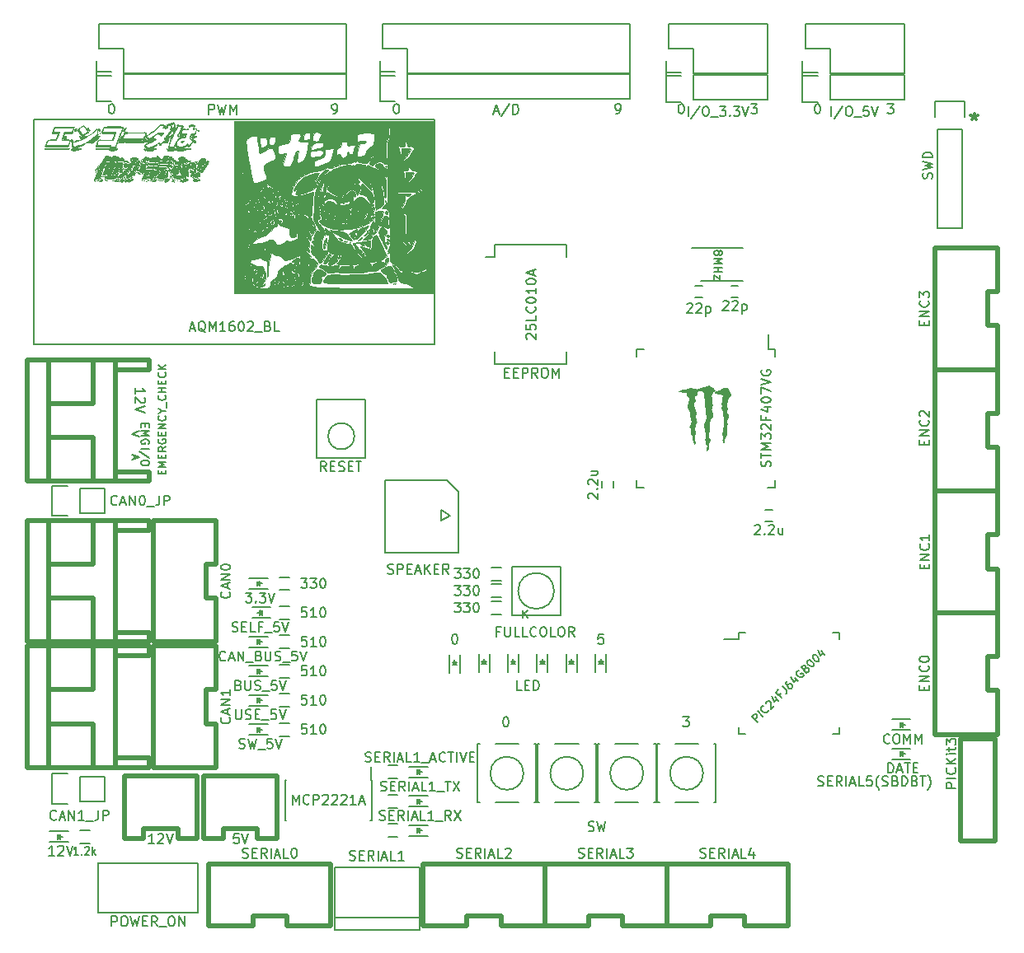
<source format=gbr>
G04 #@! TF.GenerationSoftware,KiCad,Pcbnew,(5.0.0)*
G04 #@! TF.CreationDate,2019-02-12T10:00:46+09:00*
G04 #@! TF.ProjectId,stm32f4_Centaurus,73746D333266345F43656E7461757275,rev?*
G04 #@! TF.SameCoordinates,Original*
G04 #@! TF.FileFunction,Legend,Top*
G04 #@! TF.FilePolarity,Positive*
%FSLAX46Y46*%
G04 Gerber Fmt 4.6, Leading zero omitted, Abs format (unit mm)*
G04 Created by KiCad (PCBNEW (5.0.0)) date 02/12/19 10:00:46*
%MOMM*%
%LPD*%
G01*
G04 APERTURE LIST*
%ADD10C,0.200000*%
%ADD11C,0.150000*%
%ADD12C,0.375000*%
%ADD13C,0.500000*%
%ADD14C,0.010000*%
G04 APERTURE END LIST*
D10*
X141416666Y-53202380D02*
X142035714Y-53202380D01*
X141702380Y-53583333D01*
X141845238Y-53583333D01*
X141940476Y-53630952D01*
X141988095Y-53678571D01*
X142035714Y-53773809D01*
X142035714Y-54011904D01*
X141988095Y-54107142D01*
X141940476Y-54154761D01*
X141845238Y-54202380D01*
X141559523Y-54202380D01*
X141464285Y-54154761D01*
X141416666Y-54107142D01*
X134202380Y-53202380D02*
X134297619Y-53202380D01*
X134392857Y-53250000D01*
X134440476Y-53297619D01*
X134488095Y-53392857D01*
X134535714Y-53583333D01*
X134535714Y-53821428D01*
X134488095Y-54011904D01*
X134440476Y-54107142D01*
X134392857Y-54154761D01*
X134297619Y-54202380D01*
X134202380Y-54202380D01*
X134107142Y-54154761D01*
X134059523Y-54107142D01*
X134011904Y-54011904D01*
X133964285Y-53821428D01*
X133964285Y-53583333D01*
X134011904Y-53392857D01*
X134059523Y-53297619D01*
X134107142Y-53250000D01*
X134202380Y-53202380D01*
X127416666Y-53202380D02*
X128035714Y-53202380D01*
X127702380Y-53583333D01*
X127845238Y-53583333D01*
X127940476Y-53630952D01*
X127988095Y-53678571D01*
X128035714Y-53773809D01*
X128035714Y-54011904D01*
X127988095Y-54107142D01*
X127940476Y-54154761D01*
X127845238Y-54202380D01*
X127559523Y-54202380D01*
X127464285Y-54154761D01*
X127416666Y-54107142D01*
X120202380Y-53202380D02*
X120297619Y-53202380D01*
X120392857Y-53250000D01*
X120440476Y-53297619D01*
X120488095Y-53392857D01*
X120535714Y-53583333D01*
X120535714Y-53821428D01*
X120488095Y-54011904D01*
X120440476Y-54107142D01*
X120392857Y-54154761D01*
X120297619Y-54202380D01*
X120202380Y-54202380D01*
X120107142Y-54154761D01*
X120059523Y-54107142D01*
X120011904Y-54011904D01*
X119964285Y-53821428D01*
X119964285Y-53583333D01*
X120011904Y-53392857D01*
X120059523Y-53297619D01*
X120107142Y-53250000D01*
X120202380Y-53202380D01*
X113559523Y-54202380D02*
X113750000Y-54202380D01*
X113845238Y-54154761D01*
X113892857Y-54107142D01*
X113988095Y-53964285D01*
X114035714Y-53773809D01*
X114035714Y-53392857D01*
X113988095Y-53297619D01*
X113940476Y-53250000D01*
X113845238Y-53202380D01*
X113654761Y-53202380D01*
X113559523Y-53250000D01*
X113511904Y-53297619D01*
X113464285Y-53392857D01*
X113464285Y-53630952D01*
X113511904Y-53726190D01*
X113559523Y-53773809D01*
X113654761Y-53821428D01*
X113845238Y-53821428D01*
X113940476Y-53773809D01*
X113988095Y-53726190D01*
X114035714Y-53630952D01*
X90952380Y-53202380D02*
X91047619Y-53202380D01*
X91142857Y-53250000D01*
X91190476Y-53297619D01*
X91238095Y-53392857D01*
X91285714Y-53583333D01*
X91285714Y-53821428D01*
X91238095Y-54011904D01*
X91190476Y-54107142D01*
X91142857Y-54154761D01*
X91047619Y-54202380D01*
X90952380Y-54202380D01*
X90857142Y-54154761D01*
X90809523Y-54107142D01*
X90761904Y-54011904D01*
X90714285Y-53821428D01*
X90714285Y-53583333D01*
X90761904Y-53392857D01*
X90809523Y-53297619D01*
X90857142Y-53250000D01*
X90952380Y-53202380D01*
X84459523Y-54202380D02*
X84650000Y-54202380D01*
X84745238Y-54154761D01*
X84792857Y-54107142D01*
X84888095Y-53964285D01*
X84935714Y-53773809D01*
X84935714Y-53392857D01*
X84888095Y-53297619D01*
X84840476Y-53250000D01*
X84745238Y-53202380D01*
X84554761Y-53202380D01*
X84459523Y-53250000D01*
X84411904Y-53297619D01*
X84364285Y-53392857D01*
X84364285Y-53630952D01*
X84411904Y-53726190D01*
X84459523Y-53773809D01*
X84554761Y-53821428D01*
X84745238Y-53821428D01*
X84840476Y-53773809D01*
X84888095Y-53726190D01*
X84935714Y-53630952D01*
X61702380Y-53202380D02*
X61797619Y-53202380D01*
X61892857Y-53250000D01*
X61940476Y-53297619D01*
X61988095Y-53392857D01*
X62035714Y-53583333D01*
X62035714Y-53821428D01*
X61988095Y-54011904D01*
X61940476Y-54107142D01*
X61892857Y-54154761D01*
X61797619Y-54202380D01*
X61702380Y-54202380D01*
X61607142Y-54154761D01*
X61559523Y-54107142D01*
X61511904Y-54011904D01*
X61464285Y-53821428D01*
X61464285Y-53583333D01*
X61511904Y-53392857D01*
X61559523Y-53297619D01*
X61607142Y-53250000D01*
X61702380Y-53202380D01*
X120416666Y-116202380D02*
X121035714Y-116202380D01*
X120702380Y-116583333D01*
X120845238Y-116583333D01*
X120940476Y-116630952D01*
X120988095Y-116678571D01*
X121035714Y-116773809D01*
X121035714Y-117011904D01*
X120988095Y-117107142D01*
X120940476Y-117154761D01*
X120845238Y-117202380D01*
X120559523Y-117202380D01*
X120464285Y-117154761D01*
X120416666Y-117107142D01*
X102202380Y-116202380D02*
X102297619Y-116202380D01*
X102392857Y-116250000D01*
X102440476Y-116297619D01*
X102488095Y-116392857D01*
X102535714Y-116583333D01*
X102535714Y-116821428D01*
X102488095Y-117011904D01*
X102440476Y-117107142D01*
X102392857Y-117154761D01*
X102297619Y-117202380D01*
X102202380Y-117202380D01*
X102107142Y-117154761D01*
X102059523Y-117107142D01*
X102011904Y-117011904D01*
X101964285Y-116821428D01*
X101964285Y-116583333D01*
X102011904Y-116392857D01*
X102059523Y-116297619D01*
X102107142Y-116250000D01*
X102202380Y-116202380D01*
X110717857Y-127904761D02*
X110860714Y-127952380D01*
X111098809Y-127952380D01*
X111194047Y-127904761D01*
X111241666Y-127857142D01*
X111289285Y-127761904D01*
X111289285Y-127666666D01*
X111241666Y-127571428D01*
X111194047Y-127523809D01*
X111098809Y-127476190D01*
X110908333Y-127428571D01*
X110813095Y-127380952D01*
X110765476Y-127333333D01*
X110717857Y-127238095D01*
X110717857Y-127142857D01*
X110765476Y-127047619D01*
X110813095Y-127000000D01*
X110908333Y-126952380D01*
X111146428Y-126952380D01*
X111289285Y-127000000D01*
X111622619Y-126952380D02*
X111860714Y-127952380D01*
X112051190Y-127238095D01*
X112241666Y-127952380D01*
X112479761Y-126952380D01*
X103857142Y-113452380D02*
X103380952Y-113452380D01*
X103380952Y-112452380D01*
X104190476Y-112928571D02*
X104523809Y-112928571D01*
X104666666Y-113452380D02*
X104190476Y-113452380D01*
X104190476Y-112452380D01*
X104666666Y-112452380D01*
X105095238Y-113452380D02*
X105095238Y-112452380D01*
X105333333Y-112452380D01*
X105476190Y-112500000D01*
X105571428Y-112595238D01*
X105619047Y-112690476D01*
X105666666Y-112880952D01*
X105666666Y-113023809D01*
X105619047Y-113214285D01*
X105571428Y-113309523D01*
X105476190Y-113404761D01*
X105333333Y-113452380D01*
X105095238Y-113452380D01*
D11*
X104010476Y-106031904D02*
X104010476Y-105231904D01*
X104467619Y-106031904D02*
X104124761Y-105574761D01*
X104467619Y-105231904D02*
X104010476Y-105689047D01*
D10*
X112238095Y-107702380D02*
X111761904Y-107702380D01*
X111714285Y-108178571D01*
X111761904Y-108130952D01*
X111857142Y-108083333D01*
X112095238Y-108083333D01*
X112190476Y-108130952D01*
X112238095Y-108178571D01*
X112285714Y-108273809D01*
X112285714Y-108511904D01*
X112238095Y-108607142D01*
X112190476Y-108654761D01*
X112095238Y-108702380D01*
X111857142Y-108702380D01*
X111761904Y-108654761D01*
X111714285Y-108607142D01*
X96952380Y-107702380D02*
X97047619Y-107702380D01*
X97142857Y-107750000D01*
X97190476Y-107797619D01*
X97238095Y-107892857D01*
X97285714Y-108083333D01*
X97285714Y-108321428D01*
X97238095Y-108511904D01*
X97190476Y-108607142D01*
X97142857Y-108654761D01*
X97047619Y-108702380D01*
X96952380Y-108702380D01*
X96857142Y-108654761D01*
X96809523Y-108607142D01*
X96761904Y-108511904D01*
X96714285Y-108321428D01*
X96714285Y-108083333D01*
X96761904Y-107892857D01*
X96809523Y-107797619D01*
X96857142Y-107750000D01*
X96952380Y-107702380D01*
D12*
X150330000Y-54178571D02*
X150330000Y-54535714D01*
X149972857Y-54392857D02*
X150330000Y-54535714D01*
X150687142Y-54392857D01*
X150115714Y-54821428D02*
X150330000Y-54535714D01*
X150544285Y-54821428D01*
D10*
X101607142Y-107428571D02*
X101273809Y-107428571D01*
X101273809Y-107952380D02*
X101273809Y-106952380D01*
X101750000Y-106952380D01*
X102130952Y-106952380D02*
X102130952Y-107761904D01*
X102178571Y-107857142D01*
X102226190Y-107904761D01*
X102321428Y-107952380D01*
X102511904Y-107952380D01*
X102607142Y-107904761D01*
X102654761Y-107857142D01*
X102702380Y-107761904D01*
X102702380Y-106952380D01*
X103654761Y-107952380D02*
X103178571Y-107952380D01*
X103178571Y-106952380D01*
X104464285Y-107952380D02*
X103988095Y-107952380D01*
X103988095Y-106952380D01*
X105369047Y-107857142D02*
X105321428Y-107904761D01*
X105178571Y-107952380D01*
X105083333Y-107952380D01*
X104940476Y-107904761D01*
X104845238Y-107809523D01*
X104797619Y-107714285D01*
X104750000Y-107523809D01*
X104750000Y-107380952D01*
X104797619Y-107190476D01*
X104845238Y-107095238D01*
X104940476Y-107000000D01*
X105083333Y-106952380D01*
X105178571Y-106952380D01*
X105321428Y-107000000D01*
X105369047Y-107047619D01*
X105988095Y-106952380D02*
X106178571Y-106952380D01*
X106273809Y-107000000D01*
X106369047Y-107095238D01*
X106416666Y-107285714D01*
X106416666Y-107619047D01*
X106369047Y-107809523D01*
X106273809Y-107904761D01*
X106178571Y-107952380D01*
X105988095Y-107952380D01*
X105892857Y-107904761D01*
X105797619Y-107809523D01*
X105750000Y-107619047D01*
X105750000Y-107285714D01*
X105797619Y-107095238D01*
X105892857Y-107000000D01*
X105988095Y-106952380D01*
X107321428Y-107952380D02*
X106845238Y-107952380D01*
X106845238Y-106952380D01*
X107845238Y-106952380D02*
X108035714Y-106952380D01*
X108130952Y-107000000D01*
X108226190Y-107095238D01*
X108273809Y-107285714D01*
X108273809Y-107619047D01*
X108226190Y-107809523D01*
X108130952Y-107904761D01*
X108035714Y-107952380D01*
X107845238Y-107952380D01*
X107750000Y-107904761D01*
X107654761Y-107809523D01*
X107607142Y-107619047D01*
X107607142Y-107285714D01*
X107654761Y-107095238D01*
X107750000Y-107000000D01*
X107845238Y-106952380D01*
X109273809Y-107952380D02*
X108940476Y-107476190D01*
X108702380Y-107952380D02*
X108702380Y-106952380D01*
X109083333Y-106952380D01*
X109178571Y-107000000D01*
X109226190Y-107047619D01*
X109273809Y-107142857D01*
X109273809Y-107285714D01*
X109226190Y-107380952D01*
X109178571Y-107428571D01*
X109083333Y-107476190D01*
X108702380Y-107476190D01*
X102138095Y-80818571D02*
X102471428Y-80818571D01*
X102614285Y-81342380D02*
X102138095Y-81342380D01*
X102138095Y-80342380D01*
X102614285Y-80342380D01*
X103042857Y-80818571D02*
X103376190Y-80818571D01*
X103519047Y-81342380D02*
X103042857Y-81342380D01*
X103042857Y-80342380D01*
X103519047Y-80342380D01*
X103947619Y-81342380D02*
X103947619Y-80342380D01*
X104328571Y-80342380D01*
X104423809Y-80390000D01*
X104471428Y-80437619D01*
X104519047Y-80532857D01*
X104519047Y-80675714D01*
X104471428Y-80770952D01*
X104423809Y-80818571D01*
X104328571Y-80866190D01*
X103947619Y-80866190D01*
X105519047Y-81342380D02*
X105185714Y-80866190D01*
X104947619Y-81342380D02*
X104947619Y-80342380D01*
X105328571Y-80342380D01*
X105423809Y-80390000D01*
X105471428Y-80437619D01*
X105519047Y-80532857D01*
X105519047Y-80675714D01*
X105471428Y-80770952D01*
X105423809Y-80818571D01*
X105328571Y-80866190D01*
X104947619Y-80866190D01*
X106138095Y-80342380D02*
X106328571Y-80342380D01*
X106423809Y-80390000D01*
X106519047Y-80485238D01*
X106566666Y-80675714D01*
X106566666Y-81009047D01*
X106519047Y-81199523D01*
X106423809Y-81294761D01*
X106328571Y-81342380D01*
X106138095Y-81342380D01*
X106042857Y-81294761D01*
X105947619Y-81199523D01*
X105900000Y-81009047D01*
X105900000Y-80675714D01*
X105947619Y-80485238D01*
X106042857Y-80390000D01*
X106138095Y-80342380D01*
X106995238Y-81342380D02*
X106995238Y-80342380D01*
X107328571Y-81056666D01*
X107661904Y-80342380D01*
X107661904Y-81342380D01*
D11*
X64066666Y-89309523D02*
X64066666Y-89690476D01*
X63838095Y-89233333D02*
X64638095Y-89500000D01*
X63838095Y-89766666D01*
X64812772Y-88661904D02*
X65612772Y-88661904D01*
X65650867Y-89614285D02*
X64622296Y-88928571D01*
X65612772Y-90033333D02*
X65612772Y-90185714D01*
X65574677Y-90261904D01*
X65498486Y-90338095D01*
X65346105Y-90376190D01*
X65079438Y-90376190D01*
X64927057Y-90338095D01*
X64850867Y-90261904D01*
X64812772Y-90185714D01*
X64812772Y-90033333D01*
X64850867Y-89957142D01*
X64927057Y-89880952D01*
X65079438Y-89842857D01*
X65346105Y-89842857D01*
X65498486Y-89880952D01*
X65574677Y-89957142D01*
X65612772Y-90033333D01*
X64638095Y-86833333D02*
X63838095Y-87100000D01*
X64638095Y-87366666D01*
X65231819Y-86071428D02*
X65231819Y-86338095D01*
X64812772Y-86452380D02*
X64812772Y-86071428D01*
X65612772Y-86071428D01*
X65612772Y-86452380D01*
X64812772Y-86795238D02*
X65612772Y-86795238D01*
X65041343Y-87061904D01*
X65612772Y-87328571D01*
X64812772Y-87328571D01*
X65574677Y-88128571D02*
X65612772Y-88052380D01*
X65612772Y-87938095D01*
X65574677Y-87823809D01*
X65498486Y-87747619D01*
X65422296Y-87709523D01*
X65269915Y-87671428D01*
X65155629Y-87671428D01*
X65003248Y-87709523D01*
X64927057Y-87747619D01*
X64850867Y-87823809D01*
X64812772Y-87938095D01*
X64812772Y-88014285D01*
X64850867Y-88128571D01*
X64888962Y-88166666D01*
X65155629Y-88166666D01*
X65155629Y-88014285D01*
D10*
X64222296Y-82994499D02*
X64222296Y-82423070D01*
X64222296Y-82708785D02*
X65222296Y-82708785D01*
X65079438Y-82613547D01*
X64984200Y-82518308D01*
X64936581Y-82423070D01*
X65127057Y-83375451D02*
X65174677Y-83423070D01*
X65222296Y-83518308D01*
X65222296Y-83756404D01*
X65174677Y-83851642D01*
X65127057Y-83899261D01*
X65031819Y-83946880D01*
X64936581Y-83946880D01*
X64793724Y-83899261D01*
X64222296Y-83327832D01*
X64222296Y-83946880D01*
X65222296Y-84232594D02*
X64222296Y-84565927D01*
X65222296Y-84899261D01*
D11*
G04 #@! TO.C,U12*
X101085000Y-67695000D02*
X101085000Y-68965000D01*
X108435000Y-67695000D02*
X108435000Y-68965000D01*
X108435000Y-79905000D02*
X108435000Y-78635000D01*
X101085000Y-79905000D02*
X101085000Y-78635000D01*
X101085000Y-67695000D02*
X108435000Y-67695000D01*
X101085000Y-79905000D02*
X108435000Y-79905000D01*
X101085000Y-68965000D02*
X100150000Y-68965000D01*
G04 #@! TO.C,R44*
X58500000Y-127825000D02*
X59500000Y-127825000D01*
X59500000Y-129175000D02*
X58500000Y-129175000D01*
G04 #@! TO.C,P28*
X118700000Y-53050000D02*
X118700000Y-49950000D01*
X120250000Y-53050000D02*
X118700000Y-53050000D01*
X121520000Y-50230000D02*
X121520000Y-52770000D01*
X129140000Y-52770000D02*
X129140000Y-50230000D01*
X118700000Y-49950000D02*
X120250000Y-49950000D01*
X121520000Y-50230000D02*
X129140000Y-50230000D01*
X121520000Y-52770000D02*
X129140000Y-52770000D01*
G04 #@! TO.C,P31*
X135520000Y-50020000D02*
X143140000Y-50020000D01*
X143140000Y-50020000D02*
X143140000Y-44940000D01*
X143140000Y-44940000D02*
X132980000Y-44940000D01*
X132980000Y-44940000D02*
X132980000Y-47480000D01*
X132700000Y-48750000D02*
X132700000Y-50300000D01*
X132980000Y-47480000D02*
X135520000Y-47480000D01*
X135520000Y-47480000D02*
X135520000Y-50020000D01*
X132700000Y-50300000D02*
X134250000Y-50300000D01*
G04 #@! TO.C,P29*
X135520000Y-52770000D02*
X143140000Y-52770000D01*
X135520000Y-50230000D02*
X143140000Y-50230000D01*
X132700000Y-49950000D02*
X134250000Y-49950000D01*
X143140000Y-52770000D02*
X143140000Y-50230000D01*
X135520000Y-50230000D02*
X135520000Y-52770000D01*
X134250000Y-53050000D02*
X132700000Y-53050000D01*
X132700000Y-53050000D02*
X132700000Y-49950000D01*
G04 #@! TO.C,P30*
X118700000Y-50300000D02*
X120250000Y-50300000D01*
X121520000Y-47480000D02*
X121520000Y-50020000D01*
X118980000Y-47480000D02*
X121520000Y-47480000D01*
X118700000Y-48750000D02*
X118700000Y-50300000D01*
X118980000Y-44940000D02*
X118980000Y-47480000D01*
X129140000Y-44940000D02*
X118980000Y-44940000D01*
X129140000Y-50020000D02*
X129140000Y-44940000D01*
X121520000Y-50020000D02*
X129140000Y-50020000D01*
G04 #@! TO.C,R28*
X79000000Y-107825000D02*
X80000000Y-107825000D01*
X80000000Y-109175000D02*
X79000000Y-109175000D01*
G04 #@! TO.C,R30*
X79000000Y-113825000D02*
X80000000Y-113825000D01*
X80000000Y-115175000D02*
X79000000Y-115175000D01*
G04 #@! TO.C,R26*
X80000000Y-106175000D02*
X79000000Y-106175000D01*
X79000000Y-104825000D02*
X80000000Y-104825000D01*
G04 #@! TO.C,R27*
X80000000Y-112175000D02*
X79000000Y-112175000D01*
X79000000Y-110825000D02*
X80000000Y-110825000D01*
G04 #@! TO.C,R29*
X79000000Y-116825000D02*
X80000000Y-116825000D01*
X80000000Y-118175000D02*
X79000000Y-118175000D01*
G04 #@! TO.C,R31*
X80000000Y-103175000D02*
X79000000Y-103175000D01*
X79000000Y-101825000D02*
X80000000Y-101825000D01*
G04 #@! TO.C,D7*
X77000000Y-111750000D02*
X76750000Y-111500000D01*
X77000000Y-111250000D02*
X77000000Y-111750000D01*
X76750000Y-111500000D02*
X77000000Y-111250000D01*
X76750000Y-111250000D02*
X76750000Y-111750000D01*
X76800000Y-111500000D02*
X77250000Y-111500000D01*
X75900000Y-110950000D02*
X77800000Y-110950000D01*
X75900000Y-112050000D02*
X77800000Y-112050000D01*
G04 #@! TO.C,D8*
X75900000Y-109050000D02*
X77800000Y-109050000D01*
X75900000Y-107950000D02*
X77800000Y-107950000D01*
X76800000Y-108500000D02*
X77250000Y-108500000D01*
X76750000Y-108250000D02*
X76750000Y-108750000D01*
X76750000Y-108500000D02*
X77000000Y-108250000D01*
X77000000Y-108250000D02*
X77000000Y-108750000D01*
X77000000Y-108750000D02*
X76750000Y-108500000D01*
G04 #@! TO.C,D9*
X77000000Y-117750000D02*
X76750000Y-117500000D01*
X77000000Y-117250000D02*
X77000000Y-117750000D01*
X76750000Y-117500000D02*
X77000000Y-117250000D01*
X76750000Y-117250000D02*
X76750000Y-117750000D01*
X76800000Y-117500000D02*
X77250000Y-117500000D01*
X75900000Y-116950000D02*
X77800000Y-116950000D01*
X75900000Y-118050000D02*
X77800000Y-118050000D01*
G04 #@! TO.C,D11*
X77000000Y-102750000D02*
X76750000Y-102500000D01*
X77000000Y-102250000D02*
X77000000Y-102750000D01*
X76750000Y-102500000D02*
X77000000Y-102250000D01*
X76750000Y-102250000D02*
X76750000Y-102750000D01*
X76800000Y-102500000D02*
X77250000Y-102500000D01*
X75900000Y-101950000D02*
X77800000Y-101950000D01*
X75900000Y-103050000D02*
X77800000Y-103050000D01*
G04 #@! TO.C,D6*
X78100000Y-104950000D02*
X76200000Y-104950000D01*
X78100000Y-106050000D02*
X76200000Y-106050000D01*
X77200000Y-105500000D02*
X76750000Y-105500000D01*
X77250000Y-105750000D02*
X77250000Y-105250000D01*
X77250000Y-105500000D02*
X77000000Y-105750000D01*
X77000000Y-105750000D02*
X77000000Y-105250000D01*
X77000000Y-105250000D02*
X77250000Y-105500000D01*
G04 #@! TO.C,D10*
X75900000Y-115050000D02*
X77800000Y-115050000D01*
X75900000Y-113950000D02*
X77800000Y-113950000D01*
X76800000Y-114500000D02*
X77250000Y-114500000D01*
X76750000Y-114250000D02*
X76750000Y-114750000D01*
X76750000Y-114500000D02*
X77000000Y-114250000D01*
X77000000Y-114250000D02*
X77000000Y-114750000D01*
X77000000Y-114750000D02*
X76750000Y-114500000D01*
G04 #@! TO.C,D18*
X56500000Y-128750000D02*
X56250000Y-128500000D01*
X56500000Y-128250000D02*
X56500000Y-128750000D01*
X56250000Y-128500000D02*
X56500000Y-128250000D01*
X56250000Y-128250000D02*
X56250000Y-128750000D01*
X56300000Y-128500000D02*
X56750000Y-128500000D01*
X55400000Y-127950000D02*
X57300000Y-127950000D01*
X55400000Y-129050000D02*
X57300000Y-129050000D01*
G04 #@! TO.C,U1*
X129875000Y-78375000D02*
X129225000Y-78375000D01*
X129875000Y-92625000D02*
X129115000Y-92625000D01*
X115625000Y-92625000D02*
X116385000Y-92625000D01*
X115625000Y-78375000D02*
X116385000Y-78375000D01*
X129875000Y-78375000D02*
X129875000Y-79135000D01*
X115625000Y-78375000D02*
X115625000Y-79135000D01*
X115625000Y-92625000D02*
X115625000Y-91865000D01*
X129875000Y-92625000D02*
X129875000Y-91865000D01*
X129225000Y-78375000D02*
X129225000Y-76850000D01*
D13*
G04 #@! TO.C,P14*
X65650000Y-108900000D02*
X53050000Y-108900000D01*
X53050000Y-121400000D02*
X53050000Y-108900000D01*
X65650000Y-121400000D02*
X53050000Y-121400000D01*
X55250000Y-108900000D02*
X55250000Y-121400000D01*
X59850000Y-113400000D02*
X55250000Y-113400000D01*
X59850000Y-116900000D02*
X55250000Y-116900000D01*
X59850000Y-113400000D02*
X59850000Y-108900000D01*
X59850000Y-116900000D02*
X59850000Y-121400000D01*
X62150000Y-121400000D02*
X62150000Y-108900000D01*
X65650000Y-109900000D02*
X62150000Y-109900000D01*
X65650000Y-108900000D02*
X65650000Y-109900000D01*
X65650000Y-120400000D02*
X62150000Y-120400000D01*
X65650000Y-121400000D02*
X65650000Y-120400000D01*
G04 #@! TO.C,P11*
X66050000Y-108500000D02*
X72450000Y-108500000D01*
X72450000Y-96000000D02*
X66050000Y-96000000D01*
X66050000Y-96000000D02*
X66050000Y-108500000D01*
X72450000Y-100500000D02*
X72450000Y-96000000D01*
X71450000Y-100500000D02*
X72450000Y-100500000D01*
X71450000Y-104000000D02*
X71450000Y-100500000D01*
X72450000Y-104000000D02*
X71450000Y-104000000D01*
X72450000Y-108500000D02*
X72450000Y-104000000D01*
D11*
G04 #@! TO.C,R46*
X101750000Y-105675000D02*
X100750000Y-105675000D01*
X100750000Y-104325000D02*
X101750000Y-104325000D01*
G04 #@! TO.C,R48*
X101750000Y-102175000D02*
X100750000Y-102175000D01*
X100750000Y-100825000D02*
X101750000Y-100825000D01*
G04 #@! TO.C,R47*
X100750000Y-102575000D02*
X101750000Y-102575000D01*
X101750000Y-103925000D02*
X100750000Y-103925000D01*
D10*
G04 #@! TO.C,U8*
X107193909Y-103250000D02*
G75*
G03X107193909Y-103250000I-1843909J0D01*
G01*
X107850000Y-105750000D02*
X102850000Y-105750000D01*
X107850000Y-100750000D02*
X107850000Y-105750000D01*
X102850000Y-100750000D02*
X107850000Y-100750000D01*
X102850000Y-105750000D02*
X102850000Y-100750000D01*
D11*
G04 #@! TO.C,C11*
X121700000Y-71870000D02*
X122400000Y-71870000D01*
X122400000Y-73070000D02*
X121700000Y-73070000D01*
G04 #@! TO.C,C13*
X125400000Y-71870000D02*
X126100000Y-71870000D01*
X126100000Y-73070000D02*
X125400000Y-73070000D01*
G04 #@! TO.C,D1*
X143000000Y-120250000D02*
X142750000Y-120000000D01*
X143000000Y-119750000D02*
X143000000Y-120250000D01*
X142750000Y-120000000D02*
X143000000Y-119750000D01*
X142750000Y-119750000D02*
X142750000Y-120250000D01*
X142800000Y-120000000D02*
X143250000Y-120000000D01*
X141900000Y-119450000D02*
X143800000Y-119450000D01*
X141900000Y-120550000D02*
X143800000Y-120550000D01*
G04 #@! TO.C,D2*
X141900000Y-117550000D02*
X143800000Y-117550000D01*
X141900000Y-116450000D02*
X143800000Y-116450000D01*
X142800000Y-117000000D02*
X143250000Y-117000000D01*
X142750000Y-116750000D02*
X142750000Y-117250000D01*
X142750000Y-117000000D02*
X143000000Y-116750000D01*
X143000000Y-116750000D02*
X143000000Y-117250000D01*
X143000000Y-117250000D02*
X142750000Y-117000000D01*
G04 #@! TO.C,D3*
X92320000Y-128420000D02*
X94220000Y-128420000D01*
X92320000Y-127320000D02*
X94220000Y-127320000D01*
X93220000Y-127870000D02*
X93670000Y-127870000D01*
X93170000Y-127620000D02*
X93170000Y-128120000D01*
X93170000Y-127870000D02*
X93420000Y-127620000D01*
X93420000Y-127620000D02*
X93420000Y-128120000D01*
X93420000Y-128120000D02*
X93170000Y-127870000D01*
G04 #@! TO.C,D4*
X93420000Y-125120000D02*
X93170000Y-124870000D01*
X93420000Y-124620000D02*
X93420000Y-125120000D01*
X93170000Y-124870000D02*
X93420000Y-124620000D01*
X93170000Y-124620000D02*
X93170000Y-125120000D01*
X93220000Y-124870000D02*
X93670000Y-124870000D01*
X92320000Y-124320000D02*
X94220000Y-124320000D01*
X92320000Y-125420000D02*
X94220000Y-125420000D01*
G04 #@! TO.C,D5*
X92320000Y-122420000D02*
X94220000Y-122420000D01*
X92320000Y-121320000D02*
X94220000Y-121320000D01*
X93220000Y-121870000D02*
X93670000Y-121870000D01*
X93170000Y-121620000D02*
X93170000Y-122120000D01*
X93170000Y-121870000D02*
X93420000Y-121620000D01*
X93420000Y-121620000D02*
X93420000Y-122120000D01*
X93420000Y-122120000D02*
X93170000Y-121870000D01*
G04 #@! TO.C,IC1*
X126125000Y-107575000D02*
X126125000Y-108175000D01*
X136475000Y-107575000D02*
X136475000Y-108245000D01*
X136475000Y-117925000D02*
X136475000Y-117255000D01*
X126125000Y-117925000D02*
X126125000Y-117255000D01*
X126125000Y-107575000D02*
X126795000Y-107575000D01*
X126125000Y-117925000D02*
X126795000Y-117925000D01*
X136475000Y-117925000D02*
X135805000Y-117925000D01*
X136475000Y-107575000D02*
X135805000Y-107575000D01*
X126125000Y-108175000D02*
X124650000Y-108175000D01*
D13*
G04 #@! TO.C,P1*
X152450000Y-118500000D02*
X148950000Y-118500000D01*
X152450000Y-129000000D02*
X152450000Y-118500000D01*
X148950000Y-129000000D02*
X148950000Y-118500000D01*
X148950000Y-129000000D02*
X152450000Y-129000000D01*
D11*
G04 #@! TO.C,C26*
X113320000Y-91960000D02*
X113320000Y-92660000D01*
X112120000Y-92660000D02*
X112120000Y-91960000D01*
G04 #@! TO.C,C27*
X129600000Y-96100000D02*
X128900000Y-96100000D01*
X128900000Y-94900000D02*
X129600000Y-94900000D01*
G04 #@! TO.C,D19*
X97538703Y-111720000D02*
X97538703Y-109820000D01*
X96438703Y-111720000D02*
X96438703Y-109820000D01*
X96988703Y-110820000D02*
X96988703Y-110370000D01*
X96738703Y-110870000D02*
X97238703Y-110870000D01*
X96988703Y-110870000D02*
X96738703Y-110620000D01*
X96738703Y-110620000D02*
X97238703Y-110620000D01*
X97238703Y-110620000D02*
X96988703Y-110870000D01*
G04 #@! TO.C,LED1*
X86690000Y-87350000D02*
G75*
G03X86690000Y-87350000I-1350000J0D01*
G01*
X87840000Y-89600000D02*
X82840000Y-89600000D01*
X87840000Y-83600000D02*
X87840000Y-89600000D01*
X82840000Y-83600000D02*
X87840000Y-83600000D01*
X82840000Y-89600000D02*
X82840000Y-83600000D01*
D13*
G04 #@! TO.C,P3*
X152700000Y-105500000D02*
X152700000Y-101000000D01*
X152700000Y-101000000D02*
X151700000Y-101000000D01*
X151700000Y-101000000D02*
X151700000Y-97500000D01*
X151700000Y-97500000D02*
X152700000Y-97500000D01*
X152700000Y-97500000D02*
X152700000Y-93000000D01*
X146300000Y-93000000D02*
X146300000Y-105500000D01*
X152700000Y-93000000D02*
X146300000Y-93000000D01*
X146300000Y-105500000D02*
X152700000Y-105500000D01*
G04 #@! TO.C,P4*
X146300000Y-93000000D02*
X152700000Y-93000000D01*
X152700000Y-80500000D02*
X146300000Y-80500000D01*
X146300000Y-80500000D02*
X146300000Y-93000000D01*
X152700000Y-85000000D02*
X152700000Y-80500000D01*
X151700000Y-85000000D02*
X152700000Y-85000000D01*
X151700000Y-88500000D02*
X151700000Y-85000000D01*
X152700000Y-88500000D02*
X151700000Y-88500000D01*
X152700000Y-93000000D02*
X152700000Y-88500000D01*
D11*
G04 #@! TO.C,P5*
X84649100Y-138067460D02*
X93349100Y-138067460D01*
X84649100Y-131662460D02*
X93349100Y-131662460D01*
X93349100Y-131662460D02*
X93349100Y-138067460D01*
X93349100Y-136837460D02*
X84649100Y-136837460D01*
X84649100Y-138067460D02*
X84649100Y-131662460D01*
D13*
G04 #@! TO.C,P6*
X146300000Y-80500000D02*
X152700000Y-80500000D01*
X152700000Y-68000000D02*
X146300000Y-68000000D01*
X146300000Y-68000000D02*
X146300000Y-80500000D01*
X152700000Y-72500000D02*
X152700000Y-68000000D01*
X151700000Y-72500000D02*
X152700000Y-72500000D01*
X151700000Y-76000000D02*
X151700000Y-72500000D01*
X152700000Y-76000000D02*
X151700000Y-76000000D01*
X152700000Y-80500000D02*
X152700000Y-76000000D01*
G04 #@! TO.C,P7*
X152700000Y-118000000D02*
X152700000Y-113500000D01*
X152700000Y-113500000D02*
X151700000Y-113500000D01*
X151700000Y-113500000D02*
X151700000Y-110000000D01*
X151700000Y-110000000D02*
X152700000Y-110000000D01*
X152700000Y-110000000D02*
X152700000Y-105500000D01*
X146300000Y-105500000D02*
X146300000Y-118000000D01*
X152700000Y-105500000D02*
X146300000Y-105500000D01*
X146300000Y-118000000D02*
X152700000Y-118000000D01*
G04 #@! TO.C,P8*
X118750000Y-137700000D02*
X123250000Y-137700000D01*
X123250000Y-137700000D02*
X123250000Y-136700000D01*
X123250000Y-136700000D02*
X126750000Y-136700000D01*
X126750000Y-136700000D02*
X126750000Y-137700000D01*
X126750000Y-137700000D02*
X131250000Y-137700000D01*
X131250000Y-131300000D02*
X118750000Y-131300000D01*
X131250000Y-137700000D02*
X131250000Y-131300000D01*
X118750000Y-131300000D02*
X118750000Y-137700000D01*
G04 #@! TO.C,P9*
X106250000Y-131300000D02*
X106250000Y-137700000D01*
X118750000Y-137700000D02*
X118750000Y-131300000D01*
X118750000Y-131300000D02*
X106250000Y-131300000D01*
X114250000Y-137700000D02*
X118750000Y-137700000D01*
X114250000Y-136700000D02*
X114250000Y-137700000D01*
X110750000Y-136700000D02*
X114250000Y-136700000D01*
X110750000Y-137700000D02*
X110750000Y-136700000D01*
X106250000Y-137700000D02*
X110750000Y-137700000D01*
G04 #@! TO.C,P10*
X78750000Y-122300000D02*
X71250000Y-122300000D01*
X78750000Y-128700000D02*
X78750000Y-122300000D01*
X71250000Y-122300000D02*
X71250000Y-128700000D01*
X76750000Y-128700000D02*
X78750000Y-128700000D01*
X76750000Y-127700000D02*
X76750000Y-128700000D01*
X73250000Y-127700000D02*
X76750000Y-127700000D01*
X73250000Y-128700000D02*
X73250000Y-127700000D01*
X71250000Y-128700000D02*
X73250000Y-128700000D01*
G04 #@! TO.C,P12*
X72450000Y-121400000D02*
X72450000Y-116900000D01*
X72450000Y-116900000D02*
X71450000Y-116900000D01*
X71450000Y-116900000D02*
X71450000Y-113400000D01*
X71450000Y-113400000D02*
X72450000Y-113400000D01*
X72450000Y-113400000D02*
X72450000Y-108900000D01*
X66050000Y-108900000D02*
X66050000Y-121400000D01*
X72450000Y-108900000D02*
X66050000Y-108900000D01*
X66050000Y-121400000D02*
X72450000Y-121400000D01*
G04 #@! TO.C,P13*
X65650000Y-108500000D02*
X65650000Y-107500000D01*
X65650000Y-107500000D02*
X62150000Y-107500000D01*
X65650000Y-96000000D02*
X65650000Y-97000000D01*
X65650000Y-97000000D02*
X62150000Y-97000000D01*
X62150000Y-108500000D02*
X62150000Y-96000000D01*
X59850000Y-104000000D02*
X59850000Y-108500000D01*
X59850000Y-100500000D02*
X59850000Y-96000000D01*
X59850000Y-104000000D02*
X55250000Y-104000000D01*
X59850000Y-100500000D02*
X55250000Y-100500000D01*
X55250000Y-96000000D02*
X55250000Y-108500000D01*
X65650000Y-108500000D02*
X53050000Y-108500000D01*
X53050000Y-108500000D02*
X53050000Y-96000000D01*
X65650000Y-96000000D02*
X53050000Y-96000000D01*
G04 #@! TO.C,P15*
X93750000Y-131300000D02*
X93750000Y-137700000D01*
X106250000Y-137700000D02*
X106250000Y-131300000D01*
X106250000Y-131300000D02*
X93750000Y-131300000D01*
X101750000Y-137700000D02*
X106250000Y-137700000D01*
X101750000Y-136700000D02*
X101750000Y-137700000D01*
X98250000Y-136700000D02*
X101750000Y-136700000D01*
X98250000Y-137700000D02*
X98250000Y-136700000D01*
X93750000Y-137700000D02*
X98250000Y-137700000D01*
G04 #@! TO.C,P16*
X71750000Y-137700000D02*
X76250000Y-137700000D01*
X76250000Y-137700000D02*
X76250000Y-136700000D01*
X76250000Y-136700000D02*
X79750000Y-136700000D01*
X79750000Y-136700000D02*
X79750000Y-137700000D01*
X79750000Y-137700000D02*
X84250000Y-137700000D01*
X84250000Y-131300000D02*
X71750000Y-131300000D01*
X84250000Y-137700000D02*
X84250000Y-131300000D01*
X71750000Y-131300000D02*
X71750000Y-137700000D01*
G04 #@! TO.C,P17*
X63050000Y-128700000D02*
X65050000Y-128700000D01*
X65050000Y-128700000D02*
X65050000Y-127700000D01*
X65050000Y-127700000D02*
X68550000Y-127700000D01*
X68550000Y-127700000D02*
X68550000Y-128700000D01*
X68550000Y-128700000D02*
X70550000Y-128700000D01*
X63050000Y-122300000D02*
X63050000Y-128700000D01*
X70550000Y-128700000D02*
X70550000Y-122300000D01*
X70550000Y-122300000D02*
X63050000Y-122300000D01*
D11*
G04 #@! TO.C,P18*
X149100000Y-55770000D02*
X146560000Y-55770000D01*
X146560000Y-65930000D02*
X146560000Y-55770000D01*
X149100000Y-65930000D02*
X146560000Y-65930000D01*
X149100000Y-55770000D02*
X149100000Y-65930000D01*
X149380000Y-52950000D02*
X149380000Y-54500000D01*
X146280000Y-52950000D02*
X149380000Y-52950000D01*
X146280000Y-54500000D02*
X146280000Y-52950000D01*
G04 #@! TO.C,P23*
X92160000Y-50130000D02*
X115020000Y-50130000D01*
X115020000Y-50130000D02*
X115020000Y-52670000D01*
X115020000Y-52670000D02*
X92160000Y-52670000D01*
X89340000Y-49850000D02*
X90890000Y-49850000D01*
X92160000Y-50130000D02*
X92160000Y-52670000D01*
X90890000Y-52950000D02*
X89340000Y-52950000D01*
X89340000Y-52950000D02*
X89340000Y-49850000D01*
G04 #@! TO.C,P24*
X60200000Y-52950000D02*
X60200000Y-49850000D01*
X61750000Y-52950000D02*
X60200000Y-52950000D01*
X63020000Y-50130000D02*
X63020000Y-52670000D01*
X60200000Y-49850000D02*
X61750000Y-49850000D01*
X85880000Y-52670000D02*
X63020000Y-52670000D01*
X85880000Y-50130000D02*
X85880000Y-52670000D01*
X63020000Y-50130000D02*
X85880000Y-50130000D01*
G04 #@! TO.C,P25*
X89340000Y-50300000D02*
X90890000Y-50300000D01*
X92160000Y-47480000D02*
X92160000Y-50020000D01*
X89620000Y-47480000D02*
X92160000Y-47480000D01*
X89340000Y-48750000D02*
X89340000Y-50300000D01*
X89620000Y-44940000D02*
X89620000Y-47480000D01*
X115020000Y-44940000D02*
X115020000Y-50020000D01*
X92160000Y-50020000D02*
X115020000Y-50020000D01*
X115020000Y-44940000D02*
X89620000Y-44940000D01*
G04 #@! TO.C,P26*
X85880000Y-44940000D02*
X60480000Y-44940000D01*
X63020000Y-50020000D02*
X85880000Y-50020000D01*
X85880000Y-44940000D02*
X85880000Y-50020000D01*
X60480000Y-44940000D02*
X60480000Y-47480000D01*
X60200000Y-48750000D02*
X60200000Y-50300000D01*
X60480000Y-47480000D02*
X63020000Y-47480000D01*
X63020000Y-47480000D02*
X63020000Y-50020000D01*
X60200000Y-50300000D02*
X61750000Y-50300000D01*
G04 #@! TO.C,R22*
X90140000Y-127195000D02*
X91140000Y-127195000D01*
X91140000Y-128545000D02*
X90140000Y-128545000D01*
G04 #@! TO.C,R23*
X91140000Y-125545000D02*
X90140000Y-125545000D01*
X90140000Y-124195000D02*
X91140000Y-124195000D01*
G04 #@! TO.C,R24*
X90140000Y-121195000D02*
X91140000Y-121195000D01*
X91140000Y-122545000D02*
X90140000Y-122545000D01*
G04 #@! TO.C,SP1*
X96550000Y-95550000D02*
X95550000Y-94950000D01*
X95550000Y-94950000D02*
X95550000Y-96050000D01*
X95550000Y-96050000D02*
X96550000Y-95550000D01*
X96150000Y-91850000D02*
X97350000Y-93050000D01*
X97350000Y-99350000D02*
X97350000Y-93050000D01*
X97350000Y-99350000D02*
X89850000Y-99350000D01*
X89850000Y-91850000D02*
X89850000Y-99350000D01*
X96150000Y-91850000D02*
X89850000Y-91850000D01*
G04 #@! TO.C,SW1*
X70580000Y-131210000D02*
X60420000Y-131210000D01*
X70580000Y-136290000D02*
X70580000Y-131210000D01*
X60420000Y-136290000D02*
X70560000Y-136320000D01*
X60410000Y-131200000D02*
X60410000Y-136290000D01*
G04 #@! TO.C,U3*
X88450000Y-122675000D02*
X88425000Y-122675000D01*
X88450000Y-126825000D02*
X88335000Y-126825000D01*
X79550000Y-126825000D02*
X79665000Y-126825000D01*
X79550000Y-122675000D02*
X79665000Y-122675000D01*
X88450000Y-122675000D02*
X88450000Y-126825000D01*
X79550000Y-122675000D02*
X79550000Y-126825000D01*
X88425000Y-122675000D02*
X88425000Y-121300000D01*
D14*
G04 #@! TO.C,U9*
G36*
X123106152Y-82135803D02*
X123124458Y-82142221D01*
X123131769Y-82157517D01*
X123133331Y-82167842D01*
X123143277Y-82194137D01*
X123169700Y-82211174D01*
X123181800Y-82215467D01*
X123217946Y-82234493D01*
X123230118Y-82256876D01*
X123244476Y-82280972D01*
X123271631Y-82291531D01*
X123301815Y-82304836D01*
X123338155Y-82330720D01*
X123359335Y-82350130D01*
X123400561Y-82385633D01*
X123435491Y-82400430D01*
X123445171Y-82401200D01*
X123490047Y-82409060D01*
X123520282Y-82434372D01*
X123538255Y-82479730D01*
X123543047Y-82507927D01*
X123551741Y-82556589D01*
X123565815Y-82585541D01*
X123589901Y-82600461D01*
X123623485Y-82606537D01*
X123665019Y-82610750D01*
X123536350Y-82756800D01*
X123465961Y-82838994D01*
X123410983Y-82910389D01*
X123370018Y-82975720D01*
X123341667Y-83039720D01*
X123324532Y-83107125D01*
X123317215Y-83182669D01*
X123318318Y-83271088D01*
X123326441Y-83377116D01*
X123333344Y-83444181D01*
X123348853Y-83586854D01*
X123361965Y-83706329D01*
X123372991Y-83804662D01*
X123382246Y-83883909D01*
X123390042Y-83946128D01*
X123396691Y-83993374D01*
X123402507Y-84027705D01*
X123407803Y-84051176D01*
X123412890Y-84065845D01*
X123418083Y-84073767D01*
X123423693Y-84076999D01*
X123429691Y-84077600D01*
X123444299Y-84087629D01*
X123447555Y-84113814D01*
X123440783Y-84150295D01*
X123425304Y-84191215D01*
X123402441Y-84230715D01*
X123392111Y-84244111D01*
X123376213Y-84265384D01*
X123366528Y-84287478D01*
X123361547Y-84317344D01*
X123359763Y-84361936D01*
X123359600Y-84394106D01*
X123358862Y-84449465D01*
X123355840Y-84485568D01*
X123349319Y-84508538D01*
X123338083Y-84524494D01*
X123332699Y-84529656D01*
X123318200Y-84545856D01*
X123311121Y-84565894D01*
X123310056Y-84597323D01*
X123312703Y-84637106D01*
X123317057Y-84674807D01*
X123324604Y-84714130D01*
X123336583Y-84759083D01*
X123354235Y-84813675D01*
X123378799Y-84881913D01*
X123411515Y-84967805D01*
X123428353Y-85011050D01*
X123456962Y-85098177D01*
X123471797Y-85176208D01*
X123472466Y-85241391D01*
X123458580Y-85289975D01*
X123457574Y-85291766D01*
X123429525Y-85331567D01*
X123391678Y-85374189D01*
X123350945Y-85412778D01*
X123314240Y-85440482D01*
X123300099Y-85447894D01*
X123262501Y-85475704D01*
X123240118Y-85522868D01*
X123232601Y-85590128D01*
X123232600Y-85591203D01*
X123225981Y-85646010D01*
X123208371Y-85695355D01*
X123183143Y-85731163D01*
X123170175Y-85740724D01*
X123147899Y-85766117D01*
X123143700Y-85790834D01*
X123135754Y-85826985D01*
X123118300Y-85859065D01*
X123106496Y-85877594D01*
X123098971Y-85900830D01*
X123094831Y-85934561D01*
X123093180Y-85984573D01*
X123093011Y-86022703D01*
X123094057Y-86089196D01*
X123096812Y-86170244D01*
X123100844Y-86255091D01*
X123105186Y-86325500D01*
X123109129Y-86492872D01*
X123099073Y-86672896D01*
X123075607Y-86857433D01*
X123060501Y-86941450D01*
X123049192Y-87025741D01*
X123044016Y-87126527D01*
X123044706Y-87235718D01*
X123050999Y-87345226D01*
X123062630Y-87446965D01*
X123079333Y-87532845D01*
X123079931Y-87535175D01*
X123097404Y-87595106D01*
X123112816Y-87632581D01*
X123125611Y-87646264D01*
X123126209Y-87646300D01*
X123142177Y-87637108D01*
X123143894Y-87630425D01*
X123148285Y-87623813D01*
X123156400Y-87633600D01*
X123166130Y-87665111D01*
X123167923Y-87712148D01*
X123163007Y-87768952D01*
X123152608Y-87829765D01*
X123137953Y-87888829D01*
X123120268Y-87940386D01*
X123100782Y-87978677D01*
X123080720Y-87997945D01*
X123078623Y-87998632D01*
X123067681Y-88004129D01*
X123060474Y-88016916D01*
X123056078Y-88041728D01*
X123053568Y-88083299D01*
X123052261Y-88133556D01*
X123051527Y-88207386D01*
X123051786Y-88291804D01*
X123052965Y-88372019D01*
X123053559Y-88395600D01*
X123054808Y-88456780D01*
X123053830Y-88498410D01*
X123049831Y-88526299D01*
X123042017Y-88546257D01*
X123030697Y-88562703D01*
X123011985Y-88594387D01*
X123004003Y-88623830D01*
X123004000Y-88624283D01*
X122993506Y-88672001D01*
X122964731Y-88724681D01*
X122921734Y-88775200D01*
X122913757Y-88782651D01*
X122876592Y-88813796D01*
X122852076Y-88825970D01*
X122837519Y-88817589D01*
X122830229Y-88787068D01*
X122827515Y-88732821D01*
X122827496Y-88731857D01*
X122827650Y-88680162D01*
X122831130Y-88648809D01*
X122838773Y-88632860D01*
X122844973Y-88628898D01*
X122859534Y-88611433D01*
X122864300Y-88584791D01*
X122868456Y-88553455D01*
X122879260Y-88508958D01*
X122891802Y-88468675D01*
X122912971Y-88395466D01*
X122919032Y-88336599D01*
X122909529Y-88285667D01*
X122884008Y-88236266D01*
X122874331Y-88222384D01*
X122801144Y-88103129D01*
X122751389Y-87979063D01*
X122744506Y-87954406D01*
X122739007Y-87929685D01*
X122734704Y-87900855D01*
X122731516Y-87865008D01*
X122729361Y-87819237D01*
X122728156Y-87760633D01*
X122727820Y-87686289D01*
X122728271Y-87593295D01*
X122729426Y-87478744D01*
X122729929Y-87437202D01*
X122735417Y-86997428D01*
X122698410Y-86918347D01*
X122664961Y-86832176D01*
X122651862Y-86759353D01*
X122658905Y-86698306D01*
X122666851Y-86677805D01*
X122679447Y-86647774D01*
X122680830Y-86625402D01*
X122670509Y-86598223D01*
X122663140Y-86583500D01*
X122625107Y-86492170D01*
X122604367Y-86397834D01*
X122599324Y-86292332D01*
X122600350Y-86262823D01*
X122601740Y-86233068D01*
X122603226Y-86207639D01*
X122605579Y-86183900D01*
X122609568Y-86159214D01*
X122615964Y-86130943D01*
X122625537Y-86096451D01*
X122639057Y-86053100D01*
X122657295Y-85998255D01*
X122681019Y-85929277D01*
X122711001Y-85843530D01*
X122748011Y-85738376D01*
X122780174Y-85647091D01*
X122802359Y-85586398D01*
X122822871Y-85534457D01*
X122839740Y-85495965D01*
X122850999Y-85475618D01*
X122852780Y-85473870D01*
X122859393Y-85464356D01*
X122861706Y-85444689D01*
X122859360Y-85412153D01*
X122851994Y-85364032D01*
X122839249Y-85297614D01*
X122820766Y-85210181D01*
X122813322Y-85176150D01*
X122782120Y-85024842D01*
X122759843Y-84893190D01*
X122746227Y-84777167D01*
X122741008Y-84672750D01*
X122743921Y-84575913D01*
X122754702Y-84482631D01*
X122764296Y-84429366D01*
X122771984Y-84387743D01*
X122773009Y-84363315D01*
X122766256Y-84348491D01*
X122750612Y-84335679D01*
X122750543Y-84335631D01*
X122725758Y-84313750D01*
X122708179Y-84285634D01*
X122697039Y-84247386D01*
X122691571Y-84195107D01*
X122691006Y-84124901D01*
X122693835Y-84047660D01*
X122697076Y-83975992D01*
X122698408Y-83924744D01*
X122697429Y-83888981D01*
X122693735Y-83863767D01*
X122686923Y-83844168D01*
X122676592Y-83825247D01*
X122675535Y-83823508D01*
X122659638Y-83792794D01*
X122651389Y-83761547D01*
X122650765Y-83724016D01*
X122657745Y-83674451D01*
X122672304Y-83607101D01*
X122674642Y-83597205D01*
X122688459Y-83530436D01*
X122692004Y-83481772D01*
X122683837Y-83445504D01*
X122662517Y-83415920D01*
X122626604Y-83387312D01*
X122620675Y-83383291D01*
X122587045Y-83358089D01*
X122569857Y-83335131D01*
X122562924Y-83305128D01*
X122562058Y-83295300D01*
X122563937Y-83259038D01*
X122572327Y-83207705D01*
X122585650Y-83150306D01*
X122590633Y-83132349D01*
X122612175Y-83040629D01*
X122622113Y-82956822D01*
X122619931Y-82886660D01*
X122614995Y-82861574D01*
X122598896Y-82838044D01*
X122576233Y-82832999D01*
X122535743Y-82826164D01*
X122502823Y-82803068D01*
X122472620Y-82759829D01*
X122463667Y-82742950D01*
X122431369Y-82679212D01*
X122318649Y-82682793D01*
X122261147Y-82683692D01*
X122223076Y-82681470D01*
X122198576Y-82675343D01*
X122181787Y-82664525D01*
X122181690Y-82664436D01*
X122162202Y-82652659D01*
X122132037Y-82645789D01*
X122085363Y-82642827D01*
X122053674Y-82642499D01*
X122001660Y-82643984D01*
X121965738Y-82648082D01*
X121950206Y-82654261D01*
X121949900Y-82655379D01*
X121941175Y-82671217D01*
X121919365Y-82695199D01*
X121910319Y-82703623D01*
X121870738Y-82738988D01*
X121872733Y-82875222D01*
X121872799Y-82936635D01*
X121871382Y-82993147D01*
X121868749Y-83037074D01*
X121866450Y-83055578D01*
X121860287Y-83081589D01*
X121849635Y-83094626D01*
X121827124Y-83099169D01*
X121793841Y-83099700D01*
X121751742Y-83102578D01*
X121715873Y-83113799D01*
X121675250Y-83137239D01*
X121661904Y-83146260D01*
X121594299Y-83192821D01*
X121594299Y-83398779D01*
X121594434Y-83475384D01*
X121595157Y-83530356D01*
X121596949Y-83567463D01*
X121600290Y-83590473D01*
X121605658Y-83603153D01*
X121613535Y-83609271D01*
X121621434Y-83611833D01*
X121637848Y-83619204D01*
X121644322Y-83634707D01*
X121643217Y-83665819D01*
X121642018Y-83677047D01*
X121637442Y-83705281D01*
X121628853Y-83731887D01*
X121613575Y-83761816D01*
X121588935Y-83800021D01*
X121552256Y-83851452D01*
X121535412Y-83874400D01*
X121521368Y-83894610D01*
X121512322Y-83913450D01*
X121507500Y-83936615D01*
X121506126Y-83969800D01*
X121507426Y-84018700D01*
X121509491Y-84064900D01*
X121517403Y-84164012D01*
X121532490Y-84260831D01*
X121556136Y-84360918D01*
X121589722Y-84469834D01*
X121634632Y-84593142D01*
X121651616Y-84636537D01*
X121691205Y-84737171D01*
X121721775Y-84817044D01*
X121744231Y-84878781D01*
X121759477Y-84925003D01*
X121768416Y-84958333D01*
X121771953Y-84981393D01*
X121772100Y-84986023D01*
X121766007Y-85018759D01*
X121750690Y-85061410D01*
X121730594Y-85103889D01*
X121710162Y-85136106D01*
X121702397Y-85144277D01*
X121694319Y-85155872D01*
X121688765Y-85177559D01*
X121685330Y-85213285D01*
X121683612Y-85266993D01*
X121683200Y-85331875D01*
X121683416Y-85401347D01*
X121684646Y-85450877D01*
X121687765Y-85485924D01*
X121693644Y-85511947D01*
X121703159Y-85534403D01*
X121717181Y-85558752D01*
X121720320Y-85563870D01*
X121765649Y-85654828D01*
X121791577Y-85746427D01*
X121798074Y-85834992D01*
X121785108Y-85916850D01*
X121752647Y-85988330D01*
X121724302Y-86024186D01*
X121699887Y-86058042D01*
X121693339Y-86095860D01*
X121693809Y-86106736D01*
X121691317Y-86145010D01*
X121681469Y-86194043D01*
X121671084Y-86229063D01*
X121657111Y-86274287D01*
X121647679Y-86314175D01*
X121645100Y-86335027D01*
X121635760Y-86363418D01*
X121619700Y-86372620D01*
X121605670Y-86379555D01*
X121597961Y-86395153D01*
X121594784Y-86425562D01*
X121594300Y-86459880D01*
X121596881Y-86508511D01*
X121603801Y-86571614D01*
X121613822Y-86638882D01*
X121619661Y-86671124D01*
X121633279Y-86760187D01*
X121641836Y-86856888D01*
X121645271Y-86954717D01*
X121643524Y-87047160D01*
X121636534Y-87127705D01*
X121624459Y-87189100D01*
X121617320Y-87220124D01*
X121611671Y-87260738D01*
X121607301Y-87314199D01*
X121603997Y-87383764D01*
X121601549Y-87472691D01*
X121599979Y-87566190D01*
X121598825Y-87663681D01*
X121598435Y-87739025D01*
X121598977Y-87795467D01*
X121600623Y-87836252D01*
X121603544Y-87864626D01*
X121607910Y-87883834D01*
X121613891Y-87897121D01*
X121617676Y-87902740D01*
X121631087Y-87930908D01*
X121637821Y-87973441D01*
X121639131Y-88020652D01*
X121637989Y-88068186D01*
X121634131Y-88095929D01*
X121626150Y-88109455D01*
X121615566Y-88113843D01*
X121595705Y-88111712D01*
X121575669Y-88094999D01*
X121552733Y-88060501D01*
X121525733Y-88008250D01*
X121507952Y-87968232D01*
X121492296Y-87924776D01*
X121477979Y-87874338D01*
X121464211Y-87813370D01*
X121450205Y-87738328D01*
X121435173Y-87645665D01*
X121418328Y-87531836D01*
X121415546Y-87512365D01*
X121375870Y-87233646D01*
X121327124Y-87180763D01*
X121294557Y-87138169D01*
X121274663Y-87097263D01*
X121271808Y-87085465D01*
X121267384Y-87046485D01*
X121262833Y-86988896D01*
X121258500Y-86919485D01*
X121254726Y-86845039D01*
X121251856Y-86772344D01*
X121250233Y-86708187D01*
X121250201Y-86659355D01*
X121250216Y-86658690D01*
X121249161Y-86605006D01*
X121240641Y-86563852D01*
X121221085Y-86526365D01*
X121186923Y-86483682D01*
X121173827Y-86469125D01*
X121138742Y-86426185D01*
X121119143Y-86387721D01*
X121115262Y-86348709D01*
X121127327Y-86304123D01*
X121155569Y-86248939D01*
X121186141Y-86199680D01*
X121211561Y-86157610D01*
X121230222Y-86121506D01*
X121238559Y-86098361D01*
X121238700Y-86096545D01*
X121243670Y-86072918D01*
X121256377Y-86036471D01*
X121266267Y-86012789D01*
X121286033Y-85944684D01*
X121294062Y-85860193D01*
X121290828Y-85765202D01*
X121276805Y-85665598D01*
X121252465Y-85567267D01*
X121224164Y-85489422D01*
X121215455Y-85465646D01*
X121209140Y-85438250D01*
X121204859Y-85402874D01*
X121202250Y-85355161D01*
X121200951Y-85290755D01*
X121200600Y-85205632D01*
X121200395Y-85123244D01*
X121199514Y-85062202D01*
X121197557Y-85018454D01*
X121194125Y-84987948D01*
X121188817Y-84966633D01*
X121181234Y-84950455D01*
X121174399Y-84940076D01*
X121158978Y-84909461D01*
X121142890Y-84863277D01*
X121129411Y-84811048D01*
X121128451Y-84806441D01*
X121114999Y-84752895D01*
X121099442Y-84710083D01*
X121084801Y-84685701D01*
X121066916Y-84654460D01*
X121060899Y-84620525D01*
X121054901Y-84586970D01*
X121033202Y-84558126D01*
X121017547Y-84544659D01*
X120965176Y-84487239D01*
X120928358Y-84413040D01*
X120909037Y-84326731D01*
X120906553Y-84278125D01*
X120907098Y-84248014D01*
X120908905Y-84219973D01*
X120912808Y-84190561D01*
X120919639Y-84156337D01*
X120930231Y-84113861D01*
X120945415Y-84059692D01*
X120966025Y-83990389D01*
X120992893Y-83902511D01*
X121013871Y-83834565D01*
X121033312Y-83765870D01*
X121050318Y-83695094D01*
X121062783Y-83631625D01*
X121067995Y-83593265D01*
X121071295Y-83515249D01*
X121063374Y-83453041D01*
X121041421Y-83398658D01*
X121002623Y-83344120D01*
X120965938Y-83303659D01*
X120911781Y-83244542D01*
X120874305Y-83195105D01*
X120850587Y-83148876D01*
X120837704Y-83099385D01*
X120832734Y-83040161D01*
X120832300Y-83007813D01*
X120831443Y-82951605D01*
X120828114Y-82914622D01*
X120821172Y-82890722D01*
X120809474Y-82873765D01*
X120806899Y-82871100D01*
X120780030Y-82852130D01*
X120758043Y-82845699D01*
X120732237Y-82837659D01*
X120704068Y-82818795D01*
X120689010Y-82807129D01*
X120672133Y-82799850D01*
X120648047Y-82796363D01*
X120611363Y-82796075D01*
X120556691Y-82798393D01*
X120531315Y-82799764D01*
X120443585Y-82802030D01*
X120379719Y-82797825D01*
X120339949Y-82787185D01*
X120324508Y-82770148D01*
X120324300Y-82767461D01*
X120312356Y-82763639D01*
X120279546Y-82760423D01*
X120230402Y-82758085D01*
X120169456Y-82756895D01*
X120145568Y-82756800D01*
X120074527Y-82756502D01*
X120025210Y-82755324D01*
X119993946Y-82752835D01*
X119977063Y-82748606D01*
X119970891Y-82742208D01*
X119970943Y-82736370D01*
X119981749Y-82725707D01*
X120011605Y-82710653D01*
X120061889Y-82690662D01*
X120133977Y-82665184D01*
X120227626Y-82634196D01*
X120368170Y-82590950D01*
X120490663Y-82558402D01*
X120599647Y-82535649D01*
X120699666Y-82521788D01*
X120795265Y-82515914D01*
X120824108Y-82515574D01*
X120877189Y-82514526D01*
X120913852Y-82510012D01*
X120943047Y-82499837D01*
X120973725Y-82481801D01*
X120980724Y-82477126D01*
X121066484Y-82424716D01*
X121142342Y-82390567D01*
X121189520Y-82376849D01*
X121229939Y-82370836D01*
X121261576Y-82376427D01*
X121289506Y-82390029D01*
X121326267Y-82416992D01*
X121356796Y-82449586D01*
X121359782Y-82453918D01*
X121384750Y-82492343D01*
X121511750Y-82484849D01*
X121600067Y-82482259D01*
X121667063Y-82486724D01*
X121715989Y-82498890D01*
X121750102Y-82519397D01*
X121763887Y-82534683D01*
X121782525Y-82555681D01*
X121803324Y-82562918D01*
X121837066Y-82559861D01*
X121840442Y-82559309D01*
X121895452Y-82546265D01*
X121935992Y-82525574D01*
X121963561Y-82501838D01*
X121991632Y-82483207D01*
X122014615Y-82477399D01*
X122045336Y-82471328D01*
X122074940Y-82458886D01*
X122141731Y-82427503D01*
X122229353Y-82394549D01*
X122333404Y-82361357D01*
X122449481Y-82329260D01*
X122573182Y-82299589D01*
X122664793Y-82280417D01*
X122724852Y-82267712D01*
X122776674Y-82255029D01*
X122814607Y-82243866D01*
X122832757Y-82235928D01*
X122855101Y-82224686D01*
X122892346Y-82212457D01*
X122917963Y-82206049D01*
X122963906Y-82192388D01*
X122989890Y-82174881D01*
X122997486Y-82162896D01*
X123009919Y-82144971D01*
X123031619Y-82136560D01*
X123069667Y-82134499D01*
X123106152Y-82135803D01*
X123106152Y-82135803D01*
G37*
X123106152Y-82135803D02*
X123124458Y-82142221D01*
X123131769Y-82157517D01*
X123133331Y-82167842D01*
X123143277Y-82194137D01*
X123169700Y-82211174D01*
X123181800Y-82215467D01*
X123217946Y-82234493D01*
X123230118Y-82256876D01*
X123244476Y-82280972D01*
X123271631Y-82291531D01*
X123301815Y-82304836D01*
X123338155Y-82330720D01*
X123359335Y-82350130D01*
X123400561Y-82385633D01*
X123435491Y-82400430D01*
X123445171Y-82401200D01*
X123490047Y-82409060D01*
X123520282Y-82434372D01*
X123538255Y-82479730D01*
X123543047Y-82507927D01*
X123551741Y-82556589D01*
X123565815Y-82585541D01*
X123589901Y-82600461D01*
X123623485Y-82606537D01*
X123665019Y-82610750D01*
X123536350Y-82756800D01*
X123465961Y-82838994D01*
X123410983Y-82910389D01*
X123370018Y-82975720D01*
X123341667Y-83039720D01*
X123324532Y-83107125D01*
X123317215Y-83182669D01*
X123318318Y-83271088D01*
X123326441Y-83377116D01*
X123333344Y-83444181D01*
X123348853Y-83586854D01*
X123361965Y-83706329D01*
X123372991Y-83804662D01*
X123382246Y-83883909D01*
X123390042Y-83946128D01*
X123396691Y-83993374D01*
X123402507Y-84027705D01*
X123407803Y-84051176D01*
X123412890Y-84065845D01*
X123418083Y-84073767D01*
X123423693Y-84076999D01*
X123429691Y-84077600D01*
X123444299Y-84087629D01*
X123447555Y-84113814D01*
X123440783Y-84150295D01*
X123425304Y-84191215D01*
X123402441Y-84230715D01*
X123392111Y-84244111D01*
X123376213Y-84265384D01*
X123366528Y-84287478D01*
X123361547Y-84317344D01*
X123359763Y-84361936D01*
X123359600Y-84394106D01*
X123358862Y-84449465D01*
X123355840Y-84485568D01*
X123349319Y-84508538D01*
X123338083Y-84524494D01*
X123332699Y-84529656D01*
X123318200Y-84545856D01*
X123311121Y-84565894D01*
X123310056Y-84597323D01*
X123312703Y-84637106D01*
X123317057Y-84674807D01*
X123324604Y-84714130D01*
X123336583Y-84759083D01*
X123354235Y-84813675D01*
X123378799Y-84881913D01*
X123411515Y-84967805D01*
X123428353Y-85011050D01*
X123456962Y-85098177D01*
X123471797Y-85176208D01*
X123472466Y-85241391D01*
X123458580Y-85289975D01*
X123457574Y-85291766D01*
X123429525Y-85331567D01*
X123391678Y-85374189D01*
X123350945Y-85412778D01*
X123314240Y-85440482D01*
X123300099Y-85447894D01*
X123262501Y-85475704D01*
X123240118Y-85522868D01*
X123232601Y-85590128D01*
X123232600Y-85591203D01*
X123225981Y-85646010D01*
X123208371Y-85695355D01*
X123183143Y-85731163D01*
X123170175Y-85740724D01*
X123147899Y-85766117D01*
X123143700Y-85790834D01*
X123135754Y-85826985D01*
X123118300Y-85859065D01*
X123106496Y-85877594D01*
X123098971Y-85900830D01*
X123094831Y-85934561D01*
X123093180Y-85984573D01*
X123093011Y-86022703D01*
X123094057Y-86089196D01*
X123096812Y-86170244D01*
X123100844Y-86255091D01*
X123105186Y-86325500D01*
X123109129Y-86492872D01*
X123099073Y-86672896D01*
X123075607Y-86857433D01*
X123060501Y-86941450D01*
X123049192Y-87025741D01*
X123044016Y-87126527D01*
X123044706Y-87235718D01*
X123050999Y-87345226D01*
X123062630Y-87446965D01*
X123079333Y-87532845D01*
X123079931Y-87535175D01*
X123097404Y-87595106D01*
X123112816Y-87632581D01*
X123125611Y-87646264D01*
X123126209Y-87646300D01*
X123142177Y-87637108D01*
X123143894Y-87630425D01*
X123148285Y-87623813D01*
X123156400Y-87633600D01*
X123166130Y-87665111D01*
X123167923Y-87712148D01*
X123163007Y-87768952D01*
X123152608Y-87829765D01*
X123137953Y-87888829D01*
X123120268Y-87940386D01*
X123100782Y-87978677D01*
X123080720Y-87997945D01*
X123078623Y-87998632D01*
X123067681Y-88004129D01*
X123060474Y-88016916D01*
X123056078Y-88041728D01*
X123053568Y-88083299D01*
X123052261Y-88133556D01*
X123051527Y-88207386D01*
X123051786Y-88291804D01*
X123052965Y-88372019D01*
X123053559Y-88395600D01*
X123054808Y-88456780D01*
X123053830Y-88498410D01*
X123049831Y-88526299D01*
X123042017Y-88546257D01*
X123030697Y-88562703D01*
X123011985Y-88594387D01*
X123004003Y-88623830D01*
X123004000Y-88624283D01*
X122993506Y-88672001D01*
X122964731Y-88724681D01*
X122921734Y-88775200D01*
X122913757Y-88782651D01*
X122876592Y-88813796D01*
X122852076Y-88825970D01*
X122837519Y-88817589D01*
X122830229Y-88787068D01*
X122827515Y-88732821D01*
X122827496Y-88731857D01*
X122827650Y-88680162D01*
X122831130Y-88648809D01*
X122838773Y-88632860D01*
X122844973Y-88628898D01*
X122859534Y-88611433D01*
X122864300Y-88584791D01*
X122868456Y-88553455D01*
X122879260Y-88508958D01*
X122891802Y-88468675D01*
X122912971Y-88395466D01*
X122919032Y-88336599D01*
X122909529Y-88285667D01*
X122884008Y-88236266D01*
X122874331Y-88222384D01*
X122801144Y-88103129D01*
X122751389Y-87979063D01*
X122744506Y-87954406D01*
X122739007Y-87929685D01*
X122734704Y-87900855D01*
X122731516Y-87865008D01*
X122729361Y-87819237D01*
X122728156Y-87760633D01*
X122727820Y-87686289D01*
X122728271Y-87593295D01*
X122729426Y-87478744D01*
X122729929Y-87437202D01*
X122735417Y-86997428D01*
X122698410Y-86918347D01*
X122664961Y-86832176D01*
X122651862Y-86759353D01*
X122658905Y-86698306D01*
X122666851Y-86677805D01*
X122679447Y-86647774D01*
X122680830Y-86625402D01*
X122670509Y-86598223D01*
X122663140Y-86583500D01*
X122625107Y-86492170D01*
X122604367Y-86397834D01*
X122599324Y-86292332D01*
X122600350Y-86262823D01*
X122601740Y-86233068D01*
X122603226Y-86207639D01*
X122605579Y-86183900D01*
X122609568Y-86159214D01*
X122615964Y-86130943D01*
X122625537Y-86096451D01*
X122639057Y-86053100D01*
X122657295Y-85998255D01*
X122681019Y-85929277D01*
X122711001Y-85843530D01*
X122748011Y-85738376D01*
X122780174Y-85647091D01*
X122802359Y-85586398D01*
X122822871Y-85534457D01*
X122839740Y-85495965D01*
X122850999Y-85475618D01*
X122852780Y-85473870D01*
X122859393Y-85464356D01*
X122861706Y-85444689D01*
X122859360Y-85412153D01*
X122851994Y-85364032D01*
X122839249Y-85297614D01*
X122820766Y-85210181D01*
X122813322Y-85176150D01*
X122782120Y-85024842D01*
X122759843Y-84893190D01*
X122746227Y-84777167D01*
X122741008Y-84672750D01*
X122743921Y-84575913D01*
X122754702Y-84482631D01*
X122764296Y-84429366D01*
X122771984Y-84387743D01*
X122773009Y-84363315D01*
X122766256Y-84348491D01*
X122750612Y-84335679D01*
X122750543Y-84335631D01*
X122725758Y-84313750D01*
X122708179Y-84285634D01*
X122697039Y-84247386D01*
X122691571Y-84195107D01*
X122691006Y-84124901D01*
X122693835Y-84047660D01*
X122697076Y-83975992D01*
X122698408Y-83924744D01*
X122697429Y-83888981D01*
X122693735Y-83863767D01*
X122686923Y-83844168D01*
X122676592Y-83825247D01*
X122675535Y-83823508D01*
X122659638Y-83792794D01*
X122651389Y-83761547D01*
X122650765Y-83724016D01*
X122657745Y-83674451D01*
X122672304Y-83607101D01*
X122674642Y-83597205D01*
X122688459Y-83530436D01*
X122692004Y-83481772D01*
X122683837Y-83445504D01*
X122662517Y-83415920D01*
X122626604Y-83387312D01*
X122620675Y-83383291D01*
X122587045Y-83358089D01*
X122569857Y-83335131D01*
X122562924Y-83305128D01*
X122562058Y-83295300D01*
X122563937Y-83259038D01*
X122572327Y-83207705D01*
X122585650Y-83150306D01*
X122590633Y-83132349D01*
X122612175Y-83040629D01*
X122622113Y-82956822D01*
X122619931Y-82886660D01*
X122614995Y-82861574D01*
X122598896Y-82838044D01*
X122576233Y-82832999D01*
X122535743Y-82826164D01*
X122502823Y-82803068D01*
X122472620Y-82759829D01*
X122463667Y-82742950D01*
X122431369Y-82679212D01*
X122318649Y-82682793D01*
X122261147Y-82683692D01*
X122223076Y-82681470D01*
X122198576Y-82675343D01*
X122181787Y-82664525D01*
X122181690Y-82664436D01*
X122162202Y-82652659D01*
X122132037Y-82645789D01*
X122085363Y-82642827D01*
X122053674Y-82642499D01*
X122001660Y-82643984D01*
X121965738Y-82648082D01*
X121950206Y-82654261D01*
X121949900Y-82655379D01*
X121941175Y-82671217D01*
X121919365Y-82695199D01*
X121910319Y-82703623D01*
X121870738Y-82738988D01*
X121872733Y-82875222D01*
X121872799Y-82936635D01*
X121871382Y-82993147D01*
X121868749Y-83037074D01*
X121866450Y-83055578D01*
X121860287Y-83081589D01*
X121849635Y-83094626D01*
X121827124Y-83099169D01*
X121793841Y-83099700D01*
X121751742Y-83102578D01*
X121715873Y-83113799D01*
X121675250Y-83137239D01*
X121661904Y-83146260D01*
X121594299Y-83192821D01*
X121594299Y-83398779D01*
X121594434Y-83475384D01*
X121595157Y-83530356D01*
X121596949Y-83567463D01*
X121600290Y-83590473D01*
X121605658Y-83603153D01*
X121613535Y-83609271D01*
X121621434Y-83611833D01*
X121637848Y-83619204D01*
X121644322Y-83634707D01*
X121643217Y-83665819D01*
X121642018Y-83677047D01*
X121637442Y-83705281D01*
X121628853Y-83731887D01*
X121613575Y-83761816D01*
X121588935Y-83800021D01*
X121552256Y-83851452D01*
X121535412Y-83874400D01*
X121521368Y-83894610D01*
X121512322Y-83913450D01*
X121507500Y-83936615D01*
X121506126Y-83969800D01*
X121507426Y-84018700D01*
X121509491Y-84064900D01*
X121517403Y-84164012D01*
X121532490Y-84260831D01*
X121556136Y-84360918D01*
X121589722Y-84469834D01*
X121634632Y-84593142D01*
X121651616Y-84636537D01*
X121691205Y-84737171D01*
X121721775Y-84817044D01*
X121744231Y-84878781D01*
X121759477Y-84925003D01*
X121768416Y-84958333D01*
X121771953Y-84981393D01*
X121772100Y-84986023D01*
X121766007Y-85018759D01*
X121750690Y-85061410D01*
X121730594Y-85103889D01*
X121710162Y-85136106D01*
X121702397Y-85144277D01*
X121694319Y-85155872D01*
X121688765Y-85177559D01*
X121685330Y-85213285D01*
X121683612Y-85266993D01*
X121683200Y-85331875D01*
X121683416Y-85401347D01*
X121684646Y-85450877D01*
X121687765Y-85485924D01*
X121693644Y-85511947D01*
X121703159Y-85534403D01*
X121717181Y-85558752D01*
X121720320Y-85563870D01*
X121765649Y-85654828D01*
X121791577Y-85746427D01*
X121798074Y-85834992D01*
X121785108Y-85916850D01*
X121752647Y-85988330D01*
X121724302Y-86024186D01*
X121699887Y-86058042D01*
X121693339Y-86095860D01*
X121693809Y-86106736D01*
X121691317Y-86145010D01*
X121681469Y-86194043D01*
X121671084Y-86229063D01*
X121657111Y-86274287D01*
X121647679Y-86314175D01*
X121645100Y-86335027D01*
X121635760Y-86363418D01*
X121619700Y-86372620D01*
X121605670Y-86379555D01*
X121597961Y-86395153D01*
X121594784Y-86425562D01*
X121594300Y-86459880D01*
X121596881Y-86508511D01*
X121603801Y-86571614D01*
X121613822Y-86638882D01*
X121619661Y-86671124D01*
X121633279Y-86760187D01*
X121641836Y-86856888D01*
X121645271Y-86954717D01*
X121643524Y-87047160D01*
X121636534Y-87127705D01*
X121624459Y-87189100D01*
X121617320Y-87220124D01*
X121611671Y-87260738D01*
X121607301Y-87314199D01*
X121603997Y-87383764D01*
X121601549Y-87472691D01*
X121599979Y-87566190D01*
X121598825Y-87663681D01*
X121598435Y-87739025D01*
X121598977Y-87795467D01*
X121600623Y-87836252D01*
X121603544Y-87864626D01*
X121607910Y-87883834D01*
X121613891Y-87897121D01*
X121617676Y-87902740D01*
X121631087Y-87930908D01*
X121637821Y-87973441D01*
X121639131Y-88020652D01*
X121637989Y-88068186D01*
X121634131Y-88095929D01*
X121626150Y-88109455D01*
X121615566Y-88113843D01*
X121595705Y-88111712D01*
X121575669Y-88094999D01*
X121552733Y-88060501D01*
X121525733Y-88008250D01*
X121507952Y-87968232D01*
X121492296Y-87924776D01*
X121477979Y-87874338D01*
X121464211Y-87813370D01*
X121450205Y-87738328D01*
X121435173Y-87645665D01*
X121418328Y-87531836D01*
X121415546Y-87512365D01*
X121375870Y-87233646D01*
X121327124Y-87180763D01*
X121294557Y-87138169D01*
X121274663Y-87097263D01*
X121271808Y-87085465D01*
X121267384Y-87046485D01*
X121262833Y-86988896D01*
X121258500Y-86919485D01*
X121254726Y-86845039D01*
X121251856Y-86772344D01*
X121250233Y-86708187D01*
X121250201Y-86659355D01*
X121250216Y-86658690D01*
X121249161Y-86605006D01*
X121240641Y-86563852D01*
X121221085Y-86526365D01*
X121186923Y-86483682D01*
X121173827Y-86469125D01*
X121138742Y-86426185D01*
X121119143Y-86387721D01*
X121115262Y-86348709D01*
X121127327Y-86304123D01*
X121155569Y-86248939D01*
X121186141Y-86199680D01*
X121211561Y-86157610D01*
X121230222Y-86121506D01*
X121238559Y-86098361D01*
X121238700Y-86096545D01*
X121243670Y-86072918D01*
X121256377Y-86036471D01*
X121266267Y-86012789D01*
X121286033Y-85944684D01*
X121294062Y-85860193D01*
X121290828Y-85765202D01*
X121276805Y-85665598D01*
X121252465Y-85567267D01*
X121224164Y-85489422D01*
X121215455Y-85465646D01*
X121209140Y-85438250D01*
X121204859Y-85402874D01*
X121202250Y-85355161D01*
X121200951Y-85290755D01*
X121200600Y-85205632D01*
X121200395Y-85123244D01*
X121199514Y-85062202D01*
X121197557Y-85018454D01*
X121194125Y-84987948D01*
X121188817Y-84966633D01*
X121181234Y-84950455D01*
X121174399Y-84940076D01*
X121158978Y-84909461D01*
X121142890Y-84863277D01*
X121129411Y-84811048D01*
X121128451Y-84806441D01*
X121114999Y-84752895D01*
X121099442Y-84710083D01*
X121084801Y-84685701D01*
X121066916Y-84654460D01*
X121060899Y-84620525D01*
X121054901Y-84586970D01*
X121033202Y-84558126D01*
X121017547Y-84544659D01*
X120965176Y-84487239D01*
X120928358Y-84413040D01*
X120909037Y-84326731D01*
X120906553Y-84278125D01*
X120907098Y-84248014D01*
X120908905Y-84219973D01*
X120912808Y-84190561D01*
X120919639Y-84156337D01*
X120930231Y-84113861D01*
X120945415Y-84059692D01*
X120966025Y-83990389D01*
X120992893Y-83902511D01*
X121013871Y-83834565D01*
X121033312Y-83765870D01*
X121050318Y-83695094D01*
X121062783Y-83631625D01*
X121067995Y-83593265D01*
X121071295Y-83515249D01*
X121063374Y-83453041D01*
X121041421Y-83398658D01*
X121002623Y-83344120D01*
X120965938Y-83303659D01*
X120911781Y-83244542D01*
X120874305Y-83195105D01*
X120850587Y-83148876D01*
X120837704Y-83099385D01*
X120832734Y-83040161D01*
X120832300Y-83007813D01*
X120831443Y-82951605D01*
X120828114Y-82914622D01*
X120821172Y-82890722D01*
X120809474Y-82873765D01*
X120806899Y-82871100D01*
X120780030Y-82852130D01*
X120758043Y-82845699D01*
X120732237Y-82837659D01*
X120704068Y-82818795D01*
X120689010Y-82807129D01*
X120672133Y-82799850D01*
X120648047Y-82796363D01*
X120611363Y-82796075D01*
X120556691Y-82798393D01*
X120531315Y-82799764D01*
X120443585Y-82802030D01*
X120379719Y-82797825D01*
X120339949Y-82787185D01*
X120324508Y-82770148D01*
X120324300Y-82767461D01*
X120312356Y-82763639D01*
X120279546Y-82760423D01*
X120230402Y-82758085D01*
X120169456Y-82756895D01*
X120145568Y-82756800D01*
X120074527Y-82756502D01*
X120025210Y-82755324D01*
X119993946Y-82752835D01*
X119977063Y-82748606D01*
X119970891Y-82742208D01*
X119970943Y-82736370D01*
X119981749Y-82725707D01*
X120011605Y-82710653D01*
X120061889Y-82690662D01*
X120133977Y-82665184D01*
X120227626Y-82634196D01*
X120368170Y-82590950D01*
X120490663Y-82558402D01*
X120599647Y-82535649D01*
X120699666Y-82521788D01*
X120795265Y-82515914D01*
X120824108Y-82515574D01*
X120877189Y-82514526D01*
X120913852Y-82510012D01*
X120943047Y-82499837D01*
X120973725Y-82481801D01*
X120980724Y-82477126D01*
X121066484Y-82424716D01*
X121142342Y-82390567D01*
X121189520Y-82376849D01*
X121229939Y-82370836D01*
X121261576Y-82376427D01*
X121289506Y-82390029D01*
X121326267Y-82416992D01*
X121356796Y-82449586D01*
X121359782Y-82453918D01*
X121384750Y-82492343D01*
X121511750Y-82484849D01*
X121600067Y-82482259D01*
X121667063Y-82486724D01*
X121715989Y-82498890D01*
X121750102Y-82519397D01*
X121763887Y-82534683D01*
X121782525Y-82555681D01*
X121803324Y-82562918D01*
X121837066Y-82559861D01*
X121840442Y-82559309D01*
X121895452Y-82546265D01*
X121935992Y-82525574D01*
X121963561Y-82501838D01*
X121991632Y-82483207D01*
X122014615Y-82477399D01*
X122045336Y-82471328D01*
X122074940Y-82458886D01*
X122141731Y-82427503D01*
X122229353Y-82394549D01*
X122333404Y-82361357D01*
X122449481Y-82329260D01*
X122573182Y-82299589D01*
X122664793Y-82280417D01*
X122724852Y-82267712D01*
X122776674Y-82255029D01*
X122814607Y-82243866D01*
X122832757Y-82235928D01*
X122855101Y-82224686D01*
X122892346Y-82212457D01*
X122917963Y-82206049D01*
X122963906Y-82192388D01*
X122989890Y-82174881D01*
X122997486Y-82162896D01*
X123009919Y-82144971D01*
X123031619Y-82136560D01*
X123069667Y-82134499D01*
X123106152Y-82135803D01*
G36*
X124629452Y-82369668D02*
X124663308Y-82382150D01*
X124701549Y-82392634D01*
X124751989Y-82399553D01*
X124788005Y-82401200D01*
X124871860Y-82406856D01*
X124938836Y-82425788D01*
X124993318Y-82460935D01*
X125039694Y-82515240D01*
X125082349Y-82591645D01*
X125087135Y-82601810D01*
X125113872Y-82658640D01*
X125140814Y-82714593D01*
X125163422Y-82760286D01*
X125169764Y-82772681D01*
X125196827Y-82849606D01*
X125201100Y-82894793D01*
X125207495Y-82943761D01*
X125224333Y-82985775D01*
X125248089Y-83014427D01*
X125271871Y-83023500D01*
X125285777Y-83034945D01*
X125290000Y-83066731D01*
X125285357Y-83093729D01*
X125270398Y-83131020D01*
X125243573Y-83181808D01*
X125203335Y-83249300D01*
X125196455Y-83260406D01*
X125094352Y-83434032D01*
X125011921Y-83595684D01*
X124948187Y-83748181D01*
X124902173Y-83894342D01*
X124872904Y-84036983D01*
X124859403Y-84178924D01*
X124858200Y-84237157D01*
X124858703Y-84293074D01*
X124860886Y-84328684D01*
X124865760Y-84349071D01*
X124874336Y-84359320D01*
X124883268Y-84363244D01*
X124918140Y-84385936D01*
X124945550Y-84424493D01*
X124959246Y-84469408D01*
X124959800Y-84479636D01*
X124955145Y-84510131D01*
X124942659Y-84556304D01*
X124924553Y-84610504D01*
X124913444Y-84639848D01*
X124879069Y-84740582D01*
X124862671Y-84824083D01*
X124864288Y-84891103D01*
X124883960Y-84942393D01*
X124921727Y-84978705D01*
X124931439Y-84984228D01*
X124984277Y-85023004D01*
X125027623Y-85080825D01*
X125049771Y-85124814D01*
X125067190Y-85178766D01*
X125076570Y-85239563D01*
X125078460Y-85302242D01*
X125073406Y-85361840D01*
X125061954Y-85413394D01*
X125044651Y-85451938D01*
X125022044Y-85472512D01*
X125011248Y-85474600D01*
X124993773Y-85479025D01*
X124986250Y-85496839D01*
X124984874Y-85522225D01*
X124974342Y-85573626D01*
X124942797Y-85635355D01*
X124940424Y-85639111D01*
X124917487Y-85677404D01*
X124904240Y-85708928D01*
X124898064Y-85743591D01*
X124896341Y-85791300D01*
X124896300Y-85806048D01*
X124906107Y-85919336D01*
X124922965Y-85990056D01*
X124939857Y-86058864D01*
X124941758Y-86114732D01*
X124927789Y-86165840D01*
X124898377Y-86218397D01*
X124880357Y-86247248D01*
X124869672Y-86271975D01*
X124864834Y-86300307D01*
X124864354Y-86339975D01*
X124866147Y-86385875D01*
X124870067Y-86453217D01*
X124875801Y-86531002D01*
X124882241Y-86604446D01*
X124883545Y-86617600D01*
X124890338Y-86696696D01*
X124895747Y-86784087D01*
X124899677Y-86874855D01*
X124902034Y-86964082D01*
X124902724Y-87046851D01*
X124901652Y-87118245D01*
X124898724Y-87173345D01*
X124894787Y-87203322D01*
X124873509Y-87261273D01*
X124833290Y-87329066D01*
X124817938Y-87350587D01*
X124766861Y-87421947D01*
X124728327Y-87482202D01*
X124697910Y-87539152D01*
X124671184Y-87600592D01*
X124660833Y-87627383D01*
X124644409Y-87673941D01*
X124635292Y-87711406D01*
X124632261Y-87749701D01*
X124634095Y-87798751D01*
X124636218Y-87827428D01*
X124639830Y-87884878D01*
X124639401Y-87923578D01*
X124634398Y-87949934D01*
X124624317Y-87970303D01*
X124606476Y-87992860D01*
X124593461Y-88001900D01*
X124584014Y-87991049D01*
X124568484Y-87962419D01*
X124550018Y-87921896D01*
X124547613Y-87916175D01*
X124522672Y-87841582D01*
X124507784Y-87765262D01*
X124503550Y-87693918D01*
X124510566Y-87634252D01*
X124520064Y-87607563D01*
X124531823Y-87578089D01*
X124538110Y-87544719D01*
X124538753Y-87503204D01*
X124533580Y-87449291D01*
X124522420Y-87378732D01*
X124507670Y-87300307D01*
X124489589Y-87194891D01*
X124481416Y-87108774D01*
X124483686Y-87037644D01*
X124496937Y-86977194D01*
X124521704Y-86923112D01*
X124558525Y-86871089D01*
X124561536Y-86867450D01*
X124585384Y-86823679D01*
X124589837Y-86770688D01*
X124574973Y-86705293D01*
X124566100Y-86681100D01*
X124546885Y-86617774D01*
X124541720Y-86563764D01*
X124550790Y-86523795D01*
X124559368Y-86511845D01*
X124577778Y-86483985D01*
X124597757Y-86438757D01*
X124616335Y-86383787D01*
X124629493Y-86331850D01*
X124632660Y-86301968D01*
X124634552Y-86252301D01*
X124635098Y-86188435D01*
X124634222Y-86115956D01*
X124632924Y-86068831D01*
X124630540Y-85986651D01*
X124629899Y-85925204D01*
X124631247Y-85879866D01*
X124634825Y-85846014D01*
X124640878Y-85819026D01*
X124647038Y-85800903D01*
X124658188Y-85767815D01*
X124661940Y-85739823D01*
X124658450Y-85706769D01*
X124649144Y-85663872D01*
X124639532Y-85609165D01*
X124632591Y-85543156D01*
X124629791Y-85479915D01*
X124629787Y-85478524D01*
X124628220Y-85429441D01*
X124624218Y-85390673D01*
X124618551Y-85368784D01*
X124616658Y-85366500D01*
X124598490Y-85345707D01*
X124578200Y-85308658D01*
X124559375Y-85263845D01*
X124545603Y-85219764D01*
X124540465Y-85186097D01*
X124542616Y-85154555D01*
X124548634Y-85105077D01*
X124557574Y-85044668D01*
X124567533Y-84985650D01*
X124581122Y-84899375D01*
X124586389Y-84833294D01*
X124582596Y-84783358D01*
X124569009Y-84745519D01*
X124544890Y-84715731D01*
X124514301Y-84692919D01*
X124467195Y-84655099D01*
X124433832Y-84608181D01*
X124413626Y-84549386D01*
X124405990Y-84475934D01*
X124410337Y-84385043D01*
X124425972Y-84274553D01*
X124435368Y-84215825D01*
X124441650Y-84167046D01*
X124444295Y-84133138D01*
X124442775Y-84119024D01*
X124442584Y-84118927D01*
X124406053Y-84100501D01*
X124371585Y-84073611D01*
X124347909Y-84045653D01*
X124343084Y-84034620D01*
X124344300Y-83991870D01*
X124364742Y-83945171D01*
X124400574Y-83901229D01*
X124434584Y-83874533D01*
X124489050Y-83839992D01*
X124493851Y-83574621D01*
X124496904Y-83458081D01*
X124501558Y-83363717D01*
X124508047Y-83288343D01*
X124516602Y-83228771D01*
X124520398Y-83209820D01*
X124531170Y-83154538D01*
X124534550Y-83118792D01*
X124530834Y-83097908D01*
X124527768Y-83093071D01*
X124509601Y-83081384D01*
X124473743Y-83065352D01*
X124426853Y-83047849D01*
X124409572Y-83042070D01*
X124356852Y-83023391D01*
X124309422Y-83003821D01*
X124275727Y-82986915D01*
X124270259Y-82983396D01*
X124242613Y-82967574D01*
X124217033Y-82965897D01*
X124189047Y-82973492D01*
X124124771Y-82983645D01*
X124042194Y-82978203D01*
X123942904Y-82957369D01*
X123854900Y-82930573D01*
X123798417Y-82911762D01*
X123748989Y-82895999D01*
X123712676Y-82885176D01*
X123697202Y-82881355D01*
X123673677Y-82870362D01*
X123667978Y-82853120D01*
X123682513Y-82838008D01*
X123684513Y-82837184D01*
X123707966Y-82822487D01*
X123736049Y-82797769D01*
X123739544Y-82794174D01*
X123767503Y-82774606D01*
X123814969Y-82751616D01*
X123876592Y-82726995D01*
X123947019Y-82702539D01*
X124020901Y-82680038D01*
X124092885Y-82661286D01*
X124157621Y-82648076D01*
X124188385Y-82643802D01*
X124238147Y-82637172D01*
X124269924Y-82628498D01*
X124291119Y-82614980D01*
X124304637Y-82599833D01*
X124346390Y-82547583D01*
X124377721Y-82513401D01*
X124402024Y-82494040D01*
X124422689Y-82486254D01*
X124423397Y-82486150D01*
X124453143Y-82476538D01*
X124467212Y-82467067D01*
X124489991Y-82453616D01*
X124499218Y-82451999D01*
X124515852Y-82441942D01*
X124536501Y-82416877D01*
X124542382Y-82407549D01*
X124565805Y-82376881D01*
X124592701Y-82364700D01*
X124629452Y-82369668D01*
X124629452Y-82369668D01*
G37*
X124629452Y-82369668D02*
X124663308Y-82382150D01*
X124701549Y-82392634D01*
X124751989Y-82399553D01*
X124788005Y-82401200D01*
X124871860Y-82406856D01*
X124938836Y-82425788D01*
X124993318Y-82460935D01*
X125039694Y-82515240D01*
X125082349Y-82591645D01*
X125087135Y-82601810D01*
X125113872Y-82658640D01*
X125140814Y-82714593D01*
X125163422Y-82760286D01*
X125169764Y-82772681D01*
X125196827Y-82849606D01*
X125201100Y-82894793D01*
X125207495Y-82943761D01*
X125224333Y-82985775D01*
X125248089Y-83014427D01*
X125271871Y-83023500D01*
X125285777Y-83034945D01*
X125290000Y-83066731D01*
X125285357Y-83093729D01*
X125270398Y-83131020D01*
X125243573Y-83181808D01*
X125203335Y-83249300D01*
X125196455Y-83260406D01*
X125094352Y-83434032D01*
X125011921Y-83595684D01*
X124948187Y-83748181D01*
X124902173Y-83894342D01*
X124872904Y-84036983D01*
X124859403Y-84178924D01*
X124858200Y-84237157D01*
X124858703Y-84293074D01*
X124860886Y-84328684D01*
X124865760Y-84349071D01*
X124874336Y-84359320D01*
X124883268Y-84363244D01*
X124918140Y-84385936D01*
X124945550Y-84424493D01*
X124959246Y-84469408D01*
X124959800Y-84479636D01*
X124955145Y-84510131D01*
X124942659Y-84556304D01*
X124924553Y-84610504D01*
X124913444Y-84639848D01*
X124879069Y-84740582D01*
X124862671Y-84824083D01*
X124864288Y-84891103D01*
X124883960Y-84942393D01*
X124921727Y-84978705D01*
X124931439Y-84984228D01*
X124984277Y-85023004D01*
X125027623Y-85080825D01*
X125049771Y-85124814D01*
X125067190Y-85178766D01*
X125076570Y-85239563D01*
X125078460Y-85302242D01*
X125073406Y-85361840D01*
X125061954Y-85413394D01*
X125044651Y-85451938D01*
X125022044Y-85472512D01*
X125011248Y-85474600D01*
X124993773Y-85479025D01*
X124986250Y-85496839D01*
X124984874Y-85522225D01*
X124974342Y-85573626D01*
X124942797Y-85635355D01*
X124940424Y-85639111D01*
X124917487Y-85677404D01*
X124904240Y-85708928D01*
X124898064Y-85743591D01*
X124896341Y-85791300D01*
X124896300Y-85806048D01*
X124906107Y-85919336D01*
X124922965Y-85990056D01*
X124939857Y-86058864D01*
X124941758Y-86114732D01*
X124927789Y-86165840D01*
X124898377Y-86218397D01*
X124880357Y-86247248D01*
X124869672Y-86271975D01*
X124864834Y-86300307D01*
X124864354Y-86339975D01*
X124866147Y-86385875D01*
X124870067Y-86453217D01*
X124875801Y-86531002D01*
X124882241Y-86604446D01*
X124883545Y-86617600D01*
X124890338Y-86696696D01*
X124895747Y-86784087D01*
X124899677Y-86874855D01*
X124902034Y-86964082D01*
X124902724Y-87046851D01*
X124901652Y-87118245D01*
X124898724Y-87173345D01*
X124894787Y-87203322D01*
X124873509Y-87261273D01*
X124833290Y-87329066D01*
X124817938Y-87350587D01*
X124766861Y-87421947D01*
X124728327Y-87482202D01*
X124697910Y-87539152D01*
X124671184Y-87600592D01*
X124660833Y-87627383D01*
X124644409Y-87673941D01*
X124635292Y-87711406D01*
X124632261Y-87749701D01*
X124634095Y-87798751D01*
X124636218Y-87827428D01*
X124639830Y-87884878D01*
X124639401Y-87923578D01*
X124634398Y-87949934D01*
X124624317Y-87970303D01*
X124606476Y-87992860D01*
X124593461Y-88001900D01*
X124584014Y-87991049D01*
X124568484Y-87962419D01*
X124550018Y-87921896D01*
X124547613Y-87916175D01*
X124522672Y-87841582D01*
X124507784Y-87765262D01*
X124503550Y-87693918D01*
X124510566Y-87634252D01*
X124520064Y-87607563D01*
X124531823Y-87578089D01*
X124538110Y-87544719D01*
X124538753Y-87503204D01*
X124533580Y-87449291D01*
X124522420Y-87378732D01*
X124507670Y-87300307D01*
X124489589Y-87194891D01*
X124481416Y-87108774D01*
X124483686Y-87037644D01*
X124496937Y-86977194D01*
X124521704Y-86923112D01*
X124558525Y-86871089D01*
X124561536Y-86867450D01*
X124585384Y-86823679D01*
X124589837Y-86770688D01*
X124574973Y-86705293D01*
X124566100Y-86681100D01*
X124546885Y-86617774D01*
X124541720Y-86563764D01*
X124550790Y-86523795D01*
X124559368Y-86511845D01*
X124577778Y-86483985D01*
X124597757Y-86438757D01*
X124616335Y-86383787D01*
X124629493Y-86331850D01*
X124632660Y-86301968D01*
X124634552Y-86252301D01*
X124635098Y-86188435D01*
X124634222Y-86115956D01*
X124632924Y-86068831D01*
X124630540Y-85986651D01*
X124629899Y-85925204D01*
X124631247Y-85879866D01*
X124634825Y-85846014D01*
X124640878Y-85819026D01*
X124647038Y-85800903D01*
X124658188Y-85767815D01*
X124661940Y-85739823D01*
X124658450Y-85706769D01*
X124649144Y-85663872D01*
X124639532Y-85609165D01*
X124632591Y-85543156D01*
X124629791Y-85479915D01*
X124629787Y-85478524D01*
X124628220Y-85429441D01*
X124624218Y-85390673D01*
X124618551Y-85368784D01*
X124616658Y-85366500D01*
X124598490Y-85345707D01*
X124578200Y-85308658D01*
X124559375Y-85263845D01*
X124545603Y-85219764D01*
X124540465Y-85186097D01*
X124542616Y-85154555D01*
X124548634Y-85105077D01*
X124557574Y-85044668D01*
X124567533Y-84985650D01*
X124581122Y-84899375D01*
X124586389Y-84833294D01*
X124582596Y-84783358D01*
X124569009Y-84745519D01*
X124544890Y-84715731D01*
X124514301Y-84692919D01*
X124467195Y-84655099D01*
X124433832Y-84608181D01*
X124413626Y-84549386D01*
X124405990Y-84475934D01*
X124410337Y-84385043D01*
X124425972Y-84274553D01*
X124435368Y-84215825D01*
X124441650Y-84167046D01*
X124444295Y-84133138D01*
X124442775Y-84119024D01*
X124442584Y-84118927D01*
X124406053Y-84100501D01*
X124371585Y-84073611D01*
X124347909Y-84045653D01*
X124343084Y-84034620D01*
X124344300Y-83991870D01*
X124364742Y-83945171D01*
X124400574Y-83901229D01*
X124434584Y-83874533D01*
X124489050Y-83839992D01*
X124493851Y-83574621D01*
X124496904Y-83458081D01*
X124501558Y-83363717D01*
X124508047Y-83288343D01*
X124516602Y-83228771D01*
X124520398Y-83209820D01*
X124531170Y-83154538D01*
X124534550Y-83118792D01*
X124530834Y-83097908D01*
X124527768Y-83093071D01*
X124509601Y-83081384D01*
X124473743Y-83065352D01*
X124426853Y-83047849D01*
X124409572Y-83042070D01*
X124356852Y-83023391D01*
X124309422Y-83003821D01*
X124275727Y-82986915D01*
X124270259Y-82983396D01*
X124242613Y-82967574D01*
X124217033Y-82965897D01*
X124189047Y-82973492D01*
X124124771Y-82983645D01*
X124042194Y-82978203D01*
X123942904Y-82957369D01*
X123854900Y-82930573D01*
X123798417Y-82911762D01*
X123748989Y-82895999D01*
X123712676Y-82885176D01*
X123697202Y-82881355D01*
X123673677Y-82870362D01*
X123667978Y-82853120D01*
X123682513Y-82838008D01*
X123684513Y-82837184D01*
X123707966Y-82822487D01*
X123736049Y-82797769D01*
X123739544Y-82794174D01*
X123767503Y-82774606D01*
X123814969Y-82751616D01*
X123876592Y-82726995D01*
X123947019Y-82702539D01*
X124020901Y-82680038D01*
X124092885Y-82661286D01*
X124157621Y-82648076D01*
X124188385Y-82643802D01*
X124238147Y-82637172D01*
X124269924Y-82628498D01*
X124291119Y-82614980D01*
X124304637Y-82599833D01*
X124346390Y-82547583D01*
X124377721Y-82513401D01*
X124402024Y-82494040D01*
X124422689Y-82486254D01*
X124423397Y-82486150D01*
X124453143Y-82476538D01*
X124467212Y-82467067D01*
X124489991Y-82453616D01*
X124499218Y-82451999D01*
X124515852Y-82441942D01*
X124536501Y-82416877D01*
X124542382Y-82407549D01*
X124565805Y-82376881D01*
X124592701Y-82364700D01*
X124629452Y-82369668D01*
D11*
G04 #@! TO.C,X1*
X126600000Y-71420000D02*
X122300000Y-71420000D01*
X121350000Y-68020000D02*
X126600000Y-68020000D01*
G04 #@! TO.C,D21*
X100250000Y-110500000D02*
X100000000Y-110750000D01*
X99750000Y-110500000D02*
X100250000Y-110500000D01*
X100000000Y-110750000D02*
X99750000Y-110500000D01*
X99750000Y-110750000D02*
X100250000Y-110750000D01*
X100000000Y-110700000D02*
X100000000Y-110250000D01*
X99450000Y-111600000D02*
X99450000Y-109700000D01*
X100550000Y-111600000D02*
X100550000Y-109700000D01*
G04 #@! TO.C,D22*
X103550000Y-111600000D02*
X103550000Y-109700000D01*
X102450000Y-111600000D02*
X102450000Y-109700000D01*
X103000000Y-110700000D02*
X103000000Y-110250000D01*
X102750000Y-110750000D02*
X103250000Y-110750000D01*
X103000000Y-110750000D02*
X102750000Y-110500000D01*
X102750000Y-110500000D02*
X103250000Y-110500000D01*
X103250000Y-110500000D02*
X103000000Y-110750000D01*
G04 #@! TO.C,D23*
X109550000Y-111600000D02*
X109550000Y-109700000D01*
X108450000Y-111600000D02*
X108450000Y-109700000D01*
X109000000Y-110700000D02*
X109000000Y-110250000D01*
X108750000Y-110750000D02*
X109250000Y-110750000D01*
X109000000Y-110750000D02*
X108750000Y-110500000D01*
X108750000Y-110500000D02*
X109250000Y-110500000D01*
X109250000Y-110500000D02*
X109000000Y-110750000D01*
G04 #@! TO.C,D24*
X106250000Y-110500000D02*
X106000000Y-110750000D01*
X105750000Y-110500000D02*
X106250000Y-110500000D01*
X106000000Y-110750000D02*
X105750000Y-110500000D01*
X105750000Y-110750000D02*
X106250000Y-110750000D01*
X106000000Y-110700000D02*
X106000000Y-110250000D01*
X105450000Y-111600000D02*
X105450000Y-109700000D01*
X106550000Y-111600000D02*
X106550000Y-109700000D01*
G04 #@! TO.C,D25*
X112550000Y-111600000D02*
X112550000Y-109700000D01*
X111450000Y-111600000D02*
X111450000Y-109700000D01*
X112000000Y-110700000D02*
X112000000Y-110250000D01*
X111750000Y-110750000D02*
X112250000Y-110750000D01*
X112000000Y-110750000D02*
X111750000Y-110500000D01*
X111750000Y-110500000D02*
X112250000Y-110500000D01*
X112250000Y-110500000D02*
X112000000Y-110750000D01*
G04 #@! TO.C,JP1*
X58470000Y-92730000D02*
X61010000Y-92730000D01*
X55650000Y-92450000D02*
X57200000Y-92450000D01*
X58470000Y-92730000D02*
X58470000Y-95270000D01*
X57200000Y-95550000D02*
X55650000Y-95550000D01*
X55650000Y-95550000D02*
X55650000Y-92450000D01*
X58470000Y-95270000D02*
X61010000Y-95270000D01*
X61010000Y-95270000D02*
X61010000Y-92730000D01*
G04 #@! TO.C,JP2*
X61010000Y-124870000D02*
X61010000Y-122330000D01*
X58470000Y-124870000D02*
X61010000Y-124870000D01*
X55650000Y-125150000D02*
X55650000Y-122050000D01*
X57200000Y-125150000D02*
X55650000Y-125150000D01*
X58470000Y-122330000D02*
X58470000Y-124870000D01*
X55650000Y-122050000D02*
X57200000Y-122050000D01*
X58470000Y-122330000D02*
X61010000Y-122330000D01*
D13*
G04 #@! TO.C,P27*
X65650000Y-92000000D02*
X65650000Y-91000000D01*
X65650000Y-91000000D02*
X62150000Y-91000000D01*
X65650000Y-79500000D02*
X65650000Y-80500000D01*
X65650000Y-80500000D02*
X62150000Y-80500000D01*
X62150000Y-92000000D02*
X62150000Y-79500000D01*
X59850000Y-87500000D02*
X59850000Y-92000000D01*
X59850000Y-84000000D02*
X59850000Y-79500000D01*
X59850000Y-87500000D02*
X55250000Y-87500000D01*
X59850000Y-84000000D02*
X55250000Y-84000000D01*
X55250000Y-79500000D02*
X55250000Y-92000000D01*
X65650000Y-92000000D02*
X53050000Y-92000000D01*
X53050000Y-92000000D02*
X53050000Y-79500000D01*
X65650000Y-79500000D02*
X53050000Y-79500000D01*
D11*
G04 #@! TO.C,SW2*
X110200000Y-122000000D02*
G75*
G03X110200000Y-122000000I-1700000J0D01*
G01*
X111500000Y-125000000D02*
X111500000Y-119000000D01*
X105500000Y-119000000D02*
X105500000Y-125000000D01*
X107300000Y-119000000D02*
X109700000Y-119000000D01*
X107300000Y-125000000D02*
X109700000Y-125000000D01*
X105500000Y-125000000D02*
X105700000Y-125000000D01*
X111500000Y-125000000D02*
X111300000Y-125000000D01*
X111500000Y-119000000D02*
X111300000Y-119000000D01*
X105500000Y-119000000D02*
X105700000Y-119000000D01*
G04 #@! TO.C,SW3*
X99350000Y-119000000D02*
X99550000Y-119000000D01*
X105350000Y-119000000D02*
X105150000Y-119000000D01*
X105350000Y-125000000D02*
X105150000Y-125000000D01*
X99350000Y-125000000D02*
X99550000Y-125000000D01*
X101150000Y-125000000D02*
X103550000Y-125000000D01*
X101150000Y-119000000D02*
X103550000Y-119000000D01*
X99350000Y-119000000D02*
X99350000Y-125000000D01*
X105350000Y-125000000D02*
X105350000Y-119000000D01*
X104050000Y-122000000D02*
G75*
G03X104050000Y-122000000I-1700000J0D01*
G01*
G04 #@! TO.C,SW4*
X116350000Y-122000000D02*
G75*
G03X116350000Y-122000000I-1700000J0D01*
G01*
X117650000Y-125000000D02*
X117650000Y-119000000D01*
X111650000Y-119000000D02*
X111650000Y-125000000D01*
X113450000Y-119000000D02*
X115850000Y-119000000D01*
X113450000Y-125000000D02*
X115850000Y-125000000D01*
X111650000Y-125000000D02*
X111850000Y-125000000D01*
X117650000Y-125000000D02*
X117450000Y-125000000D01*
X117650000Y-119000000D02*
X117450000Y-119000000D01*
X111650000Y-119000000D02*
X111850000Y-119000000D01*
G04 #@! TO.C,SW5*
X117800000Y-119000000D02*
X118000000Y-119000000D01*
X123800000Y-119000000D02*
X123600000Y-119000000D01*
X123800000Y-125000000D02*
X123600000Y-125000000D01*
X117800000Y-125000000D02*
X118000000Y-125000000D01*
X119600000Y-125000000D02*
X122000000Y-125000000D01*
X119600000Y-119000000D02*
X122000000Y-119000000D01*
X117800000Y-119000000D02*
X117800000Y-125000000D01*
X123800000Y-125000000D02*
X123800000Y-119000000D01*
X122500000Y-122000000D02*
G75*
G03X122500000Y-122000000I-1700000J0D01*
G01*
G04 #@! TO.C,U7*
X53750000Y-54820000D02*
X94950000Y-54820000D01*
X94950000Y-54820000D02*
X94950000Y-77880000D01*
X94950000Y-77880000D02*
X53750000Y-77880000D01*
X53750000Y-77880000D02*
X53750000Y-54820000D01*
D14*
G04 #@! TO.C,U11*
G36*
X94744666Y-72640000D02*
X74340000Y-72640000D01*
X74340000Y-71020602D01*
X75302806Y-71020602D01*
X75308645Y-71107875D01*
X75413845Y-71199475D01*
X75495811Y-71140518D01*
X75525333Y-70970857D01*
X75515519Y-70815929D01*
X75464644Y-70808325D01*
X75388315Y-70878066D01*
X75302806Y-71020602D01*
X74340000Y-71020602D01*
X74340000Y-69702115D01*
X75963999Y-69702115D01*
X75996725Y-70067351D01*
X76023533Y-70325368D01*
X76082264Y-70879205D01*
X76130828Y-71285990D01*
X76173482Y-71567389D01*
X76214486Y-71745068D01*
X76258098Y-71840691D01*
X76308577Y-71875925D01*
X76328722Y-71878000D01*
X76473722Y-71937079D01*
X76524188Y-71984342D01*
X76647505Y-72043592D01*
X76876217Y-72087381D01*
X77164025Y-72114251D01*
X77464633Y-72122744D01*
X77731741Y-72111404D01*
X77919051Y-72078773D01*
X77978404Y-72032341D01*
X78455599Y-72032341D01*
X78499445Y-72076546D01*
X78662792Y-72096004D01*
X78704353Y-72095841D01*
X78898628Y-72075525D01*
X78994333Y-72033738D01*
X78996417Y-72026167D01*
X78967192Y-72006952D01*
X79335333Y-72006952D01*
X79352757Y-72087047D01*
X79434111Y-72067355D01*
X79539934Y-72001844D01*
X79692089Y-71916671D01*
X79776516Y-71937484D01*
X79833693Y-72021059D01*
X79900093Y-72116502D01*
X79922710Y-72062027D01*
X79925425Y-71973958D01*
X79923498Y-71962667D01*
X80208700Y-71962667D01*
X80209667Y-72072309D01*
X80235978Y-72026499D01*
X80236074Y-72026167D01*
X80334018Y-71900385D01*
X80408933Y-71878000D01*
X80499150Y-71931367D01*
X80488361Y-72009397D01*
X80482444Y-72096797D01*
X80521636Y-72089067D01*
X80591092Y-71970606D01*
X80605333Y-71867114D01*
X80553385Y-71735343D01*
X80434505Y-71707254D01*
X80304132Y-71769490D01*
X80217709Y-71908697D01*
X80208700Y-71962667D01*
X79923498Y-71962667D01*
X79900806Y-71829775D01*
X79789379Y-71812353D01*
X79737500Y-71824636D01*
X79540617Y-71866252D01*
X79441166Y-71876844D01*
X79347775Y-71946337D01*
X79335333Y-72006952D01*
X78967192Y-72006952D01*
X78925955Y-71979840D01*
X78764051Y-71964075D01*
X78585657Y-71978017D01*
X78465722Y-72020810D01*
X78455599Y-72032341D01*
X77978404Y-72032341D01*
X77981138Y-72030203D01*
X78033656Y-71693348D01*
X78106350Y-71539333D01*
X78404000Y-71539333D01*
X78427448Y-71721549D01*
X78524266Y-71787913D01*
X78605299Y-71793333D01*
X78807323Y-71743234D01*
X78911105Y-71667411D01*
X78975211Y-71509949D01*
X79291234Y-71509949D01*
X79395965Y-71604526D01*
X79576162Y-71607685D01*
X79752523Y-71545234D01*
X79823705Y-71379645D01*
X79827790Y-71348833D01*
X79827118Y-71273382D01*
X80197278Y-71273382D01*
X80210430Y-71408735D01*
X80335448Y-71453185D01*
X80390435Y-71454667D01*
X80573096Y-71410962D01*
X80659382Y-71327667D01*
X80675329Y-71137380D01*
X80659968Y-71075195D01*
X80561528Y-70996540D01*
X80412090Y-71021296D01*
X80270699Y-71124174D01*
X80197278Y-71273382D01*
X79827118Y-71273382D01*
X79826318Y-71183774D01*
X79736228Y-71123098D01*
X79604831Y-71116000D01*
X79403047Y-71154898D01*
X79309451Y-71290879D01*
X79306958Y-71300026D01*
X79291234Y-71509949D01*
X78975211Y-71509949D01*
X78982822Y-71491255D01*
X78907392Y-71353201D01*
X78706945Y-71287011D01*
X78660657Y-71285333D01*
X78479505Y-71305766D01*
X78412216Y-71402620D01*
X78404000Y-71539333D01*
X78106350Y-71539333D01*
X78169788Y-71404932D01*
X78361826Y-71220254D01*
X78394922Y-71204426D01*
X78560462Y-71095552D01*
X78701487Y-70897667D01*
X78838131Y-70593290D01*
X78858714Y-70544500D01*
X79266209Y-70544500D01*
X79271103Y-70708767D01*
X79357560Y-70771705D01*
X79557348Y-70748062D01*
X79652833Y-70723969D01*
X79809747Y-70616568D01*
X79843333Y-70465761D01*
X79828153Y-70365308D01*
X80197758Y-70365308D01*
X80223932Y-70506456D01*
X80370740Y-70589214D01*
X80499018Y-70592503D01*
X80673765Y-70538603D01*
X80730799Y-70401670D01*
X80732333Y-70355159D01*
X80676847Y-70172791D01*
X80530885Y-70119176D01*
X80325187Y-70204831D01*
X80314772Y-70212309D01*
X80197758Y-70365308D01*
X79828153Y-70365308D01*
X79822085Y-70325162D01*
X79724508Y-70278409D01*
X79568166Y-70285135D01*
X79370661Y-70329353D01*
X79285190Y-70441650D01*
X79266209Y-70544500D01*
X78858714Y-70544500D01*
X78951110Y-70325494D01*
X79062021Y-70147122D01*
X79215889Y-70011509D01*
X79457734Y-69871991D01*
X79608386Y-69794933D01*
X79886249Y-69656985D01*
X80100402Y-69555167D01*
X80210770Y-69508435D01*
X80216331Y-69507333D01*
X80256720Y-69579088D01*
X80282218Y-69697833D01*
X80345288Y-69841225D01*
X80505663Y-69866398D01*
X80515710Y-69865341D01*
X80686350Y-69840747D01*
X80754867Y-69784188D01*
X80786806Y-69640011D01*
X80787784Y-69634333D01*
X80781242Y-69518401D01*
X80677372Y-69477191D01*
X80541833Y-69477484D01*
X80354711Y-69469098D01*
X80267490Y-69431938D01*
X80266666Y-69427106D01*
X80337438Y-69302565D01*
X80511685Y-69165853D01*
X80732304Y-69058539D01*
X80801666Y-69037620D01*
X80960563Y-69008621D01*
X81015334Y-69059881D01*
X81000941Y-69232089D01*
X80996065Y-69263857D01*
X80973273Y-69466886D01*
X80946677Y-69789496D01*
X80920067Y-70182104D01*
X80902991Y-70481000D01*
X80878701Y-70907147D01*
X80852172Y-71312595D01*
X80827203Y-71641874D01*
X80813124Y-71793333D01*
X80795369Y-72006781D01*
X80807691Y-72067208D01*
X80853189Y-71988761D01*
X80855036Y-71984553D01*
X80883053Y-71853730D01*
X80906783Y-71671330D01*
X81113333Y-71671330D01*
X81161861Y-71836097D01*
X81269906Y-71871916D01*
X81381157Y-71773359D01*
X81412371Y-71700144D01*
X81419483Y-71521135D01*
X81342446Y-71404322D01*
X81217509Y-71400907D01*
X81205377Y-71407774D01*
X81134018Y-71528379D01*
X81113333Y-71671330D01*
X80906783Y-71671330D01*
X80916816Y-71594218D01*
X80953871Y-71238548D01*
X80991760Y-70819254D01*
X81028026Y-70368866D01*
X81060213Y-69919917D01*
X81085864Y-69504940D01*
X81102522Y-69156467D01*
X81107731Y-68907031D01*
X81099033Y-68789163D01*
X81096650Y-68785095D01*
X81009280Y-68800843D01*
X80818554Y-68875994D01*
X80644071Y-68956680D01*
X80258764Y-69115373D01*
X79901801Y-69210278D01*
X79609367Y-69235689D01*
X79417647Y-69185895D01*
X79385069Y-69155292D01*
X79176757Y-68956118D01*
X78918120Y-68804601D01*
X78687542Y-68745333D01*
X78476993Y-68686932D01*
X78362271Y-68606843D01*
X78226536Y-68525251D01*
X78152425Y-68543343D01*
X78054260Y-68731098D01*
X77966679Y-69064428D01*
X77894379Y-69519675D01*
X77842053Y-70073183D01*
X77838665Y-70124188D01*
X77811175Y-70479593D01*
X77780310Y-70765542D01*
X77750659Y-70944021D01*
X77734859Y-70984061D01*
X77716312Y-70919309D01*
X77706761Y-70719663D01*
X77707123Y-70419374D01*
X77713322Y-70180283D01*
X77742310Y-69345152D01*
X77501655Y-69289088D01*
X77290232Y-69206345D01*
X77161519Y-69108684D01*
X77078463Y-69041648D01*
X76947167Y-69026632D01*
X76719735Y-69061919D01*
X76596860Y-69088448D01*
X76316722Y-69151704D01*
X76127577Y-69214041D01*
X76015214Y-69306117D01*
X75965425Y-69458589D01*
X75963999Y-69702115D01*
X74340000Y-69702115D01*
X74340000Y-68906882D01*
X77517000Y-68906882D01*
X77611585Y-69048719D01*
X77769000Y-69081407D01*
X77784142Y-69047095D01*
X77727212Y-69001462D01*
X77635252Y-68852412D01*
X77618116Y-68642925D01*
X77635475Y-68364333D01*
X77548372Y-68652148D01*
X77517000Y-68906882D01*
X74340000Y-68906882D01*
X74340000Y-68162714D01*
X77370886Y-68162714D01*
X77399424Y-68208765D01*
X77512063Y-68313093D01*
X77548097Y-68278593D01*
X77522017Y-68182756D01*
X77532624Y-68015459D01*
X77618186Y-67865256D01*
X77688510Y-67773917D01*
X77648032Y-67795650D01*
X77536618Y-67891265D01*
X77388827Y-68048997D01*
X77370886Y-68162714D01*
X74340000Y-68162714D01*
X74340000Y-67897558D01*
X75712311Y-67897558D01*
X75725284Y-67941000D01*
X75815835Y-68059345D01*
X75905544Y-68030801D01*
X75948563Y-67871719D01*
X75948666Y-67861330D01*
X75917218Y-67681894D01*
X75863402Y-67601964D01*
X75772548Y-67615339D01*
X75713624Y-67734886D01*
X75712311Y-67897558D01*
X74340000Y-67897558D01*
X74340000Y-67560000D01*
X77726666Y-67560000D01*
X77757644Y-67629690D01*
X77783111Y-67616444D01*
X77793244Y-67515965D01*
X77783111Y-67503555D01*
X77732776Y-67515178D01*
X77726666Y-67560000D01*
X74340000Y-67560000D01*
X74340000Y-63850007D01*
X75356000Y-63850007D01*
X75374074Y-63983947D01*
X75423770Y-64248528D01*
X75498294Y-64613351D01*
X75590855Y-65048018D01*
X75694661Y-65522128D01*
X75802919Y-66005285D01*
X75908837Y-66467088D01*
X76005623Y-66877139D01*
X76086484Y-67205038D01*
X76144629Y-67420388D01*
X76169252Y-67489765D01*
X76287495Y-67540565D01*
X76521385Y-67552883D01*
X76823141Y-67532570D01*
X77144985Y-67485473D01*
X77439135Y-67417441D01*
X77657810Y-67334323D01*
X77709653Y-67301209D01*
X77961005Y-67166133D01*
X78201707Y-67139273D01*
X78385319Y-67219005D01*
X78452039Y-67327167D01*
X78550984Y-67525726D01*
X78712735Y-67624305D01*
X78970884Y-67634183D01*
X79240083Y-67591750D01*
X79422694Y-67525605D01*
X79504363Y-67437461D01*
X79504666Y-67432291D01*
X79575046Y-67326416D01*
X79734766Y-67273500D01*
X79906699Y-67295488D01*
X79934485Y-67310008D01*
X80081311Y-67317277D01*
X80310949Y-67240310D01*
X80370094Y-67211762D01*
X80587620Y-67120389D01*
X80746090Y-67088758D01*
X80777570Y-67096128D01*
X80822720Y-67102592D01*
X80847369Y-67042407D01*
X80850217Y-66898118D01*
X80829966Y-66652271D01*
X80785314Y-66287412D01*
X80714962Y-65786086D01*
X80701835Y-65697333D01*
X81367333Y-65697333D01*
X81398311Y-65767023D01*
X81423777Y-65753778D01*
X81433910Y-65653298D01*
X81423777Y-65640889D01*
X81373443Y-65652511D01*
X81367333Y-65697333D01*
X80701835Y-65697333D01*
X80644577Y-65310210D01*
X80569023Y-64802217D01*
X80498461Y-64320885D01*
X80446671Y-63961667D01*
X81891838Y-63961667D01*
X81900990Y-64106262D01*
X81927495Y-64118993D01*
X81930869Y-64111445D01*
X81947618Y-63943365D01*
X81934006Y-63857445D01*
X81907055Y-63822917D01*
X81892397Y-63935374D01*
X81891838Y-63961667D01*
X80446671Y-63961667D01*
X80438467Y-63904770D01*
X80401800Y-63643566D01*
X80716718Y-63643566D01*
X80758696Y-63809997D01*
X80845138Y-63897387D01*
X80887684Y-63895772D01*
X80959273Y-63796646D01*
X80986333Y-63623000D01*
X81960000Y-63623000D01*
X82002333Y-63665333D01*
X82044666Y-63623000D01*
X82002333Y-63580667D01*
X81960000Y-63623000D01*
X80986333Y-63623000D01*
X80950974Y-63431937D01*
X80868786Y-63348156D01*
X80775601Y-63395152D01*
X80740845Y-63462016D01*
X80716718Y-63643566D01*
X80401800Y-63643566D01*
X80394621Y-63592430D01*
X80377406Y-63463204D01*
X80361777Y-63336335D01*
X80340218Y-63231224D01*
X80296728Y-63134822D01*
X80215304Y-63034078D01*
X80079943Y-62915943D01*
X79874643Y-62767368D01*
X79583401Y-62575303D01*
X79277069Y-62381615D01*
X80206820Y-62381615D01*
X80223796Y-62478308D01*
X80290396Y-62586207D01*
X80431775Y-62637161D01*
X80676371Y-62649333D01*
X80986327Y-62620916D01*
X81387890Y-62545853D01*
X81815062Y-62439426D01*
X82201846Y-62316917D01*
X82333258Y-62265661D01*
X82436859Y-62236962D01*
X82463330Y-62299116D01*
X82428524Y-62486956D01*
X82399273Y-62688997D01*
X82371354Y-63012322D01*
X82348300Y-63408900D01*
X82335639Y-63750000D01*
X82323180Y-64167513D01*
X82308123Y-64445362D01*
X82283264Y-64613152D01*
X82241401Y-64700492D01*
X82175328Y-64736986D01*
X82092207Y-64750457D01*
X81943062Y-64748488D01*
X81880602Y-64660906D01*
X81865316Y-64496457D01*
X81855298Y-64215667D01*
X81799102Y-64469667D01*
X81754219Y-64634224D01*
X81709009Y-64650107D01*
X81651502Y-64564627D01*
X81557214Y-64465895D01*
X81501052Y-64501127D01*
X81360665Y-64586839D01*
X81152340Y-64574098D01*
X80941498Y-64468800D01*
X80917180Y-64448500D01*
X80801282Y-64351428D01*
X80794423Y-64380428D01*
X80853179Y-64496789D01*
X80979897Y-64641484D01*
X81183944Y-64677565D01*
X81225332Y-64675565D01*
X81534393Y-64687243D01*
X81714601Y-64785376D01*
X81792534Y-64989229D01*
X81800683Y-65092558D01*
X81828215Y-65384282D01*
X81880420Y-65654004D01*
X81880693Y-65655000D01*
X81914074Y-65737533D01*
X81922670Y-65652802D01*
X81906489Y-65400687D01*
X81904696Y-65379833D01*
X81882586Y-65091790D01*
X81888456Y-64933537D01*
X81935209Y-64866202D01*
X82035747Y-64850915D01*
X82080342Y-64850667D01*
X82239551Y-64875465D01*
X82275702Y-64979352D01*
X82266890Y-65044162D01*
X82270976Y-65251587D01*
X82326505Y-65510643D01*
X82340256Y-65553127D01*
X82393344Y-65762519D01*
X82391981Y-65895444D01*
X82380201Y-65910935D01*
X82316202Y-66015607D01*
X82253897Y-66212176D01*
X82250386Y-66227471D01*
X82189078Y-66501667D01*
X82080980Y-66205333D01*
X82012496Y-66054218D01*
X81971106Y-66032468D01*
X81966441Y-66059886D01*
X81993853Y-66235052D01*
X82069633Y-66471591D01*
X82087000Y-66514726D01*
X82174676Y-66783154D01*
X82210837Y-67020251D01*
X82192048Y-67179988D01*
X82139700Y-67221333D01*
X82016485Y-67154662D01*
X81872765Y-66947286D01*
X81701328Y-66588166D01*
X81657103Y-66482661D01*
X81554220Y-66246573D01*
X81481024Y-66105458D01*
X81454009Y-66088855D01*
X81490576Y-66284253D01*
X81589381Y-66564571D01*
X81725665Y-66869453D01*
X81874671Y-67138543D01*
X81901055Y-67178701D01*
X82050345Y-67483835D01*
X82064145Y-67693505D01*
X82023148Y-67907968D01*
X81829048Y-67725621D01*
X81649418Y-67505762D01*
X81532078Y-67294922D01*
X81451746Y-67135404D01*
X81394845Y-67081770D01*
X81392027Y-67083750D01*
X81399073Y-67182895D01*
X81481556Y-67369468D01*
X81613010Y-67595656D01*
X81766970Y-67813648D01*
X81849751Y-67910696D01*
X82006498Y-68154998D01*
X82028216Y-68334029D01*
X82004224Y-68432794D01*
X81954236Y-68452696D01*
X81849600Y-68380993D01*
X81661661Y-68204944D01*
X81597797Y-68142640D01*
X81397232Y-67955498D01*
X81253746Y-67838833D01*
X81198011Y-67817546D01*
X81198000Y-67818036D01*
X81256708Y-67901640D01*
X81413014Y-68066200D01*
X81637189Y-68281039D01*
X81721303Y-68358021D01*
X82244607Y-68831584D01*
X82102303Y-69129998D01*
X82009112Y-69358535D01*
X81961566Y-69539900D01*
X81960000Y-69563122D01*
X81915881Y-69655881D01*
X81759639Y-69659929D01*
X81727166Y-69654288D01*
X81489568Y-69648260D01*
X81325000Y-69687339D01*
X81226220Y-69737854D01*
X81278183Y-69739604D01*
X81370601Y-69723180D01*
X81608006Y-69731689D01*
X81805308Y-69796444D01*
X81946409Y-69859862D01*
X82017120Y-69833064D01*
X82054776Y-69684227D01*
X82070712Y-69570249D01*
X82127464Y-69323443D01*
X82210608Y-69140282D01*
X82231349Y-69115031D01*
X82323203Y-69060760D01*
X82437250Y-69099852D01*
X82618123Y-69248267D01*
X82627285Y-69256617D01*
X82799124Y-69449489D01*
X82860862Y-69638724D01*
X82808675Y-69858458D01*
X82638740Y-70142829D01*
X82508182Y-70320237D01*
X82334204Y-70562620D01*
X82225285Y-70770528D01*
X82159972Y-71004812D01*
X82116817Y-71326325D01*
X82103097Y-71469422D01*
X82066912Y-71865177D01*
X82542622Y-71990185D01*
X82670634Y-72017264D01*
X82841238Y-72040310D01*
X83067606Y-72059627D01*
X83362909Y-72075518D01*
X83740319Y-72088288D01*
X84213006Y-72098239D01*
X84794143Y-72105676D01*
X85496899Y-72110903D01*
X86334447Y-72114222D01*
X87319958Y-72115938D01*
X88013666Y-72116330D01*
X93009000Y-72117468D01*
X92501000Y-71874903D01*
X92208173Y-71748055D01*
X91950295Y-71658730D01*
X91799521Y-71628169D01*
X91559409Y-71571985D01*
X91342981Y-71440750D01*
X91207802Y-71275389D01*
X91188666Y-71193888D01*
X91146766Y-70934352D01*
X91038405Y-70599982D01*
X90889595Y-70257803D01*
X90726346Y-69974835D01*
X90703175Y-69942903D01*
X90579979Y-69771918D01*
X90558438Y-69710459D01*
X90633646Y-69736451D01*
X90660414Y-69750494D01*
X90852357Y-69900351D01*
X91075806Y-70141772D01*
X91280062Y-70418284D01*
X91324525Y-70490239D01*
X91416107Y-70597883D01*
X91523563Y-70560395D01*
X91558870Y-70532293D01*
X91733637Y-70469624D01*
X92009163Y-70450825D01*
X92324059Y-70470963D01*
X92616938Y-70525103D01*
X92826412Y-70608311D01*
X92862708Y-70637089D01*
X92962870Y-70710163D01*
X93080872Y-70703152D01*
X93277376Y-70611100D01*
X93294831Y-70601776D01*
X93550196Y-70494715D01*
X93788645Y-70440362D01*
X93824187Y-70438667D01*
X94019140Y-70389403D01*
X94102601Y-70299548D01*
X94122056Y-70157418D01*
X94074237Y-70094226D01*
X93999229Y-70144785D01*
X93891006Y-70216442D01*
X93676332Y-70312179D01*
X93503417Y-70375955D01*
X93197299Y-70462427D01*
X92977128Y-70473317D01*
X92832674Y-70436008D01*
X92629144Y-70389778D01*
X92323759Y-70355187D01*
X91995700Y-70340084D01*
X91678752Y-70332294D01*
X91482868Y-70306464D01*
X91359780Y-70245160D01*
X91261221Y-70130946D01*
X91211465Y-70056809D01*
X91013992Y-69841614D01*
X90751981Y-69655186D01*
X90688372Y-69622778D01*
X90491441Y-69523769D01*
X90389554Y-69424176D01*
X90351017Y-69267204D01*
X90344184Y-69006000D01*
X90311806Y-68644336D01*
X90302705Y-68621116D01*
X91937964Y-68621116D01*
X91962151Y-68644779D01*
X92104301Y-68584531D01*
X92204494Y-68533756D01*
X92485602Y-68317747D01*
X92768533Y-67973919D01*
X92999501Y-67584411D01*
X93083662Y-67399841D01*
X93081653Y-67303019D01*
X92988912Y-67233324D01*
X92972412Y-67224408D01*
X92847098Y-67180452D01*
X92813577Y-67256997D01*
X92814108Y-67284664D01*
X92746521Y-67608825D01*
X92520392Y-67978550D01*
X92251242Y-68279880D01*
X92033680Y-68502998D01*
X91937964Y-68621116D01*
X90302705Y-68621116D01*
X90222406Y-68416261D01*
X90208844Y-68399865D01*
X90129117Y-68286744D01*
X90132687Y-68167947D01*
X90222082Y-67974757D01*
X90224656Y-67969865D01*
X90305703Y-67752907D01*
X90351956Y-67460816D01*
X90355405Y-67353969D01*
X91612000Y-67353969D01*
X91653578Y-67448029D01*
X91748261Y-67604585D01*
X91874765Y-67739183D01*
X91970691Y-67758369D01*
X91994005Y-67670297D01*
X91953247Y-67564823D01*
X91856341Y-67447469D01*
X91730627Y-67356136D01*
X91633184Y-67326091D01*
X91612000Y-67353969D01*
X90355405Y-67353969D01*
X90357599Y-67285999D01*
X92101129Y-67285999D01*
X92149132Y-67432339D01*
X92253678Y-67577872D01*
X92370098Y-67646276D01*
X92448782Y-67616122D01*
X92458666Y-67566047D01*
X92399378Y-67442177D01*
X92269312Y-67303631D01*
X92140170Y-67223805D01*
X92121918Y-67221333D01*
X92101129Y-67285999D01*
X90357599Y-67285999D01*
X90364616Y-67068697D01*
X90344886Y-66551651D01*
X90313961Y-66120667D01*
X90284406Y-65724636D01*
X90269880Y-65413791D01*
X90268240Y-65104857D01*
X90277345Y-64714559D01*
X90277586Y-64706524D01*
X90259437Y-64502929D01*
X91716623Y-64502929D01*
X91777598Y-64634500D01*
X91834495Y-64796464D01*
X91863185Y-65114544D01*
X91864288Y-65589046D01*
X91855411Y-66007403D01*
X91853012Y-66283969D01*
X91860261Y-66446254D01*
X91880329Y-66521769D01*
X91916384Y-66538023D01*
X91971596Y-66522528D01*
X91971833Y-66522448D01*
X92021302Y-66451379D01*
X92052623Y-66265632D01*
X92067597Y-65946602D01*
X92068530Y-65524023D01*
X92060144Y-65088820D01*
X92042095Y-64793791D01*
X92010387Y-64609876D01*
X91961023Y-64508009D01*
X91924424Y-64476126D01*
X91774569Y-64431988D01*
X91716623Y-64502929D01*
X90259437Y-64502929D01*
X90243101Y-64319679D01*
X90116618Y-64061939D01*
X89904153Y-63941728D01*
X89730072Y-63940220D01*
X89561037Y-63954760D01*
X89495333Y-63941317D01*
X89551316Y-63869066D01*
X89693729Y-63722734D01*
X89791666Y-63628484D01*
X90088000Y-63349005D01*
X90098073Y-62326094D01*
X91087046Y-62326094D01*
X91099944Y-62348114D01*
X91216430Y-62405052D01*
X91455303Y-62426368D01*
X91838385Y-62413981D01*
X91844656Y-62413591D01*
X92501000Y-62372592D01*
X92342176Y-62550571D01*
X92186383Y-62671519D01*
X92037161Y-62650310D01*
X92036098Y-62649743D01*
X91946868Y-62623904D01*
X91892207Y-62688549D01*
X91853799Y-62876097D01*
X91837979Y-63000409D01*
X91772130Y-63320321D01*
X91665951Y-63622139D01*
X91617745Y-63716942D01*
X91521151Y-63918717D01*
X91529342Y-63996489D01*
X91625824Y-63944426D01*
X91780307Y-63774407D01*
X91921996Y-63537433D01*
X92038861Y-63248822D01*
X92053921Y-63197039D01*
X92170498Y-62918164D01*
X92375532Y-62721698D01*
X92467742Y-62664632D01*
X92695866Y-62549841D01*
X92879922Y-62485212D01*
X92919940Y-62480000D01*
X93035480Y-62440972D01*
X93051333Y-62405700D01*
X93009161Y-62306204D01*
X92869504Y-62241302D01*
X92612650Y-62207553D01*
X92218887Y-62201515D01*
X91925621Y-62209154D01*
X91515419Y-62227759D01*
X91253173Y-62251052D01*
X91117506Y-62282632D01*
X91087046Y-62326094D01*
X90098073Y-62326094D01*
X90099158Y-62216003D01*
X90100827Y-62067758D01*
X93091868Y-62067758D01*
X93107019Y-62144443D01*
X93151143Y-62218786D01*
X93272698Y-62363352D01*
X93358837Y-62382097D01*
X93377879Y-62270848D01*
X93374069Y-62248139D01*
X93276569Y-62108358D01*
X93193305Y-62071592D01*
X93091868Y-62067758D01*
X90100827Y-62067758D01*
X90102479Y-61921098D01*
X93346675Y-61921098D01*
X93357021Y-62008182D01*
X93442947Y-62108011D01*
X93555006Y-62139625D01*
X93626170Y-62096137D01*
X93622872Y-62035500D01*
X93518265Y-61928281D01*
X93446780Y-61902349D01*
X93346675Y-61921098D01*
X90102479Y-61921098D01*
X90105268Y-61673531D01*
X90113223Y-61076878D01*
X90121908Y-60505215D01*
X90128615Y-60120873D01*
X91722093Y-60120873D01*
X91733024Y-60166624D01*
X91768916Y-60342302D01*
X91781333Y-60539591D01*
X91806489Y-60714917D01*
X91866000Y-60786667D01*
X91921962Y-60712238D01*
X91949935Y-60529223D01*
X91950666Y-60490333D01*
X91950666Y-60194000D01*
X92379705Y-60194000D01*
X92630388Y-60199362D01*
X92748462Y-60228076D01*
X92770592Y-60299081D01*
X92748502Y-60384500D01*
X92524384Y-60814353D01*
X92171766Y-61172887D01*
X92047815Y-61289004D01*
X92048714Y-61329598D01*
X92150372Y-61299710D01*
X92328700Y-61204382D01*
X92474610Y-61109509D01*
X92656200Y-60928549D01*
X92820614Y-60677821D01*
X92850738Y-60615287D01*
X92957812Y-60409909D01*
X93051801Y-60290740D01*
X93077994Y-60278667D01*
X93098484Y-60227220D01*
X93051333Y-60151667D01*
X92893261Y-60057728D01*
X92702299Y-60024667D01*
X92519230Y-59993991D01*
X92459360Y-59885480D01*
X92458666Y-59864392D01*
X92402560Y-59707795D01*
X92337567Y-59657647D01*
X92249702Y-59669405D01*
X92230449Y-59816853D01*
X92231734Y-59839088D01*
X92224233Y-59993694D01*
X92140306Y-60051594D01*
X91965857Y-60053866D01*
X91776491Y-60061922D01*
X91722093Y-60120873D01*
X90128615Y-60120873D01*
X90128817Y-60109333D01*
X90130504Y-59589763D01*
X90119600Y-59008778D01*
X90098279Y-58458386D01*
X90084205Y-58220709D01*
X90059113Y-57788977D01*
X90055957Y-57506098D01*
X91228319Y-57506098D01*
X91271993Y-57933181D01*
X91321917Y-58210438D01*
X91391083Y-58368898D01*
X91460719Y-58397447D01*
X91512054Y-58284967D01*
X91527333Y-58084389D01*
X91527333Y-57738667D01*
X91993000Y-57738667D01*
X92268570Y-57748532D01*
X92411529Y-57785239D01*
X92457823Y-57859453D01*
X92458666Y-57876840D01*
X92395902Y-58095280D01*
X92227249Y-58373159D01*
X91982172Y-58668160D01*
X91760089Y-58880208D01*
X91552754Y-59068392D01*
X91483944Y-59160355D01*
X91553755Y-59157401D01*
X91762283Y-59060836D01*
X91772969Y-59055325D01*
X92060298Y-58846305D01*
X92344366Y-58541603D01*
X92567982Y-58206048D01*
X92621136Y-58093903D01*
X92715718Y-57912592D01*
X92799755Y-57824845D01*
X92808322Y-57823333D01*
X92829527Y-57764824D01*
X92782576Y-57661834D01*
X92662822Y-57550734D01*
X92468886Y-57536481D01*
X92400859Y-57545912D01*
X92210173Y-57563679D01*
X92133428Y-57510965D01*
X92120000Y-57377803D01*
X92075031Y-57197743D01*
X91993000Y-57115382D01*
X91901905Y-57122378D01*
X91867685Y-57258234D01*
X91866000Y-57329138D01*
X91855116Y-57498540D01*
X91789561Y-57563593D01*
X91619978Y-57558311D01*
X91547159Y-57548864D01*
X91228319Y-57506098D01*
X90055957Y-57506098D01*
X90055734Y-57486143D01*
X90076521Y-57272867D01*
X90123925Y-57109813D01*
X90158097Y-57035376D01*
X90227810Y-56832833D01*
X90283050Y-56554083D01*
X90320628Y-56243162D01*
X90337354Y-55944103D01*
X90330039Y-55700942D01*
X90295495Y-55557715D01*
X90266587Y-55537333D01*
X90211249Y-55618205D01*
X90179320Y-55848039D01*
X90172666Y-56082155D01*
X90148381Y-56510068D01*
X90081030Y-56856168D01*
X89978869Y-57086130D01*
X89916487Y-57147347D01*
X89891219Y-57248769D01*
X89885223Y-57492628D01*
X89898301Y-57853153D01*
X89924873Y-58239592D01*
X89953806Y-58642220D01*
X89971170Y-58980364D01*
X89975717Y-59220113D01*
X89966199Y-59327557D01*
X89964952Y-59329270D01*
X89868092Y-59324892D01*
X89676599Y-59261473D01*
X89583853Y-59222071D01*
X89341038Y-59130462D01*
X89159315Y-59122417D01*
X88996407Y-59174241D01*
X88806408Y-59282185D01*
X88700048Y-59396630D01*
X88699740Y-59397418D01*
X88585726Y-59505502D01*
X88399730Y-59479751D01*
X88280464Y-59409494D01*
X88211574Y-59341417D01*
X88207995Y-59255302D01*
X88282530Y-59114930D01*
X88447984Y-58884086D01*
X88482503Y-58837994D01*
X88673429Y-58575203D01*
X88830078Y-58344384D01*
X88913697Y-58204333D01*
X88929758Y-58141041D01*
X88867350Y-58189888D01*
X88747402Y-58325922D01*
X88590840Y-58524191D01*
X88418593Y-58759742D01*
X88291519Y-58946145D01*
X88093289Y-59204218D01*
X87938849Y-59312757D01*
X87892940Y-59313095D01*
X87731864Y-59280354D01*
X87479499Y-59239613D01*
X87357312Y-59222234D01*
X87119280Y-59183248D01*
X87016837Y-59136383D01*
X87017008Y-59057645D01*
X87046672Y-58996199D01*
X87105087Y-58849292D01*
X87103431Y-58789876D01*
X87044249Y-58828814D01*
X86955265Y-58966461D01*
X86850888Y-59120136D01*
X86771693Y-59178000D01*
X86708699Y-59150308D01*
X86736933Y-59047314D01*
X86849500Y-58860796D01*
X86920740Y-58727384D01*
X86903742Y-58693232D01*
X86891231Y-58699810D01*
X86777247Y-58818844D01*
X86665687Y-58995734D01*
X86589356Y-59112993D01*
X86479962Y-59192718D01*
X86297434Y-59251240D01*
X86001701Y-59304892D01*
X85852268Y-59327260D01*
X85449727Y-59404827D01*
X85042429Y-59513925D01*
X84713861Y-59631952D01*
X84694261Y-59640744D01*
X84402364Y-59760515D01*
X84209057Y-59799537D01*
X84069225Y-59766632D01*
X84064164Y-59763976D01*
X83905771Y-59724984D01*
X83711907Y-59788162D01*
X83614644Y-59841965D01*
X83385049Y-59940186D01*
X83058965Y-60035107D01*
X82719080Y-60104033D01*
X82095568Y-60237251D01*
X81593333Y-60434041D01*
X81169823Y-60715159D01*
X80864759Y-61008515D01*
X80592004Y-61358535D01*
X80379466Y-61731490D01*
X80245090Y-62086233D01*
X80206820Y-62381615D01*
X79277069Y-62381615D01*
X79190215Y-62326699D01*
X78679081Y-62008505D01*
X78320266Y-61785677D01*
X77815969Y-61472355D01*
X77369151Y-61824677D01*
X77045252Y-62093132D01*
X76696231Y-62404168D01*
X76345128Y-62734605D01*
X76014981Y-63061264D01*
X75728830Y-63360968D01*
X75509715Y-63610536D01*
X75380675Y-63786790D01*
X75356000Y-63850007D01*
X74340000Y-63850007D01*
X74340000Y-61252333D01*
X75102000Y-61252333D01*
X75144333Y-61294667D01*
X75186666Y-61252333D01*
X75144333Y-61210000D01*
X75102000Y-61252333D01*
X74340000Y-61252333D01*
X74340000Y-61167667D01*
X75525333Y-61167667D01*
X75567666Y-61210000D01*
X75610000Y-61167667D01*
X75567666Y-61125333D01*
X75525333Y-61167667D01*
X74340000Y-61167667D01*
X74340000Y-61040667D01*
X75017333Y-61040667D01*
X75048311Y-61110357D01*
X75073777Y-61097111D01*
X75083910Y-60996631D01*
X75073777Y-60984222D01*
X75023443Y-60995844D01*
X75017333Y-61040667D01*
X74340000Y-61040667D01*
X74340000Y-59883687D01*
X75045423Y-59883687D01*
X75057034Y-59973668D01*
X75120868Y-60177552D01*
X75223540Y-60453133D01*
X75235684Y-60483649D01*
X75349962Y-60753301D01*
X75442213Y-60942028D01*
X75494432Y-61013441D01*
X75497243Y-61012312D01*
X75485631Y-60922331D01*
X75421798Y-60718448D01*
X75415671Y-60702000D01*
X75525333Y-60702000D01*
X75556311Y-60771690D01*
X75581777Y-60758444D01*
X75591910Y-60657965D01*
X75581777Y-60645555D01*
X75531443Y-60657178D01*
X75525333Y-60702000D01*
X75415671Y-60702000D01*
X75319126Y-60442866D01*
X75306982Y-60412351D01*
X75192703Y-60142699D01*
X75105493Y-59964282D01*
X75303495Y-59964282D01*
X75306183Y-60057721D01*
X75356322Y-60242594D01*
X75365407Y-60269259D01*
X75436827Y-60441718D01*
X75488499Y-60510373D01*
X75493170Y-60508384D01*
X75490483Y-60414945D01*
X75440344Y-60230072D01*
X75431259Y-60203407D01*
X75359838Y-60030948D01*
X75308166Y-59962293D01*
X75303495Y-59964282D01*
X75105493Y-59964282D01*
X75100453Y-59953972D01*
X75048234Y-59882559D01*
X75045423Y-59883687D01*
X74340000Y-59883687D01*
X74340000Y-59488575D01*
X75107366Y-59488575D01*
X75126054Y-59632126D01*
X75176508Y-59771116D01*
X75230470Y-59833723D01*
X75241278Y-59828944D01*
X75238986Y-59734867D01*
X75193852Y-59592459D01*
X75133798Y-59476893D01*
X75107366Y-59488575D01*
X74340000Y-59488575D01*
X74340000Y-59262667D01*
X75017333Y-59262667D01*
X75048311Y-59332357D01*
X75073777Y-59319111D01*
X75083910Y-59218631D01*
X75073777Y-59206222D01*
X75023443Y-59217844D01*
X75017333Y-59262667D01*
X74340000Y-59262667D01*
X74340000Y-57182857D01*
X75544481Y-57182857D01*
X75571728Y-57465252D01*
X75627342Y-57856370D01*
X75710557Y-58377983D01*
X75783610Y-58825016D01*
X75911252Y-59584294D01*
X76021578Y-60188444D01*
X76118017Y-60650399D01*
X76203997Y-60983087D01*
X76282947Y-61199442D01*
X76358296Y-61312392D01*
X76433474Y-61334870D01*
X76447867Y-61330046D01*
X76598617Y-61279821D01*
X76854384Y-61207331D01*
X77112833Y-61140175D01*
X77395860Y-61063733D01*
X77560735Y-60982292D01*
X77625475Y-60857254D01*
X77608099Y-60650024D01*
X77526624Y-60322002D01*
X77515000Y-60278667D01*
X77421494Y-59905468D01*
X77406067Y-59770667D01*
X77740035Y-59770667D01*
X77753340Y-59890862D01*
X77782739Y-59876500D01*
X77793922Y-59703158D01*
X77782739Y-59664833D01*
X77751837Y-59654197D01*
X77740035Y-59770667D01*
X77406067Y-59770667D01*
X77392616Y-59653141D01*
X77445468Y-59480032D01*
X77451845Y-59474333D01*
X77642000Y-59474333D01*
X77684333Y-59516667D01*
X77726666Y-59474333D01*
X77684333Y-59432000D01*
X77642000Y-59474333D01*
X77451845Y-59474333D01*
X77597151Y-59344486D01*
X77864767Y-59204849D01*
X77977276Y-59152685D01*
X78299075Y-58992490D01*
X78485830Y-58864925D01*
X78563571Y-58750383D01*
X78569943Y-58706249D01*
X78555259Y-58596593D01*
X78749987Y-58596593D01*
X78753869Y-58842687D01*
X78768236Y-59148773D01*
X78790101Y-59473750D01*
X78816474Y-59776515D01*
X78844367Y-60015968D01*
X78870790Y-60151006D01*
X78884194Y-60165361D01*
X78894881Y-60069630D01*
X78892916Y-59855333D01*
X80110701Y-59855333D01*
X80124007Y-59975529D01*
X80153406Y-59961167D01*
X80164589Y-59787824D01*
X80153406Y-59749500D01*
X80122503Y-59738864D01*
X80110701Y-59855333D01*
X78892916Y-59855333D01*
X78892788Y-59841404D01*
X78878853Y-59516962D01*
X78859426Y-59207084D01*
X78830748Y-58855989D01*
X78801970Y-58596496D01*
X78776618Y-58455268D01*
X78759579Y-58451595D01*
X78749987Y-58596593D01*
X78555259Y-58596593D01*
X78545538Y-58524001D01*
X78480360Y-58272950D01*
X78393890Y-58012059D01*
X78305612Y-57800290D01*
X78236633Y-57697549D01*
X78134666Y-57714160D01*
X77926220Y-57795845D01*
X77653066Y-57925855D01*
X77603406Y-57951450D01*
X77322215Y-58093562D01*
X77098867Y-58198208D01*
X76975741Y-58245690D01*
X76968270Y-58246666D01*
X76922509Y-58170137D01*
X76874583Y-57971895D01*
X76843103Y-57759833D01*
X76786400Y-57267935D01*
X76743709Y-56919426D01*
X76707409Y-56689752D01*
X76693064Y-56638000D01*
X76948698Y-56638000D01*
X76995526Y-57124833D01*
X77021301Y-57390394D01*
X77039733Y-57575821D01*
X77045844Y-57632833D01*
X77122132Y-57665124D01*
X77283827Y-57642853D01*
X77462197Y-57581564D01*
X77487854Y-57565724D01*
X78791683Y-57565724D01*
X78791853Y-57744471D01*
X78803847Y-57848241D01*
X78867239Y-58163370D01*
X78973523Y-58329888D01*
X79143822Y-58367113D01*
X79322936Y-58322968D01*
X79520059Y-58270919D01*
X79639170Y-58270174D01*
X79645361Y-58274472D01*
X79644452Y-58372635D01*
X79596060Y-58583517D01*
X79514039Y-58851035D01*
X79421999Y-59138584D01*
X79357486Y-59368798D01*
X79335333Y-59484565D01*
X79407251Y-59588918D01*
X79574856Y-59645057D01*
X79595433Y-59643667D01*
X82228077Y-59643667D01*
X82247646Y-59667329D01*
X82297112Y-59552442D01*
X82346937Y-59389667D01*
X82355151Y-59357656D01*
X82552666Y-59357656D01*
X82571493Y-59565891D01*
X82618359Y-59679129D01*
X82635129Y-59686000D01*
X82747724Y-59657137D01*
X82974911Y-59580345D01*
X83273956Y-59470320D01*
X83375962Y-59431224D01*
X83482104Y-59389667D01*
X84507651Y-59389667D01*
X84542405Y-59371887D01*
X84631747Y-59235778D01*
X84711666Y-59093333D01*
X84829000Y-58858703D01*
X84902759Y-58681380D01*
X84915681Y-58627667D01*
X84880928Y-58645446D01*
X84791585Y-58781555D01*
X84711666Y-58924000D01*
X84594332Y-59158630D01*
X84520573Y-59335953D01*
X84507651Y-59389667D01*
X83482104Y-59389667D01*
X83762105Y-59280041D01*
X84020833Y-59164546D01*
X84182129Y-59057969D01*
X84275973Y-58933542D01*
X84332344Y-58764495D01*
X84378987Y-58535650D01*
X84442783Y-58236670D01*
X84464976Y-58150012D01*
X84839963Y-58150012D01*
X84851405Y-58339510D01*
X84913333Y-58401642D01*
X85050333Y-58381232D01*
X85208731Y-58366111D01*
X85260491Y-58449042D01*
X85262000Y-58484942D01*
X85318291Y-58684187D01*
X85476179Y-58756215D01*
X85719181Y-58695184D01*
X85775566Y-58667021D01*
X85887704Y-58531525D01*
X86937568Y-58531525D01*
X86941628Y-58543406D01*
X87062498Y-58574361D01*
X87281352Y-58570220D01*
X87531216Y-58534132D01*
X87625630Y-58511237D01*
X87794824Y-58402111D01*
X87910404Y-58165744D01*
X87924286Y-58118901D01*
X88041778Y-57852018D01*
X88249468Y-57656921D01*
X88354655Y-57592281D01*
X88551789Y-57464483D01*
X88664174Y-57361120D01*
X88675023Y-57331293D01*
X88677004Y-57215285D01*
X88698699Y-56987426D01*
X88725317Y-56773454D01*
X88758061Y-56497644D01*
X88752992Y-56342293D01*
X88698325Y-56260539D01*
X88582519Y-56205612D01*
X88232088Y-56141566D01*
X87759313Y-56163100D01*
X87357500Y-56231077D01*
X86955333Y-56316223D01*
X86955333Y-57080844D01*
X87427686Y-57021828D01*
X87692610Y-56992416D01*
X87822495Y-56995782D01*
X87849918Y-57040652D01*
X87813200Y-57125071D01*
X87694004Y-57241314D01*
X87487284Y-57252099D01*
X87468822Y-57249532D01*
X87251594Y-57255271D01*
X87176306Y-57327033D01*
X87107882Y-57580969D01*
X87040511Y-57876507D01*
X86983480Y-58165527D01*
X86946070Y-58399907D01*
X86937568Y-58531525D01*
X85887704Y-58531525D01*
X85911378Y-58502920D01*
X85939333Y-58328354D01*
X85963351Y-58151293D01*
X86021122Y-58077334D01*
X86021342Y-58077333D01*
X86067927Y-58139394D01*
X86054617Y-58204333D01*
X86062025Y-58296312D01*
X86199922Y-58330020D01*
X86260982Y-58331333D01*
X86421322Y-58313309D01*
X86524882Y-58231203D01*
X86613076Y-58042964D01*
X86651041Y-57935251D01*
X86729754Y-57689588D01*
X86778387Y-57509590D01*
X86786000Y-57461639D01*
X86710139Y-57426498D01*
X86511251Y-57426409D01*
X86362666Y-57442333D01*
X86113052Y-57471964D01*
X85987943Y-57460211D01*
X85944367Y-57390691D01*
X85939333Y-57280945D01*
X85917971Y-57131723D01*
X85820206Y-57071324D01*
X85648364Y-57061333D01*
X85449440Y-57077782D01*
X85361958Y-57160032D01*
X85330864Y-57335806D01*
X85271487Y-57553115D01*
X85136538Y-57641642D01*
X85135000Y-57641934D01*
X84954330Y-57720323D01*
X84863028Y-57892694D01*
X84839963Y-58150012D01*
X84464976Y-58150012D01*
X84506718Y-57987024D01*
X84544340Y-57873408D01*
X84572848Y-57768069D01*
X84506398Y-57740563D01*
X84334293Y-57767574D01*
X84068985Y-57807710D01*
X83845358Y-57823333D01*
X83692708Y-57854846D01*
X83681024Y-57942706D01*
X83688089Y-58098879D01*
X83645442Y-58325513D01*
X83635280Y-58360379D01*
X83562564Y-58536770D01*
X83446231Y-58660191D01*
X83240682Y-58768202D01*
X83048198Y-58843996D01*
X82777617Y-58950168D01*
X82629412Y-59036803D01*
X82566762Y-59142069D01*
X82552846Y-59304134D01*
X82552666Y-59357656D01*
X82355151Y-59357656D01*
X82412958Y-59132400D01*
X82452250Y-58940080D01*
X82457489Y-58881667D01*
X82433795Y-58879659D01*
X82385364Y-58994728D01*
X82326553Y-59179192D01*
X82271716Y-59385368D01*
X82235208Y-59565575D01*
X82228077Y-59643667D01*
X79595433Y-59643667D01*
X79744424Y-59633603D01*
X79928338Y-59604693D01*
X80006001Y-59601333D01*
X80110228Y-59571505D01*
X80202617Y-59465382D01*
X80295551Y-59258003D01*
X80401415Y-58924407D01*
X80476216Y-58653560D01*
X80590999Y-58312269D01*
X80716257Y-58086359D01*
X80838635Y-57994767D01*
X80919664Y-58024776D01*
X80923379Y-58120075D01*
X80897192Y-58332580D01*
X80853224Y-58582047D01*
X80799554Y-58944048D01*
X80816871Y-59159928D01*
X80913669Y-59240947D01*
X81003117Y-59220333D01*
X81452000Y-59220333D01*
X81494333Y-59262667D01*
X81536666Y-59220333D01*
X81494333Y-59178000D01*
X81452000Y-59220333D01*
X81003117Y-59220333D01*
X81098446Y-59198364D01*
X81256936Y-59117108D01*
X81414585Y-59014847D01*
X81525613Y-58896080D01*
X81613888Y-58718934D01*
X81684288Y-58500466D01*
X82131037Y-58500466D01*
X82169705Y-58641191D01*
X82284455Y-58704895D01*
X82499555Y-58699312D01*
X82839271Y-58632178D01*
X83080981Y-58573577D01*
X83319629Y-58479383D01*
X83436222Y-58329550D01*
X83451549Y-58279767D01*
X83471818Y-58097134D01*
X83405269Y-57988826D01*
X83228936Y-57944577D01*
X82919852Y-57954125D01*
X82758769Y-57970170D01*
X82450579Y-58008154D01*
X82272369Y-58049618D01*
X82185513Y-58113719D01*
X82151385Y-58219615D01*
X82144186Y-58274985D01*
X82131037Y-58500466D01*
X81684288Y-58500466D01*
X81703278Y-58441538D01*
X81761170Y-58232527D01*
X81850091Y-57878937D01*
X81850153Y-57878645D01*
X82225402Y-57878645D01*
X82277500Y-57902779D01*
X82387784Y-57885341D01*
X82614174Y-57844841D01*
X82891333Y-57793122D01*
X83186153Y-57732691D01*
X83353450Y-57675385D01*
X83432574Y-57595569D01*
X83462875Y-57467610D01*
X83468197Y-57417343D01*
X83472756Y-57234682D01*
X83405453Y-57160395D01*
X83219027Y-57146016D01*
X83203614Y-57146000D01*
X82799584Y-57167985D01*
X82530522Y-57241845D01*
X82366858Y-57379436D01*
X82303604Y-57506897D01*
X82228388Y-57756024D01*
X82225402Y-57878645D01*
X81850153Y-57878645D01*
X81918000Y-57561524D01*
X81953458Y-57335378D01*
X81956048Y-57294167D01*
X81949979Y-57165267D01*
X81899806Y-57095686D01*
X81765957Y-57067145D01*
X81508864Y-57061367D01*
X81452000Y-57061333D01*
X81184038Y-57054285D01*
X80999959Y-57035965D01*
X80944000Y-57014795D01*
X80979236Y-56915198D01*
X81040940Y-56785191D01*
X81455573Y-56785191D01*
X81499985Y-56871951D01*
X81655320Y-56891673D01*
X81739912Y-56892000D01*
X81963422Y-56863511D01*
X82087568Y-56790960D01*
X82092758Y-56780523D01*
X82097943Y-56757909D01*
X82379163Y-56757909D01*
X82387224Y-56889212D01*
X82459796Y-56953888D01*
X82568836Y-56989394D01*
X82755870Y-57039156D01*
X82851213Y-57044765D01*
X82926277Y-57007584D01*
X82943019Y-56996537D01*
X83044782Y-56878547D01*
X83167230Y-56676797D01*
X83270482Y-56464549D01*
X83314657Y-56315065D01*
X83314666Y-56313809D01*
X83244775Y-56230147D01*
X83075855Y-56136328D01*
X83068348Y-56133182D01*
X82785607Y-56082147D01*
X82571624Y-56183607D01*
X82438665Y-56430425D01*
X82420207Y-56510321D01*
X82379163Y-56757909D01*
X82097943Y-56757909D01*
X82130206Y-56617226D01*
X82153601Y-56420690D01*
X82142454Y-56239071D01*
X82045307Y-56164373D01*
X81960000Y-56150400D01*
X81714274Y-56169346D01*
X81563274Y-56304663D01*
X81480441Y-56580208D01*
X81480255Y-56581351D01*
X81455573Y-56785191D01*
X81040940Y-56785191D01*
X81065260Y-56733951D01*
X81077125Y-56710820D01*
X81173816Y-56467577D01*
X81150752Y-56315918D01*
X80994194Y-56241199D01*
X80690406Y-56228778D01*
X80627524Y-56231577D01*
X80351095Y-56252270D01*
X80201596Y-56290571D01*
X80136635Y-56366160D01*
X80116832Y-56468667D01*
X80074924Y-56822324D01*
X80028498Y-57043090D01*
X79956696Y-57166617D01*
X79838661Y-57228556D01*
X79653533Y-57264560D01*
X79650971Y-57264956D01*
X79349489Y-57322653D01*
X79067543Y-57393557D01*
X79026391Y-57406221D01*
X78859981Y-57472599D01*
X78791683Y-57565724D01*
X77487854Y-57565724D01*
X77571833Y-57513878D01*
X77692395Y-57305503D01*
X77723215Y-57041594D01*
X77898874Y-57041594D01*
X77914107Y-57247303D01*
X77952444Y-57343555D01*
X78107292Y-57398876D01*
X78313230Y-57375400D01*
X78478255Y-57284873D01*
X78486728Y-57275335D01*
X78563648Y-57105401D01*
X78602928Y-56873169D01*
X78595426Y-56683447D01*
X78515708Y-56599794D01*
X78328211Y-56568219D01*
X78093885Y-56580604D01*
X77969675Y-56652886D01*
X77918069Y-56816491D01*
X77898874Y-57041594D01*
X77723215Y-57041594D01*
X77725557Y-57021542D01*
X77675274Y-56771925D01*
X77554598Y-56671055D01*
X77289079Y-56638002D01*
X77286290Y-56638000D01*
X76948698Y-56638000D01*
X76693064Y-56638000D01*
X76669879Y-56554357D01*
X76623499Y-56488684D01*
X76560648Y-56468179D01*
X76473704Y-56468286D01*
X76442386Y-56468667D01*
X76209406Y-56507752D01*
X75933734Y-56605039D01*
X75860627Y-56639721D01*
X75734523Y-56705074D01*
X75640624Y-56770293D01*
X75578162Y-56857149D01*
X75546371Y-56987413D01*
X75544481Y-57182857D01*
X74340000Y-57182857D01*
X74340000Y-54944667D01*
X94744666Y-54944667D01*
X94744666Y-72640000D01*
X94744666Y-72640000D01*
G37*
X94744666Y-72640000D02*
X74340000Y-72640000D01*
X74340000Y-71020602D01*
X75302806Y-71020602D01*
X75308645Y-71107875D01*
X75413845Y-71199475D01*
X75495811Y-71140518D01*
X75525333Y-70970857D01*
X75515519Y-70815929D01*
X75464644Y-70808325D01*
X75388315Y-70878066D01*
X75302806Y-71020602D01*
X74340000Y-71020602D01*
X74340000Y-69702115D01*
X75963999Y-69702115D01*
X75996725Y-70067351D01*
X76023533Y-70325368D01*
X76082264Y-70879205D01*
X76130828Y-71285990D01*
X76173482Y-71567389D01*
X76214486Y-71745068D01*
X76258098Y-71840691D01*
X76308577Y-71875925D01*
X76328722Y-71878000D01*
X76473722Y-71937079D01*
X76524188Y-71984342D01*
X76647505Y-72043592D01*
X76876217Y-72087381D01*
X77164025Y-72114251D01*
X77464633Y-72122744D01*
X77731741Y-72111404D01*
X77919051Y-72078773D01*
X77978404Y-72032341D01*
X78455599Y-72032341D01*
X78499445Y-72076546D01*
X78662792Y-72096004D01*
X78704353Y-72095841D01*
X78898628Y-72075525D01*
X78994333Y-72033738D01*
X78996417Y-72026167D01*
X78967192Y-72006952D01*
X79335333Y-72006952D01*
X79352757Y-72087047D01*
X79434111Y-72067355D01*
X79539934Y-72001844D01*
X79692089Y-71916671D01*
X79776516Y-71937484D01*
X79833693Y-72021059D01*
X79900093Y-72116502D01*
X79922710Y-72062027D01*
X79925425Y-71973958D01*
X79923498Y-71962667D01*
X80208700Y-71962667D01*
X80209667Y-72072309D01*
X80235978Y-72026499D01*
X80236074Y-72026167D01*
X80334018Y-71900385D01*
X80408933Y-71878000D01*
X80499150Y-71931367D01*
X80488361Y-72009397D01*
X80482444Y-72096797D01*
X80521636Y-72089067D01*
X80591092Y-71970606D01*
X80605333Y-71867114D01*
X80553385Y-71735343D01*
X80434505Y-71707254D01*
X80304132Y-71769490D01*
X80217709Y-71908697D01*
X80208700Y-71962667D01*
X79923498Y-71962667D01*
X79900806Y-71829775D01*
X79789379Y-71812353D01*
X79737500Y-71824636D01*
X79540617Y-71866252D01*
X79441166Y-71876844D01*
X79347775Y-71946337D01*
X79335333Y-72006952D01*
X78967192Y-72006952D01*
X78925955Y-71979840D01*
X78764051Y-71964075D01*
X78585657Y-71978017D01*
X78465722Y-72020810D01*
X78455599Y-72032341D01*
X77978404Y-72032341D01*
X77981138Y-72030203D01*
X78033656Y-71693348D01*
X78106350Y-71539333D01*
X78404000Y-71539333D01*
X78427448Y-71721549D01*
X78524266Y-71787913D01*
X78605299Y-71793333D01*
X78807323Y-71743234D01*
X78911105Y-71667411D01*
X78975211Y-71509949D01*
X79291234Y-71509949D01*
X79395965Y-71604526D01*
X79576162Y-71607685D01*
X79752523Y-71545234D01*
X79823705Y-71379645D01*
X79827790Y-71348833D01*
X79827118Y-71273382D01*
X80197278Y-71273382D01*
X80210430Y-71408735D01*
X80335448Y-71453185D01*
X80390435Y-71454667D01*
X80573096Y-71410962D01*
X80659382Y-71327667D01*
X80675329Y-71137380D01*
X80659968Y-71075195D01*
X80561528Y-70996540D01*
X80412090Y-71021296D01*
X80270699Y-71124174D01*
X80197278Y-71273382D01*
X79827118Y-71273382D01*
X79826318Y-71183774D01*
X79736228Y-71123098D01*
X79604831Y-71116000D01*
X79403047Y-71154898D01*
X79309451Y-71290879D01*
X79306958Y-71300026D01*
X79291234Y-71509949D01*
X78975211Y-71509949D01*
X78982822Y-71491255D01*
X78907392Y-71353201D01*
X78706945Y-71287011D01*
X78660657Y-71285333D01*
X78479505Y-71305766D01*
X78412216Y-71402620D01*
X78404000Y-71539333D01*
X78106350Y-71539333D01*
X78169788Y-71404932D01*
X78361826Y-71220254D01*
X78394922Y-71204426D01*
X78560462Y-71095552D01*
X78701487Y-70897667D01*
X78838131Y-70593290D01*
X78858714Y-70544500D01*
X79266209Y-70544500D01*
X79271103Y-70708767D01*
X79357560Y-70771705D01*
X79557348Y-70748062D01*
X79652833Y-70723969D01*
X79809747Y-70616568D01*
X79843333Y-70465761D01*
X79828153Y-70365308D01*
X80197758Y-70365308D01*
X80223932Y-70506456D01*
X80370740Y-70589214D01*
X80499018Y-70592503D01*
X80673765Y-70538603D01*
X80730799Y-70401670D01*
X80732333Y-70355159D01*
X80676847Y-70172791D01*
X80530885Y-70119176D01*
X80325187Y-70204831D01*
X80314772Y-70212309D01*
X80197758Y-70365308D01*
X79828153Y-70365308D01*
X79822085Y-70325162D01*
X79724508Y-70278409D01*
X79568166Y-70285135D01*
X79370661Y-70329353D01*
X79285190Y-70441650D01*
X79266209Y-70544500D01*
X78858714Y-70544500D01*
X78951110Y-70325494D01*
X79062021Y-70147122D01*
X79215889Y-70011509D01*
X79457734Y-69871991D01*
X79608386Y-69794933D01*
X79886249Y-69656985D01*
X80100402Y-69555167D01*
X80210770Y-69508435D01*
X80216331Y-69507333D01*
X80256720Y-69579088D01*
X80282218Y-69697833D01*
X80345288Y-69841225D01*
X80505663Y-69866398D01*
X80515710Y-69865341D01*
X80686350Y-69840747D01*
X80754867Y-69784188D01*
X80786806Y-69640011D01*
X80787784Y-69634333D01*
X80781242Y-69518401D01*
X80677372Y-69477191D01*
X80541833Y-69477484D01*
X80354711Y-69469098D01*
X80267490Y-69431938D01*
X80266666Y-69427106D01*
X80337438Y-69302565D01*
X80511685Y-69165853D01*
X80732304Y-69058539D01*
X80801666Y-69037620D01*
X80960563Y-69008621D01*
X81015334Y-69059881D01*
X81000941Y-69232089D01*
X80996065Y-69263857D01*
X80973273Y-69466886D01*
X80946677Y-69789496D01*
X80920067Y-70182104D01*
X80902991Y-70481000D01*
X80878701Y-70907147D01*
X80852172Y-71312595D01*
X80827203Y-71641874D01*
X80813124Y-71793333D01*
X80795369Y-72006781D01*
X80807691Y-72067208D01*
X80853189Y-71988761D01*
X80855036Y-71984553D01*
X80883053Y-71853730D01*
X80906783Y-71671330D01*
X81113333Y-71671330D01*
X81161861Y-71836097D01*
X81269906Y-71871916D01*
X81381157Y-71773359D01*
X81412371Y-71700144D01*
X81419483Y-71521135D01*
X81342446Y-71404322D01*
X81217509Y-71400907D01*
X81205377Y-71407774D01*
X81134018Y-71528379D01*
X81113333Y-71671330D01*
X80906783Y-71671330D01*
X80916816Y-71594218D01*
X80953871Y-71238548D01*
X80991760Y-70819254D01*
X81028026Y-70368866D01*
X81060213Y-69919917D01*
X81085864Y-69504940D01*
X81102522Y-69156467D01*
X81107731Y-68907031D01*
X81099033Y-68789163D01*
X81096650Y-68785095D01*
X81009280Y-68800843D01*
X80818554Y-68875994D01*
X80644071Y-68956680D01*
X80258764Y-69115373D01*
X79901801Y-69210278D01*
X79609367Y-69235689D01*
X79417647Y-69185895D01*
X79385069Y-69155292D01*
X79176757Y-68956118D01*
X78918120Y-68804601D01*
X78687542Y-68745333D01*
X78476993Y-68686932D01*
X78362271Y-68606843D01*
X78226536Y-68525251D01*
X78152425Y-68543343D01*
X78054260Y-68731098D01*
X77966679Y-69064428D01*
X77894379Y-69519675D01*
X77842053Y-70073183D01*
X77838665Y-70124188D01*
X77811175Y-70479593D01*
X77780310Y-70765542D01*
X77750659Y-70944021D01*
X77734859Y-70984061D01*
X77716312Y-70919309D01*
X77706761Y-70719663D01*
X77707123Y-70419374D01*
X77713322Y-70180283D01*
X77742310Y-69345152D01*
X77501655Y-69289088D01*
X77290232Y-69206345D01*
X77161519Y-69108684D01*
X77078463Y-69041648D01*
X76947167Y-69026632D01*
X76719735Y-69061919D01*
X76596860Y-69088448D01*
X76316722Y-69151704D01*
X76127577Y-69214041D01*
X76015214Y-69306117D01*
X75965425Y-69458589D01*
X75963999Y-69702115D01*
X74340000Y-69702115D01*
X74340000Y-68906882D01*
X77517000Y-68906882D01*
X77611585Y-69048719D01*
X77769000Y-69081407D01*
X77784142Y-69047095D01*
X77727212Y-69001462D01*
X77635252Y-68852412D01*
X77618116Y-68642925D01*
X77635475Y-68364333D01*
X77548372Y-68652148D01*
X77517000Y-68906882D01*
X74340000Y-68906882D01*
X74340000Y-68162714D01*
X77370886Y-68162714D01*
X77399424Y-68208765D01*
X77512063Y-68313093D01*
X77548097Y-68278593D01*
X77522017Y-68182756D01*
X77532624Y-68015459D01*
X77618186Y-67865256D01*
X77688510Y-67773917D01*
X77648032Y-67795650D01*
X77536618Y-67891265D01*
X77388827Y-68048997D01*
X77370886Y-68162714D01*
X74340000Y-68162714D01*
X74340000Y-67897558D01*
X75712311Y-67897558D01*
X75725284Y-67941000D01*
X75815835Y-68059345D01*
X75905544Y-68030801D01*
X75948563Y-67871719D01*
X75948666Y-67861330D01*
X75917218Y-67681894D01*
X75863402Y-67601964D01*
X75772548Y-67615339D01*
X75713624Y-67734886D01*
X75712311Y-67897558D01*
X74340000Y-67897558D01*
X74340000Y-67560000D01*
X77726666Y-67560000D01*
X77757644Y-67629690D01*
X77783111Y-67616444D01*
X77793244Y-67515965D01*
X77783111Y-67503555D01*
X77732776Y-67515178D01*
X77726666Y-67560000D01*
X74340000Y-67560000D01*
X74340000Y-63850007D01*
X75356000Y-63850007D01*
X75374074Y-63983947D01*
X75423770Y-64248528D01*
X75498294Y-64613351D01*
X75590855Y-65048018D01*
X75694661Y-65522128D01*
X75802919Y-66005285D01*
X75908837Y-66467088D01*
X76005623Y-66877139D01*
X76086484Y-67205038D01*
X76144629Y-67420388D01*
X76169252Y-67489765D01*
X76287495Y-67540565D01*
X76521385Y-67552883D01*
X76823141Y-67532570D01*
X77144985Y-67485473D01*
X77439135Y-67417441D01*
X77657810Y-67334323D01*
X77709653Y-67301209D01*
X77961005Y-67166133D01*
X78201707Y-67139273D01*
X78385319Y-67219005D01*
X78452039Y-67327167D01*
X78550984Y-67525726D01*
X78712735Y-67624305D01*
X78970884Y-67634183D01*
X79240083Y-67591750D01*
X79422694Y-67525605D01*
X79504363Y-67437461D01*
X79504666Y-67432291D01*
X79575046Y-67326416D01*
X79734766Y-67273500D01*
X79906699Y-67295488D01*
X79934485Y-67310008D01*
X80081311Y-67317277D01*
X80310949Y-67240310D01*
X80370094Y-67211762D01*
X80587620Y-67120389D01*
X80746090Y-67088758D01*
X80777570Y-67096128D01*
X80822720Y-67102592D01*
X80847369Y-67042407D01*
X80850217Y-66898118D01*
X80829966Y-66652271D01*
X80785314Y-66287412D01*
X80714962Y-65786086D01*
X80701835Y-65697333D01*
X81367333Y-65697333D01*
X81398311Y-65767023D01*
X81423777Y-65753778D01*
X81433910Y-65653298D01*
X81423777Y-65640889D01*
X81373443Y-65652511D01*
X81367333Y-65697333D01*
X80701835Y-65697333D01*
X80644577Y-65310210D01*
X80569023Y-64802217D01*
X80498461Y-64320885D01*
X80446671Y-63961667D01*
X81891838Y-63961667D01*
X81900990Y-64106262D01*
X81927495Y-64118993D01*
X81930869Y-64111445D01*
X81947618Y-63943365D01*
X81934006Y-63857445D01*
X81907055Y-63822917D01*
X81892397Y-63935374D01*
X81891838Y-63961667D01*
X80446671Y-63961667D01*
X80438467Y-63904770D01*
X80401800Y-63643566D01*
X80716718Y-63643566D01*
X80758696Y-63809997D01*
X80845138Y-63897387D01*
X80887684Y-63895772D01*
X80959273Y-63796646D01*
X80986333Y-63623000D01*
X81960000Y-63623000D01*
X82002333Y-63665333D01*
X82044666Y-63623000D01*
X82002333Y-63580667D01*
X81960000Y-63623000D01*
X80986333Y-63623000D01*
X80950974Y-63431937D01*
X80868786Y-63348156D01*
X80775601Y-63395152D01*
X80740845Y-63462016D01*
X80716718Y-63643566D01*
X80401800Y-63643566D01*
X80394621Y-63592430D01*
X80377406Y-63463204D01*
X80361777Y-63336335D01*
X80340218Y-63231224D01*
X80296728Y-63134822D01*
X80215304Y-63034078D01*
X80079943Y-62915943D01*
X79874643Y-62767368D01*
X79583401Y-62575303D01*
X79277069Y-62381615D01*
X80206820Y-62381615D01*
X80223796Y-62478308D01*
X80290396Y-62586207D01*
X80431775Y-62637161D01*
X80676371Y-62649333D01*
X80986327Y-62620916D01*
X81387890Y-62545853D01*
X81815062Y-62439426D01*
X82201846Y-62316917D01*
X82333258Y-62265661D01*
X82436859Y-62236962D01*
X82463330Y-62299116D01*
X82428524Y-62486956D01*
X82399273Y-62688997D01*
X82371354Y-63012322D01*
X82348300Y-63408900D01*
X82335639Y-63750000D01*
X82323180Y-64167513D01*
X82308123Y-64445362D01*
X82283264Y-64613152D01*
X82241401Y-64700492D01*
X82175328Y-64736986D01*
X82092207Y-64750457D01*
X81943062Y-64748488D01*
X81880602Y-64660906D01*
X81865316Y-64496457D01*
X81855298Y-64215667D01*
X81799102Y-64469667D01*
X81754219Y-64634224D01*
X81709009Y-64650107D01*
X81651502Y-64564627D01*
X81557214Y-64465895D01*
X81501052Y-64501127D01*
X81360665Y-64586839D01*
X81152340Y-64574098D01*
X80941498Y-64468800D01*
X80917180Y-64448500D01*
X80801282Y-64351428D01*
X80794423Y-64380428D01*
X80853179Y-64496789D01*
X80979897Y-64641484D01*
X81183944Y-64677565D01*
X81225332Y-64675565D01*
X81534393Y-64687243D01*
X81714601Y-64785376D01*
X81792534Y-64989229D01*
X81800683Y-65092558D01*
X81828215Y-65384282D01*
X81880420Y-65654004D01*
X81880693Y-65655000D01*
X81914074Y-65737533D01*
X81922670Y-65652802D01*
X81906489Y-65400687D01*
X81904696Y-65379833D01*
X81882586Y-65091790D01*
X81888456Y-64933537D01*
X81935209Y-64866202D01*
X82035747Y-64850915D01*
X82080342Y-64850667D01*
X82239551Y-64875465D01*
X82275702Y-64979352D01*
X82266890Y-65044162D01*
X82270976Y-65251587D01*
X82326505Y-65510643D01*
X82340256Y-65553127D01*
X82393344Y-65762519D01*
X82391981Y-65895444D01*
X82380201Y-65910935D01*
X82316202Y-66015607D01*
X82253897Y-66212176D01*
X82250386Y-66227471D01*
X82189078Y-66501667D01*
X82080980Y-66205333D01*
X82012496Y-66054218D01*
X81971106Y-66032468D01*
X81966441Y-66059886D01*
X81993853Y-66235052D01*
X82069633Y-66471591D01*
X82087000Y-66514726D01*
X82174676Y-66783154D01*
X82210837Y-67020251D01*
X82192048Y-67179988D01*
X82139700Y-67221333D01*
X82016485Y-67154662D01*
X81872765Y-66947286D01*
X81701328Y-66588166D01*
X81657103Y-66482661D01*
X81554220Y-66246573D01*
X81481024Y-66105458D01*
X81454009Y-66088855D01*
X81490576Y-66284253D01*
X81589381Y-66564571D01*
X81725665Y-66869453D01*
X81874671Y-67138543D01*
X81901055Y-67178701D01*
X82050345Y-67483835D01*
X82064145Y-67693505D01*
X82023148Y-67907968D01*
X81829048Y-67725621D01*
X81649418Y-67505762D01*
X81532078Y-67294922D01*
X81451746Y-67135404D01*
X81394845Y-67081770D01*
X81392027Y-67083750D01*
X81399073Y-67182895D01*
X81481556Y-67369468D01*
X81613010Y-67595656D01*
X81766970Y-67813648D01*
X81849751Y-67910696D01*
X82006498Y-68154998D01*
X82028216Y-68334029D01*
X82004224Y-68432794D01*
X81954236Y-68452696D01*
X81849600Y-68380993D01*
X81661661Y-68204944D01*
X81597797Y-68142640D01*
X81397232Y-67955498D01*
X81253746Y-67838833D01*
X81198011Y-67817546D01*
X81198000Y-67818036D01*
X81256708Y-67901640D01*
X81413014Y-68066200D01*
X81637189Y-68281039D01*
X81721303Y-68358021D01*
X82244607Y-68831584D01*
X82102303Y-69129998D01*
X82009112Y-69358535D01*
X81961566Y-69539900D01*
X81960000Y-69563122D01*
X81915881Y-69655881D01*
X81759639Y-69659929D01*
X81727166Y-69654288D01*
X81489568Y-69648260D01*
X81325000Y-69687339D01*
X81226220Y-69737854D01*
X81278183Y-69739604D01*
X81370601Y-69723180D01*
X81608006Y-69731689D01*
X81805308Y-69796444D01*
X81946409Y-69859862D01*
X82017120Y-69833064D01*
X82054776Y-69684227D01*
X82070712Y-69570249D01*
X82127464Y-69323443D01*
X82210608Y-69140282D01*
X82231349Y-69115031D01*
X82323203Y-69060760D01*
X82437250Y-69099852D01*
X82618123Y-69248267D01*
X82627285Y-69256617D01*
X82799124Y-69449489D01*
X82860862Y-69638724D01*
X82808675Y-69858458D01*
X82638740Y-70142829D01*
X82508182Y-70320237D01*
X82334204Y-70562620D01*
X82225285Y-70770528D01*
X82159972Y-71004812D01*
X82116817Y-71326325D01*
X82103097Y-71469422D01*
X82066912Y-71865177D01*
X82542622Y-71990185D01*
X82670634Y-72017264D01*
X82841238Y-72040310D01*
X83067606Y-72059627D01*
X83362909Y-72075518D01*
X83740319Y-72088288D01*
X84213006Y-72098239D01*
X84794143Y-72105676D01*
X85496899Y-72110903D01*
X86334447Y-72114222D01*
X87319958Y-72115938D01*
X88013666Y-72116330D01*
X93009000Y-72117468D01*
X92501000Y-71874903D01*
X92208173Y-71748055D01*
X91950295Y-71658730D01*
X91799521Y-71628169D01*
X91559409Y-71571985D01*
X91342981Y-71440750D01*
X91207802Y-71275389D01*
X91188666Y-71193888D01*
X91146766Y-70934352D01*
X91038405Y-70599982D01*
X90889595Y-70257803D01*
X90726346Y-69974835D01*
X90703175Y-69942903D01*
X90579979Y-69771918D01*
X90558438Y-69710459D01*
X90633646Y-69736451D01*
X90660414Y-69750494D01*
X90852357Y-69900351D01*
X91075806Y-70141772D01*
X91280062Y-70418284D01*
X91324525Y-70490239D01*
X91416107Y-70597883D01*
X91523563Y-70560395D01*
X91558870Y-70532293D01*
X91733637Y-70469624D01*
X92009163Y-70450825D01*
X92324059Y-70470963D01*
X92616938Y-70525103D01*
X92826412Y-70608311D01*
X92862708Y-70637089D01*
X92962870Y-70710163D01*
X93080872Y-70703152D01*
X93277376Y-70611100D01*
X93294831Y-70601776D01*
X93550196Y-70494715D01*
X93788645Y-70440362D01*
X93824187Y-70438667D01*
X94019140Y-70389403D01*
X94102601Y-70299548D01*
X94122056Y-70157418D01*
X94074237Y-70094226D01*
X93999229Y-70144785D01*
X93891006Y-70216442D01*
X93676332Y-70312179D01*
X93503417Y-70375955D01*
X93197299Y-70462427D01*
X92977128Y-70473317D01*
X92832674Y-70436008D01*
X92629144Y-70389778D01*
X92323759Y-70355187D01*
X91995700Y-70340084D01*
X91678752Y-70332294D01*
X91482868Y-70306464D01*
X91359780Y-70245160D01*
X91261221Y-70130946D01*
X91211465Y-70056809D01*
X91013992Y-69841614D01*
X90751981Y-69655186D01*
X90688372Y-69622778D01*
X90491441Y-69523769D01*
X90389554Y-69424176D01*
X90351017Y-69267204D01*
X90344184Y-69006000D01*
X90311806Y-68644336D01*
X90302705Y-68621116D01*
X91937964Y-68621116D01*
X91962151Y-68644779D01*
X92104301Y-68584531D01*
X92204494Y-68533756D01*
X92485602Y-68317747D01*
X92768533Y-67973919D01*
X92999501Y-67584411D01*
X93083662Y-67399841D01*
X93081653Y-67303019D01*
X92988912Y-67233324D01*
X92972412Y-67224408D01*
X92847098Y-67180452D01*
X92813577Y-67256997D01*
X92814108Y-67284664D01*
X92746521Y-67608825D01*
X92520392Y-67978550D01*
X92251242Y-68279880D01*
X92033680Y-68502998D01*
X91937964Y-68621116D01*
X90302705Y-68621116D01*
X90222406Y-68416261D01*
X90208844Y-68399865D01*
X90129117Y-68286744D01*
X90132687Y-68167947D01*
X90222082Y-67974757D01*
X90224656Y-67969865D01*
X90305703Y-67752907D01*
X90351956Y-67460816D01*
X90355405Y-67353969D01*
X91612000Y-67353969D01*
X91653578Y-67448029D01*
X91748261Y-67604585D01*
X91874765Y-67739183D01*
X91970691Y-67758369D01*
X91994005Y-67670297D01*
X91953247Y-67564823D01*
X91856341Y-67447469D01*
X91730627Y-67356136D01*
X91633184Y-67326091D01*
X91612000Y-67353969D01*
X90355405Y-67353969D01*
X90357599Y-67285999D01*
X92101129Y-67285999D01*
X92149132Y-67432339D01*
X92253678Y-67577872D01*
X92370098Y-67646276D01*
X92448782Y-67616122D01*
X92458666Y-67566047D01*
X92399378Y-67442177D01*
X92269312Y-67303631D01*
X92140170Y-67223805D01*
X92121918Y-67221333D01*
X92101129Y-67285999D01*
X90357599Y-67285999D01*
X90364616Y-67068697D01*
X90344886Y-66551651D01*
X90313961Y-66120667D01*
X90284406Y-65724636D01*
X90269880Y-65413791D01*
X90268240Y-65104857D01*
X90277345Y-64714559D01*
X90277586Y-64706524D01*
X90259437Y-64502929D01*
X91716623Y-64502929D01*
X91777598Y-64634500D01*
X91834495Y-64796464D01*
X91863185Y-65114544D01*
X91864288Y-65589046D01*
X91855411Y-66007403D01*
X91853012Y-66283969D01*
X91860261Y-66446254D01*
X91880329Y-66521769D01*
X91916384Y-66538023D01*
X91971596Y-66522528D01*
X91971833Y-66522448D01*
X92021302Y-66451379D01*
X92052623Y-66265632D01*
X92067597Y-65946602D01*
X92068530Y-65524023D01*
X92060144Y-65088820D01*
X92042095Y-64793791D01*
X92010387Y-64609876D01*
X91961023Y-64508009D01*
X91924424Y-64476126D01*
X91774569Y-64431988D01*
X91716623Y-64502929D01*
X90259437Y-64502929D01*
X90243101Y-64319679D01*
X90116618Y-64061939D01*
X89904153Y-63941728D01*
X89730072Y-63940220D01*
X89561037Y-63954760D01*
X89495333Y-63941317D01*
X89551316Y-63869066D01*
X89693729Y-63722734D01*
X89791666Y-63628484D01*
X90088000Y-63349005D01*
X90098073Y-62326094D01*
X91087046Y-62326094D01*
X91099944Y-62348114D01*
X91216430Y-62405052D01*
X91455303Y-62426368D01*
X91838385Y-62413981D01*
X91844656Y-62413591D01*
X92501000Y-62372592D01*
X92342176Y-62550571D01*
X92186383Y-62671519D01*
X92037161Y-62650310D01*
X92036098Y-62649743D01*
X91946868Y-62623904D01*
X91892207Y-62688549D01*
X91853799Y-62876097D01*
X91837979Y-63000409D01*
X91772130Y-63320321D01*
X91665951Y-63622139D01*
X91617745Y-63716942D01*
X91521151Y-63918717D01*
X91529342Y-63996489D01*
X91625824Y-63944426D01*
X91780307Y-63774407D01*
X91921996Y-63537433D01*
X92038861Y-63248822D01*
X92053921Y-63197039D01*
X92170498Y-62918164D01*
X92375532Y-62721698D01*
X92467742Y-62664632D01*
X92695866Y-62549841D01*
X92879922Y-62485212D01*
X92919940Y-62480000D01*
X93035480Y-62440972D01*
X93051333Y-62405700D01*
X93009161Y-62306204D01*
X92869504Y-62241302D01*
X92612650Y-62207553D01*
X92218887Y-62201515D01*
X91925621Y-62209154D01*
X91515419Y-62227759D01*
X91253173Y-62251052D01*
X91117506Y-62282632D01*
X91087046Y-62326094D01*
X90098073Y-62326094D01*
X90099158Y-62216003D01*
X90100827Y-62067758D01*
X93091868Y-62067758D01*
X93107019Y-62144443D01*
X93151143Y-62218786D01*
X93272698Y-62363352D01*
X93358837Y-62382097D01*
X93377879Y-62270848D01*
X93374069Y-62248139D01*
X93276569Y-62108358D01*
X93193305Y-62071592D01*
X93091868Y-62067758D01*
X90100827Y-62067758D01*
X90102479Y-61921098D01*
X93346675Y-61921098D01*
X93357021Y-62008182D01*
X93442947Y-62108011D01*
X93555006Y-62139625D01*
X93626170Y-62096137D01*
X93622872Y-62035500D01*
X93518265Y-61928281D01*
X93446780Y-61902349D01*
X93346675Y-61921098D01*
X90102479Y-61921098D01*
X90105268Y-61673531D01*
X90113223Y-61076878D01*
X90121908Y-60505215D01*
X90128615Y-60120873D01*
X91722093Y-60120873D01*
X91733024Y-60166624D01*
X91768916Y-60342302D01*
X91781333Y-60539591D01*
X91806489Y-60714917D01*
X91866000Y-60786667D01*
X91921962Y-60712238D01*
X91949935Y-60529223D01*
X91950666Y-60490333D01*
X91950666Y-60194000D01*
X92379705Y-60194000D01*
X92630388Y-60199362D01*
X92748462Y-60228076D01*
X92770592Y-60299081D01*
X92748502Y-60384500D01*
X92524384Y-60814353D01*
X92171766Y-61172887D01*
X92047815Y-61289004D01*
X92048714Y-61329598D01*
X92150372Y-61299710D01*
X92328700Y-61204382D01*
X92474610Y-61109509D01*
X92656200Y-60928549D01*
X92820614Y-60677821D01*
X92850738Y-60615287D01*
X92957812Y-60409909D01*
X93051801Y-60290740D01*
X93077994Y-60278667D01*
X93098484Y-60227220D01*
X93051333Y-60151667D01*
X92893261Y-60057728D01*
X92702299Y-60024667D01*
X92519230Y-59993991D01*
X92459360Y-59885480D01*
X92458666Y-59864392D01*
X92402560Y-59707795D01*
X92337567Y-59657647D01*
X92249702Y-59669405D01*
X92230449Y-59816853D01*
X92231734Y-59839088D01*
X92224233Y-59993694D01*
X92140306Y-60051594D01*
X91965857Y-60053866D01*
X91776491Y-60061922D01*
X91722093Y-60120873D01*
X90128615Y-60120873D01*
X90128817Y-60109333D01*
X90130504Y-59589763D01*
X90119600Y-59008778D01*
X90098279Y-58458386D01*
X90084205Y-58220709D01*
X90059113Y-57788977D01*
X90055957Y-57506098D01*
X91228319Y-57506098D01*
X91271993Y-57933181D01*
X91321917Y-58210438D01*
X91391083Y-58368898D01*
X91460719Y-58397447D01*
X91512054Y-58284967D01*
X91527333Y-58084389D01*
X91527333Y-57738667D01*
X91993000Y-57738667D01*
X92268570Y-57748532D01*
X92411529Y-57785239D01*
X92457823Y-57859453D01*
X92458666Y-57876840D01*
X92395902Y-58095280D01*
X92227249Y-58373159D01*
X91982172Y-58668160D01*
X91760089Y-58880208D01*
X91552754Y-59068392D01*
X91483944Y-59160355D01*
X91553755Y-59157401D01*
X91762283Y-59060836D01*
X91772969Y-59055325D01*
X92060298Y-58846305D01*
X92344366Y-58541603D01*
X92567982Y-58206048D01*
X92621136Y-58093903D01*
X92715718Y-57912592D01*
X92799755Y-57824845D01*
X92808322Y-57823333D01*
X92829527Y-57764824D01*
X92782576Y-57661834D01*
X92662822Y-57550734D01*
X92468886Y-57536481D01*
X92400859Y-57545912D01*
X92210173Y-57563679D01*
X92133428Y-57510965D01*
X92120000Y-57377803D01*
X92075031Y-57197743D01*
X91993000Y-57115382D01*
X91901905Y-57122378D01*
X91867685Y-57258234D01*
X91866000Y-57329138D01*
X91855116Y-57498540D01*
X91789561Y-57563593D01*
X91619978Y-57558311D01*
X91547159Y-57548864D01*
X91228319Y-57506098D01*
X90055957Y-57506098D01*
X90055734Y-57486143D01*
X90076521Y-57272867D01*
X90123925Y-57109813D01*
X90158097Y-57035376D01*
X90227810Y-56832833D01*
X90283050Y-56554083D01*
X90320628Y-56243162D01*
X90337354Y-55944103D01*
X90330039Y-55700942D01*
X90295495Y-55557715D01*
X90266587Y-55537333D01*
X90211249Y-55618205D01*
X90179320Y-55848039D01*
X90172666Y-56082155D01*
X90148381Y-56510068D01*
X90081030Y-56856168D01*
X89978869Y-57086130D01*
X89916487Y-57147347D01*
X89891219Y-57248769D01*
X89885223Y-57492628D01*
X89898301Y-57853153D01*
X89924873Y-58239592D01*
X89953806Y-58642220D01*
X89971170Y-58980364D01*
X89975717Y-59220113D01*
X89966199Y-59327557D01*
X89964952Y-59329270D01*
X89868092Y-59324892D01*
X89676599Y-59261473D01*
X89583853Y-59222071D01*
X89341038Y-59130462D01*
X89159315Y-59122417D01*
X88996407Y-59174241D01*
X88806408Y-59282185D01*
X88700048Y-59396630D01*
X88699740Y-59397418D01*
X88585726Y-59505502D01*
X88399730Y-59479751D01*
X88280464Y-59409494D01*
X88211574Y-59341417D01*
X88207995Y-59255302D01*
X88282530Y-59114930D01*
X88447984Y-58884086D01*
X88482503Y-58837994D01*
X88673429Y-58575203D01*
X88830078Y-58344384D01*
X88913697Y-58204333D01*
X88929758Y-58141041D01*
X88867350Y-58189888D01*
X88747402Y-58325922D01*
X88590840Y-58524191D01*
X88418593Y-58759742D01*
X88291519Y-58946145D01*
X88093289Y-59204218D01*
X87938849Y-59312757D01*
X87892940Y-59313095D01*
X87731864Y-59280354D01*
X87479499Y-59239613D01*
X87357312Y-59222234D01*
X87119280Y-59183248D01*
X87016837Y-59136383D01*
X87017008Y-59057645D01*
X87046672Y-58996199D01*
X87105087Y-58849292D01*
X87103431Y-58789876D01*
X87044249Y-58828814D01*
X86955265Y-58966461D01*
X86850888Y-59120136D01*
X86771693Y-59178000D01*
X86708699Y-59150308D01*
X86736933Y-59047314D01*
X86849500Y-58860796D01*
X86920740Y-58727384D01*
X86903742Y-58693232D01*
X86891231Y-58699810D01*
X86777247Y-58818844D01*
X86665687Y-58995734D01*
X86589356Y-59112993D01*
X86479962Y-59192718D01*
X86297434Y-59251240D01*
X86001701Y-59304892D01*
X85852268Y-59327260D01*
X85449727Y-59404827D01*
X85042429Y-59513925D01*
X84713861Y-59631952D01*
X84694261Y-59640744D01*
X84402364Y-59760515D01*
X84209057Y-59799537D01*
X84069225Y-59766632D01*
X84064164Y-59763976D01*
X83905771Y-59724984D01*
X83711907Y-59788162D01*
X83614644Y-59841965D01*
X83385049Y-59940186D01*
X83058965Y-60035107D01*
X82719080Y-60104033D01*
X82095568Y-60237251D01*
X81593333Y-60434041D01*
X81169823Y-60715159D01*
X80864759Y-61008515D01*
X80592004Y-61358535D01*
X80379466Y-61731490D01*
X80245090Y-62086233D01*
X80206820Y-62381615D01*
X79277069Y-62381615D01*
X79190215Y-62326699D01*
X78679081Y-62008505D01*
X78320266Y-61785677D01*
X77815969Y-61472355D01*
X77369151Y-61824677D01*
X77045252Y-62093132D01*
X76696231Y-62404168D01*
X76345128Y-62734605D01*
X76014981Y-63061264D01*
X75728830Y-63360968D01*
X75509715Y-63610536D01*
X75380675Y-63786790D01*
X75356000Y-63850007D01*
X74340000Y-63850007D01*
X74340000Y-61252333D01*
X75102000Y-61252333D01*
X75144333Y-61294667D01*
X75186666Y-61252333D01*
X75144333Y-61210000D01*
X75102000Y-61252333D01*
X74340000Y-61252333D01*
X74340000Y-61167667D01*
X75525333Y-61167667D01*
X75567666Y-61210000D01*
X75610000Y-61167667D01*
X75567666Y-61125333D01*
X75525333Y-61167667D01*
X74340000Y-61167667D01*
X74340000Y-61040667D01*
X75017333Y-61040667D01*
X75048311Y-61110357D01*
X75073777Y-61097111D01*
X75083910Y-60996631D01*
X75073777Y-60984222D01*
X75023443Y-60995844D01*
X75017333Y-61040667D01*
X74340000Y-61040667D01*
X74340000Y-59883687D01*
X75045423Y-59883687D01*
X75057034Y-59973668D01*
X75120868Y-60177552D01*
X75223540Y-60453133D01*
X75235684Y-60483649D01*
X75349962Y-60753301D01*
X75442213Y-60942028D01*
X75494432Y-61013441D01*
X75497243Y-61012312D01*
X75485631Y-60922331D01*
X75421798Y-60718448D01*
X75415671Y-60702000D01*
X75525333Y-60702000D01*
X75556311Y-60771690D01*
X75581777Y-60758444D01*
X75591910Y-60657965D01*
X75581777Y-60645555D01*
X75531443Y-60657178D01*
X75525333Y-60702000D01*
X75415671Y-60702000D01*
X75319126Y-60442866D01*
X75306982Y-60412351D01*
X75192703Y-60142699D01*
X75105493Y-59964282D01*
X75303495Y-59964282D01*
X75306183Y-60057721D01*
X75356322Y-60242594D01*
X75365407Y-60269259D01*
X75436827Y-60441718D01*
X75488499Y-60510373D01*
X75493170Y-60508384D01*
X75490483Y-60414945D01*
X75440344Y-60230072D01*
X75431259Y-60203407D01*
X75359838Y-60030948D01*
X75308166Y-59962293D01*
X75303495Y-59964282D01*
X75105493Y-59964282D01*
X75100453Y-59953972D01*
X75048234Y-59882559D01*
X75045423Y-59883687D01*
X74340000Y-59883687D01*
X74340000Y-59488575D01*
X75107366Y-59488575D01*
X75126054Y-59632126D01*
X75176508Y-59771116D01*
X75230470Y-59833723D01*
X75241278Y-59828944D01*
X75238986Y-59734867D01*
X75193852Y-59592459D01*
X75133798Y-59476893D01*
X75107366Y-59488575D01*
X74340000Y-59488575D01*
X74340000Y-59262667D01*
X75017333Y-59262667D01*
X75048311Y-59332357D01*
X75073777Y-59319111D01*
X75083910Y-59218631D01*
X75073777Y-59206222D01*
X75023443Y-59217844D01*
X75017333Y-59262667D01*
X74340000Y-59262667D01*
X74340000Y-57182857D01*
X75544481Y-57182857D01*
X75571728Y-57465252D01*
X75627342Y-57856370D01*
X75710557Y-58377983D01*
X75783610Y-58825016D01*
X75911252Y-59584294D01*
X76021578Y-60188444D01*
X76118017Y-60650399D01*
X76203997Y-60983087D01*
X76282947Y-61199442D01*
X76358296Y-61312392D01*
X76433474Y-61334870D01*
X76447867Y-61330046D01*
X76598617Y-61279821D01*
X76854384Y-61207331D01*
X77112833Y-61140175D01*
X77395860Y-61063733D01*
X77560735Y-60982292D01*
X77625475Y-60857254D01*
X77608099Y-60650024D01*
X77526624Y-60322002D01*
X77515000Y-60278667D01*
X77421494Y-59905468D01*
X77406067Y-59770667D01*
X77740035Y-59770667D01*
X77753340Y-59890862D01*
X77782739Y-59876500D01*
X77793922Y-59703158D01*
X77782739Y-59664833D01*
X77751837Y-59654197D01*
X77740035Y-59770667D01*
X77406067Y-59770667D01*
X77392616Y-59653141D01*
X77445468Y-59480032D01*
X77451845Y-59474333D01*
X77642000Y-59474333D01*
X77684333Y-59516667D01*
X77726666Y-59474333D01*
X77684333Y-59432000D01*
X77642000Y-59474333D01*
X77451845Y-59474333D01*
X77597151Y-59344486D01*
X77864767Y-59204849D01*
X77977276Y-59152685D01*
X78299075Y-58992490D01*
X78485830Y-58864925D01*
X78563571Y-58750383D01*
X78569943Y-58706249D01*
X78555259Y-58596593D01*
X78749987Y-58596593D01*
X78753869Y-58842687D01*
X78768236Y-59148773D01*
X78790101Y-59473750D01*
X78816474Y-59776515D01*
X78844367Y-60015968D01*
X78870790Y-60151006D01*
X78884194Y-60165361D01*
X78894881Y-60069630D01*
X78892916Y-59855333D01*
X80110701Y-59855333D01*
X80124007Y-59975529D01*
X80153406Y-59961167D01*
X80164589Y-59787824D01*
X80153406Y-59749500D01*
X80122503Y-59738864D01*
X80110701Y-59855333D01*
X78892916Y-59855333D01*
X78892788Y-59841404D01*
X78878853Y-59516962D01*
X78859426Y-59207084D01*
X78830748Y-58855989D01*
X78801970Y-58596496D01*
X78776618Y-58455268D01*
X78759579Y-58451595D01*
X78749987Y-58596593D01*
X78555259Y-58596593D01*
X78545538Y-58524001D01*
X78480360Y-58272950D01*
X78393890Y-58012059D01*
X78305612Y-57800290D01*
X78236633Y-57697549D01*
X78134666Y-57714160D01*
X77926220Y-57795845D01*
X77653066Y-57925855D01*
X77603406Y-57951450D01*
X77322215Y-58093562D01*
X77098867Y-58198208D01*
X76975741Y-58245690D01*
X76968270Y-58246666D01*
X76922509Y-58170137D01*
X76874583Y-57971895D01*
X76843103Y-57759833D01*
X76786400Y-57267935D01*
X76743709Y-56919426D01*
X76707409Y-56689752D01*
X76693064Y-56638000D01*
X76948698Y-56638000D01*
X76995526Y-57124833D01*
X77021301Y-57390394D01*
X77039733Y-57575821D01*
X77045844Y-57632833D01*
X77122132Y-57665124D01*
X77283827Y-57642853D01*
X77462197Y-57581564D01*
X77487854Y-57565724D01*
X78791683Y-57565724D01*
X78791853Y-57744471D01*
X78803847Y-57848241D01*
X78867239Y-58163370D01*
X78973523Y-58329888D01*
X79143822Y-58367113D01*
X79322936Y-58322968D01*
X79520059Y-58270919D01*
X79639170Y-58270174D01*
X79645361Y-58274472D01*
X79644452Y-58372635D01*
X79596060Y-58583517D01*
X79514039Y-58851035D01*
X79421999Y-59138584D01*
X79357486Y-59368798D01*
X79335333Y-59484565D01*
X79407251Y-59588918D01*
X79574856Y-59645057D01*
X79595433Y-59643667D01*
X82228077Y-59643667D01*
X82247646Y-59667329D01*
X82297112Y-59552442D01*
X82346937Y-59389667D01*
X82355151Y-59357656D01*
X82552666Y-59357656D01*
X82571493Y-59565891D01*
X82618359Y-59679129D01*
X82635129Y-59686000D01*
X82747724Y-59657137D01*
X82974911Y-59580345D01*
X83273956Y-59470320D01*
X83375962Y-59431224D01*
X83482104Y-59389667D01*
X84507651Y-59389667D01*
X84542405Y-59371887D01*
X84631747Y-59235778D01*
X84711666Y-59093333D01*
X84829000Y-58858703D01*
X84902759Y-58681380D01*
X84915681Y-58627667D01*
X84880928Y-58645446D01*
X84791585Y-58781555D01*
X84711666Y-58924000D01*
X84594332Y-59158630D01*
X84520573Y-59335953D01*
X84507651Y-59389667D01*
X83482104Y-59389667D01*
X83762105Y-59280041D01*
X84020833Y-59164546D01*
X84182129Y-59057969D01*
X84275973Y-58933542D01*
X84332344Y-58764495D01*
X84378987Y-58535650D01*
X84442783Y-58236670D01*
X84464976Y-58150012D01*
X84839963Y-58150012D01*
X84851405Y-58339510D01*
X84913333Y-58401642D01*
X85050333Y-58381232D01*
X85208731Y-58366111D01*
X85260491Y-58449042D01*
X85262000Y-58484942D01*
X85318291Y-58684187D01*
X85476179Y-58756215D01*
X85719181Y-58695184D01*
X85775566Y-58667021D01*
X85887704Y-58531525D01*
X86937568Y-58531525D01*
X86941628Y-58543406D01*
X87062498Y-58574361D01*
X87281352Y-58570220D01*
X87531216Y-58534132D01*
X87625630Y-58511237D01*
X87794824Y-58402111D01*
X87910404Y-58165744D01*
X87924286Y-58118901D01*
X88041778Y-57852018D01*
X88249468Y-57656921D01*
X88354655Y-57592281D01*
X88551789Y-57464483D01*
X88664174Y-57361120D01*
X88675023Y-57331293D01*
X88677004Y-57215285D01*
X88698699Y-56987426D01*
X88725317Y-56773454D01*
X88758061Y-56497644D01*
X88752992Y-56342293D01*
X88698325Y-56260539D01*
X88582519Y-56205612D01*
X88232088Y-56141566D01*
X87759313Y-56163100D01*
X87357500Y-56231077D01*
X86955333Y-56316223D01*
X86955333Y-57080844D01*
X87427686Y-57021828D01*
X87692610Y-56992416D01*
X87822495Y-56995782D01*
X87849918Y-57040652D01*
X87813200Y-57125071D01*
X87694004Y-57241314D01*
X87487284Y-57252099D01*
X87468822Y-57249532D01*
X87251594Y-57255271D01*
X87176306Y-57327033D01*
X87107882Y-57580969D01*
X87040511Y-57876507D01*
X86983480Y-58165527D01*
X86946070Y-58399907D01*
X86937568Y-58531525D01*
X85887704Y-58531525D01*
X85911378Y-58502920D01*
X85939333Y-58328354D01*
X85963351Y-58151293D01*
X86021122Y-58077334D01*
X86021342Y-58077333D01*
X86067927Y-58139394D01*
X86054617Y-58204333D01*
X86062025Y-58296312D01*
X86199922Y-58330020D01*
X86260982Y-58331333D01*
X86421322Y-58313309D01*
X86524882Y-58231203D01*
X86613076Y-58042964D01*
X86651041Y-57935251D01*
X86729754Y-57689588D01*
X86778387Y-57509590D01*
X86786000Y-57461639D01*
X86710139Y-57426498D01*
X86511251Y-57426409D01*
X86362666Y-57442333D01*
X86113052Y-57471964D01*
X85987943Y-57460211D01*
X85944367Y-57390691D01*
X85939333Y-57280945D01*
X85917971Y-57131723D01*
X85820206Y-57071324D01*
X85648364Y-57061333D01*
X85449440Y-57077782D01*
X85361958Y-57160032D01*
X85330864Y-57335806D01*
X85271487Y-57553115D01*
X85136538Y-57641642D01*
X85135000Y-57641934D01*
X84954330Y-57720323D01*
X84863028Y-57892694D01*
X84839963Y-58150012D01*
X84464976Y-58150012D01*
X84506718Y-57987024D01*
X84544340Y-57873408D01*
X84572848Y-57768069D01*
X84506398Y-57740563D01*
X84334293Y-57767574D01*
X84068985Y-57807710D01*
X83845358Y-57823333D01*
X83692708Y-57854846D01*
X83681024Y-57942706D01*
X83688089Y-58098879D01*
X83645442Y-58325513D01*
X83635280Y-58360379D01*
X83562564Y-58536770D01*
X83446231Y-58660191D01*
X83240682Y-58768202D01*
X83048198Y-58843996D01*
X82777617Y-58950168D01*
X82629412Y-59036803D01*
X82566762Y-59142069D01*
X82552846Y-59304134D01*
X82552666Y-59357656D01*
X82355151Y-59357656D01*
X82412958Y-59132400D01*
X82452250Y-58940080D01*
X82457489Y-58881667D01*
X82433795Y-58879659D01*
X82385364Y-58994728D01*
X82326553Y-59179192D01*
X82271716Y-59385368D01*
X82235208Y-59565575D01*
X82228077Y-59643667D01*
X79595433Y-59643667D01*
X79744424Y-59633603D01*
X79928338Y-59604693D01*
X80006001Y-59601333D01*
X80110228Y-59571505D01*
X80202617Y-59465382D01*
X80295551Y-59258003D01*
X80401415Y-58924407D01*
X80476216Y-58653560D01*
X80590999Y-58312269D01*
X80716257Y-58086359D01*
X80838635Y-57994767D01*
X80919664Y-58024776D01*
X80923379Y-58120075D01*
X80897192Y-58332580D01*
X80853224Y-58582047D01*
X80799554Y-58944048D01*
X80816871Y-59159928D01*
X80913669Y-59240947D01*
X81003117Y-59220333D01*
X81452000Y-59220333D01*
X81494333Y-59262667D01*
X81536666Y-59220333D01*
X81494333Y-59178000D01*
X81452000Y-59220333D01*
X81003117Y-59220333D01*
X81098446Y-59198364D01*
X81256936Y-59117108D01*
X81414585Y-59014847D01*
X81525613Y-58896080D01*
X81613888Y-58718934D01*
X81684288Y-58500466D01*
X82131037Y-58500466D01*
X82169705Y-58641191D01*
X82284455Y-58704895D01*
X82499555Y-58699312D01*
X82839271Y-58632178D01*
X83080981Y-58573577D01*
X83319629Y-58479383D01*
X83436222Y-58329550D01*
X83451549Y-58279767D01*
X83471818Y-58097134D01*
X83405269Y-57988826D01*
X83228936Y-57944577D01*
X82919852Y-57954125D01*
X82758769Y-57970170D01*
X82450579Y-58008154D01*
X82272369Y-58049618D01*
X82185513Y-58113719D01*
X82151385Y-58219615D01*
X82144186Y-58274985D01*
X82131037Y-58500466D01*
X81684288Y-58500466D01*
X81703278Y-58441538D01*
X81761170Y-58232527D01*
X81850091Y-57878937D01*
X81850153Y-57878645D01*
X82225402Y-57878645D01*
X82277500Y-57902779D01*
X82387784Y-57885341D01*
X82614174Y-57844841D01*
X82891333Y-57793122D01*
X83186153Y-57732691D01*
X83353450Y-57675385D01*
X83432574Y-57595569D01*
X83462875Y-57467610D01*
X83468197Y-57417343D01*
X83472756Y-57234682D01*
X83405453Y-57160395D01*
X83219027Y-57146016D01*
X83203614Y-57146000D01*
X82799584Y-57167985D01*
X82530522Y-57241845D01*
X82366858Y-57379436D01*
X82303604Y-57506897D01*
X82228388Y-57756024D01*
X82225402Y-57878645D01*
X81850153Y-57878645D01*
X81918000Y-57561524D01*
X81953458Y-57335378D01*
X81956048Y-57294167D01*
X81949979Y-57165267D01*
X81899806Y-57095686D01*
X81765957Y-57067145D01*
X81508864Y-57061367D01*
X81452000Y-57061333D01*
X81184038Y-57054285D01*
X80999959Y-57035965D01*
X80944000Y-57014795D01*
X80979236Y-56915198D01*
X81040940Y-56785191D01*
X81455573Y-56785191D01*
X81499985Y-56871951D01*
X81655320Y-56891673D01*
X81739912Y-56892000D01*
X81963422Y-56863511D01*
X82087568Y-56790960D01*
X82092758Y-56780523D01*
X82097943Y-56757909D01*
X82379163Y-56757909D01*
X82387224Y-56889212D01*
X82459796Y-56953888D01*
X82568836Y-56989394D01*
X82755870Y-57039156D01*
X82851213Y-57044765D01*
X82926277Y-57007584D01*
X82943019Y-56996537D01*
X83044782Y-56878547D01*
X83167230Y-56676797D01*
X83270482Y-56464549D01*
X83314657Y-56315065D01*
X83314666Y-56313809D01*
X83244775Y-56230147D01*
X83075855Y-56136328D01*
X83068348Y-56133182D01*
X82785607Y-56082147D01*
X82571624Y-56183607D01*
X82438665Y-56430425D01*
X82420207Y-56510321D01*
X82379163Y-56757909D01*
X82097943Y-56757909D01*
X82130206Y-56617226D01*
X82153601Y-56420690D01*
X82142454Y-56239071D01*
X82045307Y-56164373D01*
X81960000Y-56150400D01*
X81714274Y-56169346D01*
X81563274Y-56304663D01*
X81480441Y-56580208D01*
X81480255Y-56581351D01*
X81455573Y-56785191D01*
X81040940Y-56785191D01*
X81065260Y-56733951D01*
X81077125Y-56710820D01*
X81173816Y-56467577D01*
X81150752Y-56315918D01*
X80994194Y-56241199D01*
X80690406Y-56228778D01*
X80627524Y-56231577D01*
X80351095Y-56252270D01*
X80201596Y-56290571D01*
X80136635Y-56366160D01*
X80116832Y-56468667D01*
X80074924Y-56822324D01*
X80028498Y-57043090D01*
X79956696Y-57166617D01*
X79838661Y-57228556D01*
X79653533Y-57264560D01*
X79650971Y-57264956D01*
X79349489Y-57322653D01*
X79067543Y-57393557D01*
X79026391Y-57406221D01*
X78859981Y-57472599D01*
X78791683Y-57565724D01*
X77487854Y-57565724D01*
X77571833Y-57513878D01*
X77692395Y-57305503D01*
X77723215Y-57041594D01*
X77898874Y-57041594D01*
X77914107Y-57247303D01*
X77952444Y-57343555D01*
X78107292Y-57398876D01*
X78313230Y-57375400D01*
X78478255Y-57284873D01*
X78486728Y-57275335D01*
X78563648Y-57105401D01*
X78602928Y-56873169D01*
X78595426Y-56683447D01*
X78515708Y-56599794D01*
X78328211Y-56568219D01*
X78093885Y-56580604D01*
X77969675Y-56652886D01*
X77918069Y-56816491D01*
X77898874Y-57041594D01*
X77723215Y-57041594D01*
X77725557Y-57021542D01*
X77675274Y-56771925D01*
X77554598Y-56671055D01*
X77289079Y-56638002D01*
X77286290Y-56638000D01*
X76948698Y-56638000D01*
X76693064Y-56638000D01*
X76669879Y-56554357D01*
X76623499Y-56488684D01*
X76560648Y-56468179D01*
X76473704Y-56468286D01*
X76442386Y-56468667D01*
X76209406Y-56507752D01*
X75933734Y-56605039D01*
X75860627Y-56639721D01*
X75734523Y-56705074D01*
X75640624Y-56770293D01*
X75578162Y-56857149D01*
X75546371Y-56987413D01*
X75544481Y-57182857D01*
X74340000Y-57182857D01*
X74340000Y-54944667D01*
X94744666Y-54944667D01*
X94744666Y-72640000D01*
G36*
X76322492Y-69683652D02*
X76704458Y-69820777D01*
X76928767Y-69829318D01*
X77108061Y-69822258D01*
X77219534Y-69861842D01*
X77302866Y-69984061D01*
X77397739Y-70224903D01*
X77413909Y-70269333D01*
X77519643Y-70631148D01*
X77542013Y-70947040D01*
X77521182Y-71147380D01*
X77472464Y-71391919D01*
X77418146Y-71485815D01*
X77364347Y-71464880D01*
X77191389Y-71368482D01*
X77040223Y-71400459D01*
X76965831Y-71545991D01*
X76964666Y-71572608D01*
X77022486Y-71761378D01*
X77158981Y-71841299D01*
X77318709Y-71790353D01*
X77372206Y-71734441D01*
X77457573Y-71631689D01*
X77470959Y-71671420D01*
X77458345Y-71751000D01*
X77360723Y-71875155D01*
X77156903Y-71942147D01*
X76900978Y-71949402D01*
X76647043Y-71894344D01*
X76474594Y-71797838D01*
X76374192Y-71686025D01*
X76303391Y-71525662D01*
X76268614Y-71362944D01*
X76372000Y-71362944D01*
X76419969Y-71573561D01*
X76532386Y-71680824D01*
X76662015Y-71673813D01*
X76761617Y-71541613D01*
X76781574Y-71457610D01*
X76741898Y-71248956D01*
X76575689Y-71130644D01*
X76477833Y-71117296D01*
X76400474Y-71190594D01*
X76372000Y-71362944D01*
X76268614Y-71362944D01*
X76250217Y-71276871D01*
X76202697Y-70899771D01*
X76201455Y-70888139D01*
X76186165Y-70749004D01*
X76938101Y-70749004D01*
X76952469Y-70923128D01*
X77039499Y-71030894D01*
X77211263Y-71104840D01*
X77304426Y-71048283D01*
X77352024Y-70909145D01*
X77364597Y-70668584D01*
X77254763Y-70542544D01*
X77138873Y-70523333D01*
X77004933Y-70591747D01*
X76938101Y-70749004D01*
X76186165Y-70749004D01*
X76159465Y-70506057D01*
X76139098Y-70330830D01*
X76287333Y-70330830D01*
X76312575Y-70563692D01*
X76407476Y-70671051D01*
X76555444Y-70692667D01*
X76670920Y-70645318D01*
X76710005Y-70478836D01*
X76710666Y-70438667D01*
X76688139Y-70260295D01*
X76633864Y-70184685D01*
X76632924Y-70184667D01*
X76491035Y-70156739D01*
X76421258Y-70133275D01*
X76324450Y-70134479D01*
X76289064Y-70261588D01*
X76287333Y-70330830D01*
X76139098Y-70330830D01*
X76117992Y-70149254D01*
X76084361Y-69880215D01*
X76077092Y-69827334D01*
X76032132Y-69512335D01*
X76322492Y-69683652D01*
X76322492Y-69683652D01*
G37*
X76322492Y-69683652D02*
X76704458Y-69820777D01*
X76928767Y-69829318D01*
X77108061Y-69822258D01*
X77219534Y-69861842D01*
X77302866Y-69984061D01*
X77397739Y-70224903D01*
X77413909Y-70269333D01*
X77519643Y-70631148D01*
X77542013Y-70947040D01*
X77521182Y-71147380D01*
X77472464Y-71391919D01*
X77418146Y-71485815D01*
X77364347Y-71464880D01*
X77191389Y-71368482D01*
X77040223Y-71400459D01*
X76965831Y-71545991D01*
X76964666Y-71572608D01*
X77022486Y-71761378D01*
X77158981Y-71841299D01*
X77318709Y-71790353D01*
X77372206Y-71734441D01*
X77457573Y-71631689D01*
X77470959Y-71671420D01*
X77458345Y-71751000D01*
X77360723Y-71875155D01*
X77156903Y-71942147D01*
X76900978Y-71949402D01*
X76647043Y-71894344D01*
X76474594Y-71797838D01*
X76374192Y-71686025D01*
X76303391Y-71525662D01*
X76268614Y-71362944D01*
X76372000Y-71362944D01*
X76419969Y-71573561D01*
X76532386Y-71680824D01*
X76662015Y-71673813D01*
X76761617Y-71541613D01*
X76781574Y-71457610D01*
X76741898Y-71248956D01*
X76575689Y-71130644D01*
X76477833Y-71117296D01*
X76400474Y-71190594D01*
X76372000Y-71362944D01*
X76268614Y-71362944D01*
X76250217Y-71276871D01*
X76202697Y-70899771D01*
X76201455Y-70888139D01*
X76186165Y-70749004D01*
X76938101Y-70749004D01*
X76952469Y-70923128D01*
X77039499Y-71030894D01*
X77211263Y-71104840D01*
X77304426Y-71048283D01*
X77352024Y-70909145D01*
X77364597Y-70668584D01*
X77254763Y-70542544D01*
X77138873Y-70523333D01*
X77004933Y-70591747D01*
X76938101Y-70749004D01*
X76186165Y-70749004D01*
X76159465Y-70506057D01*
X76139098Y-70330830D01*
X76287333Y-70330830D01*
X76312575Y-70563692D01*
X76407476Y-70671051D01*
X76555444Y-70692667D01*
X76670920Y-70645318D01*
X76710005Y-70478836D01*
X76710666Y-70438667D01*
X76688139Y-70260295D01*
X76633864Y-70184685D01*
X76632924Y-70184667D01*
X76491035Y-70156739D01*
X76421258Y-70133275D01*
X76324450Y-70134479D01*
X76289064Y-70261588D01*
X76287333Y-70330830D01*
X76139098Y-70330830D01*
X76117992Y-70149254D01*
X76084361Y-69880215D01*
X76077092Y-69827334D01*
X76032132Y-69512335D01*
X76322492Y-69683652D01*
G36*
X77288581Y-71522439D02*
X77303333Y-71581667D01*
X77235560Y-71693915D01*
X77176333Y-71708667D01*
X77064084Y-71640894D01*
X77049333Y-71581667D01*
X77117106Y-71469418D01*
X77176333Y-71454667D01*
X77288581Y-71522439D01*
X77288581Y-71522439D01*
G37*
X77288581Y-71522439D02*
X77303333Y-71581667D01*
X77235560Y-71693915D01*
X77176333Y-71708667D01*
X77064084Y-71640894D01*
X77049333Y-71581667D01*
X77117106Y-71469418D01*
X77176333Y-71454667D01*
X77288581Y-71522439D01*
G36*
X80685597Y-69556916D02*
X80690000Y-69634333D01*
X80619413Y-69737761D01*
X80520666Y-69761333D01*
X80383028Y-69729635D01*
X80351333Y-69685725D01*
X80418998Y-69594119D01*
X80485258Y-69558725D01*
X80635559Y-69513026D01*
X80685597Y-69556916D01*
X80685597Y-69556916D01*
G37*
X80685597Y-69556916D02*
X80690000Y-69634333D01*
X80619413Y-69737761D01*
X80520666Y-69761333D01*
X80383028Y-69729635D01*
X80351333Y-69685725D01*
X80418998Y-69594119D01*
X80485258Y-69558725D01*
X80635559Y-69513026D01*
X80685597Y-69556916D01*
G36*
X90765333Y-71666333D02*
X90723000Y-71708667D01*
X90680666Y-71666333D01*
X90723000Y-71624000D01*
X90765333Y-71666333D01*
X90765333Y-71666333D01*
G37*
X90765333Y-71666333D02*
X90723000Y-71708667D01*
X90680666Y-71666333D01*
X90723000Y-71624000D01*
X90765333Y-71666333D01*
G36*
X90934666Y-71666333D02*
X90892333Y-71708667D01*
X90850000Y-71666333D01*
X90892333Y-71624000D01*
X90934666Y-71666333D01*
X90934666Y-71666333D01*
G37*
X90934666Y-71666333D02*
X90892333Y-71708667D01*
X90850000Y-71666333D01*
X90892333Y-71624000D01*
X90934666Y-71666333D01*
G36*
X82658500Y-71002310D02*
X83009833Y-71044744D01*
X83222358Y-71086365D01*
X83326000Y-71140608D01*
X83350686Y-71220902D01*
X83335425Y-71306147D01*
X83260059Y-71483458D01*
X83195093Y-71559203D01*
X83052490Y-71600276D01*
X82825308Y-71619703D01*
X82585046Y-71616774D01*
X82403204Y-71590779D01*
X82355111Y-71567555D01*
X82315907Y-71450971D01*
X82298701Y-71246594D01*
X82298666Y-71236945D01*
X82307071Y-71066399D01*
X82363587Y-70993535D01*
X82515168Y-70987738D01*
X82658500Y-71002310D01*
X82658500Y-71002310D01*
G37*
X82658500Y-71002310D02*
X83009833Y-71044744D01*
X83222358Y-71086365D01*
X83326000Y-71140608D01*
X83350686Y-71220902D01*
X83335425Y-71306147D01*
X83260059Y-71483458D01*
X83195093Y-71559203D01*
X83052490Y-71600276D01*
X82825308Y-71619703D01*
X82585046Y-71616774D01*
X82403204Y-71590779D01*
X82355111Y-71567555D01*
X82315907Y-71450971D01*
X82298701Y-71246594D01*
X82298666Y-71236945D01*
X82307071Y-71066399D01*
X82363587Y-70993535D01*
X82515168Y-70987738D01*
X82658500Y-71002310D01*
G36*
X89268597Y-70564702D02*
X89387361Y-70607498D01*
X89485459Y-70672537D01*
X89780515Y-70960040D01*
X89993642Y-71298103D01*
X90044394Y-71433500D01*
X90099410Y-71624000D01*
X86791705Y-71624000D01*
X85952446Y-71623493D01*
X85267158Y-71621544D01*
X84720479Y-71617512D01*
X84297047Y-71610755D01*
X83981503Y-71600631D01*
X83758485Y-71586499D01*
X83612632Y-71567717D01*
X83528582Y-71543643D01*
X83490975Y-71513635D01*
X83484000Y-71485827D01*
X83526601Y-71325424D01*
X83631302Y-71110455D01*
X83652990Y-71074220D01*
X83761851Y-70922435D01*
X83887467Y-70832495D01*
X84082029Y-70780320D01*
X84366535Y-70744996D01*
X84736879Y-70728904D01*
X85106859Y-70747461D01*
X85308085Y-70778174D01*
X85584299Y-70819055D01*
X85818471Y-70818498D01*
X85885707Y-70804419D01*
X86047648Y-70775594D01*
X86330291Y-70750879D01*
X86685010Y-70733966D01*
X86870666Y-70729642D01*
X87355753Y-70711327D01*
X87901957Y-70673946D01*
X88403158Y-70625000D01*
X88474690Y-70616267D01*
X88852797Y-70571343D01*
X89103921Y-70553403D01*
X89268597Y-70564702D01*
X89268597Y-70564702D01*
G37*
X89268597Y-70564702D02*
X89387361Y-70607498D01*
X89485459Y-70672537D01*
X89780515Y-70960040D01*
X89993642Y-71298103D01*
X90044394Y-71433500D01*
X90099410Y-71624000D01*
X86791705Y-71624000D01*
X85952446Y-71623493D01*
X85267158Y-71621544D01*
X84720479Y-71617512D01*
X84297047Y-71610755D01*
X83981503Y-71600631D01*
X83758485Y-71586499D01*
X83612632Y-71567717D01*
X83528582Y-71543643D01*
X83490975Y-71513635D01*
X83484000Y-71485827D01*
X83526601Y-71325424D01*
X83631302Y-71110455D01*
X83652990Y-71074220D01*
X83761851Y-70922435D01*
X83887467Y-70832495D01*
X84082029Y-70780320D01*
X84366535Y-70744996D01*
X84736879Y-70728904D01*
X85106859Y-70747461D01*
X85308085Y-70778174D01*
X85584299Y-70819055D01*
X85818471Y-70818498D01*
X85885707Y-70804419D01*
X86047648Y-70775594D01*
X86330291Y-70750879D01*
X86685010Y-70733966D01*
X86870666Y-70729642D01*
X87355753Y-70711327D01*
X87901957Y-70673946D01*
X88403158Y-70625000D01*
X88474690Y-70616267D01*
X88852797Y-70571343D01*
X89103921Y-70553403D01*
X89268597Y-70564702D01*
G36*
X90355452Y-69832276D02*
X90514589Y-69964127D01*
X90692811Y-70225641D01*
X90846847Y-70478282D01*
X90573256Y-70633002D01*
X90426490Y-70720650D01*
X90409850Y-70749184D01*
X90534165Y-70720250D01*
X90738397Y-70658077D01*
X90853606Y-70640067D01*
X90920146Y-70703581D01*
X90965045Y-70885428D01*
X90981431Y-70989037D01*
X91009227Y-71226328D01*
X91012969Y-71382873D01*
X91005187Y-71412367D01*
X90907497Y-71445991D01*
X90704380Y-71488644D01*
X90619291Y-71503096D01*
X90394121Y-71529778D01*
X90270351Y-71491221D01*
X90182747Y-71352296D01*
X90135636Y-71242633D01*
X90044206Y-71020966D01*
X90015812Y-70910323D01*
X90052281Y-70863842D01*
X90151500Y-70835696D01*
X90223077Y-70805170D01*
X90131947Y-70788767D01*
X90103517Y-70787155D01*
X89914938Y-70730682D01*
X89681577Y-70601446D01*
X89608482Y-70549361D01*
X89429530Y-70404765D01*
X89371119Y-70316816D01*
X89416003Y-70243731D01*
X89465964Y-70204067D01*
X89641413Y-70089970D01*
X89882244Y-69952838D01*
X89946285Y-69919026D01*
X90179872Y-69822933D01*
X90355452Y-69832276D01*
X90355452Y-69832276D01*
G37*
X90355452Y-69832276D02*
X90514589Y-69964127D01*
X90692811Y-70225641D01*
X90846847Y-70478282D01*
X90573256Y-70633002D01*
X90426490Y-70720650D01*
X90409850Y-70749184D01*
X90534165Y-70720250D01*
X90738397Y-70658077D01*
X90853606Y-70640067D01*
X90920146Y-70703581D01*
X90965045Y-70885428D01*
X90981431Y-70989037D01*
X91009227Y-71226328D01*
X91012969Y-71382873D01*
X91005187Y-71412367D01*
X90907497Y-71445991D01*
X90704380Y-71488644D01*
X90619291Y-71503096D01*
X90394121Y-71529778D01*
X90270351Y-71491221D01*
X90182747Y-71352296D01*
X90135636Y-71242633D01*
X90044206Y-71020966D01*
X90015812Y-70910323D01*
X90052281Y-70863842D01*
X90151500Y-70835696D01*
X90223077Y-70805170D01*
X90131947Y-70788767D01*
X90103517Y-70787155D01*
X89914938Y-70730682D01*
X89681577Y-70601446D01*
X89608482Y-70549361D01*
X89429530Y-70404765D01*
X89371119Y-70316816D01*
X89416003Y-70243731D01*
X89465964Y-70204067D01*
X89641413Y-70089970D01*
X89882244Y-69952838D01*
X89946285Y-69919026D01*
X90179872Y-69822933D01*
X90355452Y-69832276D01*
G36*
X83053585Y-70212000D02*
X83134223Y-70225411D01*
X83389436Y-70307373D01*
X83594501Y-70431214D01*
X83605659Y-70441625D01*
X83716118Y-70566881D01*
X83705715Y-70663333D01*
X83613704Y-70774345D01*
X83457530Y-70888232D01*
X83225183Y-70938743D01*
X83026377Y-70945370D01*
X82752733Y-70930229D01*
X82539303Y-70893140D01*
X82473955Y-70867472D01*
X82416360Y-70796335D01*
X82450031Y-70681860D01*
X82586936Y-70484049D01*
X82589845Y-70480232D01*
X82749469Y-70290219D01*
X82882119Y-70211074D01*
X83053585Y-70212000D01*
X83053585Y-70212000D01*
G37*
X83053585Y-70212000D02*
X83134223Y-70225411D01*
X83389436Y-70307373D01*
X83594501Y-70431214D01*
X83605659Y-70441625D01*
X83716118Y-70566881D01*
X83705715Y-70663333D01*
X83613704Y-70774345D01*
X83457530Y-70888232D01*
X83225183Y-70938743D01*
X83026377Y-70945370D01*
X82752733Y-70930229D01*
X82539303Y-70893140D01*
X82473955Y-70867472D01*
X82416360Y-70796335D01*
X82450031Y-70681860D01*
X82586936Y-70484049D01*
X82589845Y-70480232D01*
X82749469Y-70290219D01*
X82882119Y-70211074D01*
X83053585Y-70212000D01*
G36*
X90141761Y-69048506D02*
X90146009Y-69224350D01*
X90133308Y-69316833D01*
X90027791Y-69607421D01*
X89836894Y-69825778D01*
X89602466Y-69926614D01*
X89567891Y-69928784D01*
X89421265Y-69992995D01*
X89383429Y-70048857D01*
X89270073Y-70155043D01*
X89045676Y-70260187D01*
X88767706Y-70346555D01*
X88493632Y-70396415D01*
X88280921Y-70392035D01*
X88275469Y-70390726D01*
X88052607Y-70384176D01*
X87932091Y-70436101D01*
X87776929Y-70488861D01*
X87476132Y-70521466D01*
X87052462Y-70531532D01*
X87023024Y-70531363D01*
X86605848Y-70533692D01*
X86189761Y-70544947D01*
X85847811Y-70562913D01*
X85770000Y-70569337D01*
X85488315Y-70579850D01*
X85265349Y-70559872D01*
X85182480Y-70532132D01*
X85039949Y-70497936D01*
X84783794Y-70486703D01*
X84471426Y-70500601D01*
X84151290Y-70521256D01*
X83954842Y-70512201D01*
X83837997Y-70466672D01*
X83767101Y-70392556D01*
X83606738Y-70256297D01*
X83380862Y-70147490D01*
X83377488Y-70146390D01*
X83164275Y-70033002D01*
X83103000Y-69888333D01*
X83230000Y-69888333D01*
X83272333Y-69930667D01*
X83314666Y-69888333D01*
X83272333Y-69846000D01*
X83230000Y-69888333D01*
X83103000Y-69888333D01*
X83137066Y-69780307D01*
X83256944Y-69735487D01*
X83489149Y-69750616D01*
X83780333Y-69805122D01*
X84031235Y-69850913D01*
X84241625Y-69861787D01*
X84491010Y-69837940D01*
X84690500Y-69807360D01*
X84948519Y-69774326D01*
X85066358Y-69795305D01*
X85068930Y-69886661D01*
X85007771Y-70015761D01*
X84968813Y-70160108D01*
X84995010Y-70218972D01*
X85081296Y-70186852D01*
X85178879Y-70054777D01*
X85271429Y-69927745D01*
X85408018Y-69865196D01*
X85644324Y-69845563D01*
X85720806Y-69844844D01*
X86012778Y-69834180D01*
X86261459Y-69808473D01*
X86341500Y-69792636D01*
X86471252Y-69778173D01*
X86525906Y-69857748D01*
X86538906Y-70026625D01*
X86545813Y-70311667D01*
X86661181Y-70048676D01*
X86734845Y-69907625D01*
X86831714Y-69822405D01*
X86997236Y-69771879D01*
X87276860Y-69734913D01*
X87352774Y-69727053D01*
X87676941Y-69690055D01*
X87956244Y-69651158D01*
X88118711Y-69621229D01*
X88287020Y-69626555D01*
X88359666Y-69731186D01*
X88442100Y-69964931D01*
X88494611Y-70044421D01*
X88532085Y-69978696D01*
X88557319Y-69851248D01*
X88602534Y-69673335D01*
X88693610Y-69567594D01*
X88878710Y-69492980D01*
X89023369Y-69454061D01*
X89366220Y-69395746D01*
X89583501Y-69424672D01*
X89589303Y-69427646D01*
X89764583Y-69500790D01*
X89821898Y-69462644D01*
X89799254Y-69369576D01*
X89817292Y-69207074D01*
X89896029Y-69118268D01*
X90063056Y-69017013D01*
X90141761Y-69048506D01*
X90141761Y-69048506D01*
G37*
X90141761Y-69048506D02*
X90146009Y-69224350D01*
X90133308Y-69316833D01*
X90027791Y-69607421D01*
X89836894Y-69825778D01*
X89602466Y-69926614D01*
X89567891Y-69928784D01*
X89421265Y-69992995D01*
X89383429Y-70048857D01*
X89270073Y-70155043D01*
X89045676Y-70260187D01*
X88767706Y-70346555D01*
X88493632Y-70396415D01*
X88280921Y-70392035D01*
X88275469Y-70390726D01*
X88052607Y-70384176D01*
X87932091Y-70436101D01*
X87776929Y-70488861D01*
X87476132Y-70521466D01*
X87052462Y-70531532D01*
X87023024Y-70531363D01*
X86605848Y-70533692D01*
X86189761Y-70544947D01*
X85847811Y-70562913D01*
X85770000Y-70569337D01*
X85488315Y-70579850D01*
X85265349Y-70559872D01*
X85182480Y-70532132D01*
X85039949Y-70497936D01*
X84783794Y-70486703D01*
X84471426Y-70500601D01*
X84151290Y-70521256D01*
X83954842Y-70512201D01*
X83837997Y-70466672D01*
X83767101Y-70392556D01*
X83606738Y-70256297D01*
X83380862Y-70147490D01*
X83377488Y-70146390D01*
X83164275Y-70033002D01*
X83103000Y-69888333D01*
X83230000Y-69888333D01*
X83272333Y-69930667D01*
X83314666Y-69888333D01*
X83272333Y-69846000D01*
X83230000Y-69888333D01*
X83103000Y-69888333D01*
X83137066Y-69780307D01*
X83256944Y-69735487D01*
X83489149Y-69750616D01*
X83780333Y-69805122D01*
X84031235Y-69850913D01*
X84241625Y-69861787D01*
X84491010Y-69837940D01*
X84690500Y-69807360D01*
X84948519Y-69774326D01*
X85066358Y-69795305D01*
X85068930Y-69886661D01*
X85007771Y-70015761D01*
X84968813Y-70160108D01*
X84995010Y-70218972D01*
X85081296Y-70186852D01*
X85178879Y-70054777D01*
X85271429Y-69927745D01*
X85408018Y-69865196D01*
X85644324Y-69845563D01*
X85720806Y-69844844D01*
X86012778Y-69834180D01*
X86261459Y-69808473D01*
X86341500Y-69792636D01*
X86471252Y-69778173D01*
X86525906Y-69857748D01*
X86538906Y-70026625D01*
X86545813Y-70311667D01*
X86661181Y-70048676D01*
X86734845Y-69907625D01*
X86831714Y-69822405D01*
X86997236Y-69771879D01*
X87276860Y-69734913D01*
X87352774Y-69727053D01*
X87676941Y-69690055D01*
X87956244Y-69651158D01*
X88118711Y-69621229D01*
X88287020Y-69626555D01*
X88359666Y-69731186D01*
X88442100Y-69964931D01*
X88494611Y-70044421D01*
X88532085Y-69978696D01*
X88557319Y-69851248D01*
X88602534Y-69673335D01*
X88693610Y-69567594D01*
X88878710Y-69492980D01*
X89023369Y-69454061D01*
X89366220Y-69395746D01*
X89583501Y-69424672D01*
X89589303Y-69427646D01*
X89764583Y-69500790D01*
X89821898Y-69462644D01*
X89799254Y-69369576D01*
X89817292Y-69207074D01*
X89896029Y-69118268D01*
X90063056Y-69017013D01*
X90141761Y-69048506D01*
G36*
X84806042Y-68703131D02*
X84944693Y-68824836D01*
X84972946Y-69013857D01*
X84967303Y-69035752D01*
X84913438Y-69231524D01*
X84892203Y-69321937D01*
X84793760Y-69472663D01*
X84596636Y-69611824D01*
X84357280Y-69715287D01*
X84132144Y-69758917D01*
X83977676Y-69718578D01*
X83973576Y-69714688D01*
X83982046Y-69616452D01*
X84066956Y-69429930D01*
X84200181Y-69200030D01*
X84353597Y-68971659D01*
X84499081Y-68789723D01*
X84608508Y-68699131D01*
X84609896Y-68698640D01*
X84806042Y-68703131D01*
X84806042Y-68703131D01*
G37*
X84806042Y-68703131D02*
X84944693Y-68824836D01*
X84972946Y-69013857D01*
X84967303Y-69035752D01*
X84913438Y-69231524D01*
X84892203Y-69321937D01*
X84793760Y-69472663D01*
X84596636Y-69611824D01*
X84357280Y-69715287D01*
X84132144Y-69758917D01*
X83977676Y-69718578D01*
X83973576Y-69714688D01*
X83982046Y-69616452D01*
X84066956Y-69429930D01*
X84200181Y-69200030D01*
X84353597Y-68971659D01*
X84499081Y-68789723D01*
X84608508Y-68699131D01*
X84609896Y-68698640D01*
X84806042Y-68703131D01*
G36*
X83803006Y-66019626D02*
X83922902Y-66118666D01*
X84141843Y-66299654D01*
X84332827Y-66430541D01*
X84512462Y-66586592D01*
X84692132Y-66815236D01*
X84730834Y-66878073D01*
X85012055Y-67200600D01*
X85419562Y-67424553D01*
X85935508Y-67540232D01*
X85952487Y-67541930D01*
X86189566Y-67576210D01*
X86340327Y-67649329D01*
X86463857Y-67803628D01*
X86564660Y-67980575D01*
X86755569Y-68286658D01*
X86993693Y-68610700D01*
X87110471Y-68750523D01*
X87296917Y-68955131D01*
X87416246Y-69051296D01*
X87513706Y-69057254D01*
X87634547Y-68991242D01*
X87662466Y-68972998D01*
X87819406Y-68841862D01*
X87886627Y-68729544D01*
X87886666Y-68727664D01*
X87835429Y-68615354D01*
X87702068Y-68421563D01*
X87542960Y-68221615D01*
X87376618Y-68012795D01*
X87278131Y-67865813D01*
X87267793Y-67814043D01*
X87379245Y-67842110D01*
X87594337Y-67914416D01*
X87781741Y-67983376D01*
X88113881Y-68103388D01*
X88319271Y-68144303D01*
X88428349Y-68089994D01*
X88471555Y-67924330D01*
X88479328Y-67631185D01*
X88479333Y-67613751D01*
X88495061Y-67265749D01*
X88550915Y-67028433D01*
X88654811Y-66851751D01*
X88792819Y-66699676D01*
X88892974Y-66629254D01*
X88898385Y-66628667D01*
X88965760Y-66700069D01*
X89069271Y-66884659D01*
X89156192Y-67073167D01*
X89286473Y-67365122D01*
X89460244Y-67737048D01*
X89644229Y-68117984D01*
X89681449Y-68193290D01*
X90016995Y-68868913D01*
X89790629Y-69049411D01*
X89605708Y-69162471D01*
X89340045Y-69262595D01*
X88969350Y-69356342D01*
X88469334Y-69450273D01*
X88075063Y-69512788D01*
X87633285Y-69568953D01*
X87122141Y-69617418D01*
X86585911Y-69655679D01*
X86068880Y-69681227D01*
X85615330Y-69691557D01*
X85269546Y-69684161D01*
X85179877Y-69676667D01*
X84801420Y-69634333D01*
X85074043Y-69356247D01*
X85263710Y-69112808D01*
X85345206Y-68895560D01*
X85307874Y-68739068D01*
X85273280Y-68709972D01*
X85149538Y-68674221D01*
X84926025Y-68638365D01*
X84828780Y-68627331D01*
X84399293Y-68560622D01*
X84109707Y-68446241D01*
X83944807Y-68260744D01*
X83889379Y-67980684D01*
X83928211Y-67582615D01*
X83980764Y-67320475D01*
X84054505Y-66980203D01*
X84090650Y-66774432D01*
X84089199Y-66672553D01*
X84050151Y-66643960D01*
X83980776Y-66656133D01*
X83865700Y-66645827D01*
X83778979Y-66520572D01*
X83725384Y-66365946D01*
X83666821Y-66104475D01*
X83692421Y-65989378D01*
X83803006Y-66019626D01*
X83803006Y-66019626D01*
G37*
X83803006Y-66019626D02*
X83922902Y-66118666D01*
X84141843Y-66299654D01*
X84332827Y-66430541D01*
X84512462Y-66586592D01*
X84692132Y-66815236D01*
X84730834Y-66878073D01*
X85012055Y-67200600D01*
X85419562Y-67424553D01*
X85935508Y-67540232D01*
X85952487Y-67541930D01*
X86189566Y-67576210D01*
X86340327Y-67649329D01*
X86463857Y-67803628D01*
X86564660Y-67980575D01*
X86755569Y-68286658D01*
X86993693Y-68610700D01*
X87110471Y-68750523D01*
X87296917Y-68955131D01*
X87416246Y-69051296D01*
X87513706Y-69057254D01*
X87634547Y-68991242D01*
X87662466Y-68972998D01*
X87819406Y-68841862D01*
X87886627Y-68729544D01*
X87886666Y-68727664D01*
X87835429Y-68615354D01*
X87702068Y-68421563D01*
X87542960Y-68221615D01*
X87376618Y-68012795D01*
X87278131Y-67865813D01*
X87267793Y-67814043D01*
X87379245Y-67842110D01*
X87594337Y-67914416D01*
X87781741Y-67983376D01*
X88113881Y-68103388D01*
X88319271Y-68144303D01*
X88428349Y-68089994D01*
X88471555Y-67924330D01*
X88479328Y-67631185D01*
X88479333Y-67613751D01*
X88495061Y-67265749D01*
X88550915Y-67028433D01*
X88654811Y-66851751D01*
X88792819Y-66699676D01*
X88892974Y-66629254D01*
X88898385Y-66628667D01*
X88965760Y-66700069D01*
X89069271Y-66884659D01*
X89156192Y-67073167D01*
X89286473Y-67365122D01*
X89460244Y-67737048D01*
X89644229Y-68117984D01*
X89681449Y-68193290D01*
X90016995Y-68868913D01*
X89790629Y-69049411D01*
X89605708Y-69162471D01*
X89340045Y-69262595D01*
X88969350Y-69356342D01*
X88469334Y-69450273D01*
X88075063Y-69512788D01*
X87633285Y-69568953D01*
X87122141Y-69617418D01*
X86585911Y-69655679D01*
X86068880Y-69681227D01*
X85615330Y-69691557D01*
X85269546Y-69684161D01*
X85179877Y-69676667D01*
X84801420Y-69634333D01*
X85074043Y-69356247D01*
X85263710Y-69112808D01*
X85345206Y-68895560D01*
X85307874Y-68739068D01*
X85273280Y-68709972D01*
X85149538Y-68674221D01*
X84926025Y-68638365D01*
X84828780Y-68627331D01*
X84399293Y-68560622D01*
X84109707Y-68446241D01*
X83944807Y-68260744D01*
X83889379Y-67980684D01*
X83928211Y-67582615D01*
X83980764Y-67320475D01*
X84054505Y-66980203D01*
X84090650Y-66774432D01*
X84089199Y-66672553D01*
X84050151Y-66643960D01*
X83980776Y-66656133D01*
X83865700Y-66645827D01*
X83778979Y-66520572D01*
X83725384Y-66365946D01*
X83666821Y-66104475D01*
X83692421Y-65989378D01*
X83803006Y-66019626D01*
G36*
X84277369Y-68642926D02*
X84270988Y-68769456D01*
X84183658Y-68981983D01*
X84038622Y-69233024D01*
X83885505Y-69443462D01*
X83721614Y-69598794D01*
X83592554Y-69608627D01*
X83576572Y-69599603D01*
X83524396Y-69529755D01*
X83551961Y-69409558D01*
X83670335Y-69203166D01*
X83724739Y-69119792D01*
X83870425Y-68888429D01*
X83967497Y-68712401D01*
X83992000Y-68646151D01*
X84055481Y-68585372D01*
X84182918Y-68585341D01*
X84277369Y-68642926D01*
X84277369Y-68642926D01*
G37*
X84277369Y-68642926D02*
X84270988Y-68769456D01*
X84183658Y-68981983D01*
X84038622Y-69233024D01*
X83885505Y-69443462D01*
X83721614Y-69598794D01*
X83592554Y-69608627D01*
X83576572Y-69599603D01*
X83524396Y-69529755D01*
X83551961Y-69409558D01*
X83670335Y-69203166D01*
X83724739Y-69119792D01*
X83870425Y-68888429D01*
X83967497Y-68712401D01*
X83992000Y-68646151D01*
X84055481Y-68585372D01*
X84182918Y-68585341D01*
X84277369Y-68642926D01*
G36*
X82969555Y-66261245D02*
X83131061Y-66403169D01*
X83223876Y-66495348D01*
X83391717Y-66682273D01*
X83456393Y-66818488D01*
X83439112Y-66968202D01*
X83409818Y-67058316D01*
X83342416Y-67346996D01*
X83317201Y-67666075D01*
X83333160Y-67959568D01*
X83389285Y-68171493D01*
X83430935Y-68228427D01*
X83594167Y-68288108D01*
X83671370Y-68277274D01*
X83824239Y-68293247D01*
X83893537Y-68347711D01*
X83926840Y-68443603D01*
X83885195Y-68592129D01*
X83756593Y-68825940D01*
X83663343Y-68973575D01*
X83423180Y-69313504D01*
X83237607Y-69500886D01*
X83098838Y-69540603D01*
X82999086Y-69437533D01*
X82983006Y-69399883D01*
X82863156Y-69196669D01*
X82733713Y-69051518D01*
X82619752Y-68913324D01*
X82609413Y-68858222D01*
X82750222Y-68858222D01*
X82761844Y-68908556D01*
X82806666Y-68914667D01*
X82876356Y-68883688D01*
X82863111Y-68858222D01*
X82762631Y-68848089D01*
X82750222Y-68858222D01*
X82609413Y-68858222D01*
X82601993Y-68818684D01*
X82578670Y-68753769D01*
X82528920Y-68745333D01*
X82426143Y-68681282D01*
X82317662Y-68534464D01*
X82243425Y-68372888D01*
X82243378Y-68264558D01*
X82245295Y-68262482D01*
X82337099Y-68272387D01*
X82514683Y-68345249D01*
X82552666Y-68364333D01*
X82738879Y-68447315D01*
X82850137Y-68472063D01*
X82857731Y-68468491D01*
X82810646Y-68416521D01*
X82650762Y-68326127D01*
X82553529Y-68280056D01*
X82333889Y-68161268D01*
X82234997Y-68036778D01*
X82214000Y-67880042D01*
X82214000Y-67633136D01*
X82489166Y-67822670D01*
X82764333Y-68012204D01*
X82531500Y-67760302D01*
X82347642Y-67506528D01*
X82300837Y-67300258D01*
X82351510Y-67196711D01*
X82437083Y-67214412D01*
X82567957Y-67330767D01*
X82731561Y-67517667D01*
X82641658Y-67331882D01*
X82539226Y-67166360D01*
X82468386Y-67094572D01*
X82460854Y-67001684D01*
X82516925Y-66816815D01*
X82612385Y-66592769D01*
X82723022Y-66382349D01*
X82824623Y-66238359D01*
X82876150Y-66205333D01*
X82969555Y-66261245D01*
X82969555Y-66261245D01*
G37*
X82969555Y-66261245D02*
X83131061Y-66403169D01*
X83223876Y-66495348D01*
X83391717Y-66682273D01*
X83456393Y-66818488D01*
X83439112Y-66968202D01*
X83409818Y-67058316D01*
X83342416Y-67346996D01*
X83317201Y-67666075D01*
X83333160Y-67959568D01*
X83389285Y-68171493D01*
X83430935Y-68228427D01*
X83594167Y-68288108D01*
X83671370Y-68277274D01*
X83824239Y-68293247D01*
X83893537Y-68347711D01*
X83926840Y-68443603D01*
X83885195Y-68592129D01*
X83756593Y-68825940D01*
X83663343Y-68973575D01*
X83423180Y-69313504D01*
X83237607Y-69500886D01*
X83098838Y-69540603D01*
X82999086Y-69437533D01*
X82983006Y-69399883D01*
X82863156Y-69196669D01*
X82733713Y-69051518D01*
X82619752Y-68913324D01*
X82609413Y-68858222D01*
X82750222Y-68858222D01*
X82761844Y-68908556D01*
X82806666Y-68914667D01*
X82876356Y-68883688D01*
X82863111Y-68858222D01*
X82762631Y-68848089D01*
X82750222Y-68858222D01*
X82609413Y-68858222D01*
X82601993Y-68818684D01*
X82578670Y-68753769D01*
X82528920Y-68745333D01*
X82426143Y-68681282D01*
X82317662Y-68534464D01*
X82243425Y-68372888D01*
X82243378Y-68264558D01*
X82245295Y-68262482D01*
X82337099Y-68272387D01*
X82514683Y-68345249D01*
X82552666Y-68364333D01*
X82738879Y-68447315D01*
X82850137Y-68472063D01*
X82857731Y-68468491D01*
X82810646Y-68416521D01*
X82650762Y-68326127D01*
X82553529Y-68280056D01*
X82333889Y-68161268D01*
X82234997Y-68036778D01*
X82214000Y-67880042D01*
X82214000Y-67633136D01*
X82489166Y-67822670D01*
X82764333Y-68012204D01*
X82531500Y-67760302D01*
X82347642Y-67506528D01*
X82300837Y-67300258D01*
X82351510Y-67196711D01*
X82437083Y-67214412D01*
X82567957Y-67330767D01*
X82731561Y-67517667D01*
X82641658Y-67331882D01*
X82539226Y-67166360D01*
X82468386Y-67094572D01*
X82460854Y-67001684D01*
X82516925Y-66816815D01*
X82612385Y-66592769D01*
X82723022Y-66382349D01*
X82824623Y-66238359D01*
X82876150Y-66205333D01*
X82969555Y-66261245D01*
G36*
X85186106Y-68804907D02*
X85235095Y-68938310D01*
X85188681Y-69054673D01*
X85125410Y-69142716D01*
X85100004Y-69091899D01*
X85095241Y-68961233D01*
X85109993Y-68798484D01*
X85165294Y-68786555D01*
X85186106Y-68804907D01*
X85186106Y-68804907D01*
G37*
X85186106Y-68804907D02*
X85235095Y-68938310D01*
X85188681Y-69054673D01*
X85125410Y-69142716D01*
X85100004Y-69091899D01*
X85095241Y-68961233D01*
X85109993Y-68798484D01*
X85165294Y-68786555D01*
X85186106Y-68804907D01*
G36*
X88286954Y-67275277D02*
X88308322Y-67421004D01*
X88310000Y-67593155D01*
X88294070Y-67823544D01*
X88253668Y-67963628D01*
X88227990Y-67983333D01*
X88184584Y-67919634D01*
X88201509Y-67835167D01*
X88225426Y-67736232D01*
X88155241Y-67770171D01*
X88125419Y-67793877D01*
X87998870Y-67857112D01*
X87898634Y-67786087D01*
X87835781Y-67670639D01*
X87841435Y-67633454D01*
X87803319Y-67598063D01*
X87707300Y-67582523D01*
X87590595Y-67592016D01*
X87619661Y-67670627D01*
X87638242Y-67693718D01*
X87693498Y-67780612D01*
X87615049Y-67772277D01*
X87581142Y-67760550D01*
X87381135Y-67678254D01*
X87323883Y-67616589D01*
X87378967Y-67560000D01*
X87971333Y-67560000D01*
X88002311Y-67629690D01*
X88027777Y-67616444D01*
X88037910Y-67515965D01*
X88027777Y-67503555D01*
X87977443Y-67515178D01*
X87971333Y-67560000D01*
X87378967Y-67560000D01*
X87379422Y-67559533D01*
X87371603Y-67519735D01*
X87228557Y-67494640D01*
X87134462Y-67490756D01*
X86909388Y-67500641D01*
X86808038Y-67552535D01*
X86786000Y-67654970D01*
X86820008Y-67768353D01*
X86872243Y-67770692D01*
X86958364Y-67802591D01*
X87055974Y-67950765D01*
X87068388Y-67978772D01*
X87156440Y-68138148D01*
X87228687Y-68187251D01*
X87236145Y-68182299D01*
X87288745Y-68190386D01*
X87294000Y-68228219D01*
X87336147Y-68297110D01*
X87364555Y-68288388D01*
X87424074Y-68303475D01*
X87433165Y-68408565D01*
X87396360Y-68533495D01*
X87344693Y-68595870D01*
X87301590Y-68650423D01*
X87352503Y-68659370D01*
X87487124Y-68599713D01*
X87505145Y-68576843D01*
X87599401Y-68549767D01*
X87668188Y-68596929D01*
X87732094Y-68698714D01*
X87650388Y-68799030D01*
X87642545Y-68805060D01*
X87490807Y-68896524D01*
X87377235Y-68870901D01*
X87294302Y-68773555D01*
X87406888Y-68773555D01*
X87418511Y-68823890D01*
X87463333Y-68830000D01*
X87533023Y-68799022D01*
X87519777Y-68773555D01*
X87419298Y-68763422D01*
X87406888Y-68773555D01*
X87294302Y-68773555D01*
X87242903Y-68713225D01*
X87234452Y-68701420D01*
X87067514Y-68478247D01*
X87061838Y-68471091D01*
X87161388Y-68471091D01*
X87244611Y-68484649D01*
X87354425Y-68469082D01*
X87355736Y-68440180D01*
X87242419Y-68419969D01*
X87193458Y-68433496D01*
X87161388Y-68471091D01*
X87061838Y-68471091D01*
X86891936Y-68256920D01*
X86762150Y-68059336D01*
X86720977Y-67942804D01*
X86798306Y-67942804D01*
X86816048Y-68022517D01*
X86897498Y-68144297D01*
X86986940Y-68230167D01*
X87008751Y-68237333D01*
X86996347Y-68177186D01*
X86938089Y-68071850D01*
X86845079Y-67957535D01*
X86798306Y-67942804D01*
X86720977Y-67942804D01*
X86701952Y-67888961D01*
X86701436Y-67877500D01*
X86665634Y-67751788D01*
X86625725Y-67729333D01*
X86534822Y-67673664D01*
X86513466Y-67602333D01*
X86616666Y-67602333D01*
X86659000Y-67644667D01*
X86701333Y-67602333D01*
X86659000Y-67560000D01*
X86616666Y-67602333D01*
X86513466Y-67602333D01*
X86502334Y-67565154D01*
X86551864Y-67491546D01*
X86561238Y-67489619D01*
X86689742Y-67472218D01*
X86934032Y-67439802D01*
X87241988Y-67399288D01*
X87251666Y-67398020D01*
X87303114Y-67390667D01*
X88140666Y-67390667D01*
X88171644Y-67460357D01*
X88197111Y-67447111D01*
X88207244Y-67346631D01*
X88197111Y-67334222D01*
X88146776Y-67345844D01*
X88140666Y-67390667D01*
X87303114Y-67390667D01*
X87587898Y-67349966D01*
X87887849Y-67300218D01*
X88077166Y-67261667D01*
X88218919Y-67235002D01*
X88286954Y-67275277D01*
X88286954Y-67275277D01*
G37*
X88286954Y-67275277D02*
X88308322Y-67421004D01*
X88310000Y-67593155D01*
X88294070Y-67823544D01*
X88253668Y-67963628D01*
X88227990Y-67983333D01*
X88184584Y-67919634D01*
X88201509Y-67835167D01*
X88225426Y-67736232D01*
X88155241Y-67770171D01*
X88125419Y-67793877D01*
X87998870Y-67857112D01*
X87898634Y-67786087D01*
X87835781Y-67670639D01*
X87841435Y-67633454D01*
X87803319Y-67598063D01*
X87707300Y-67582523D01*
X87590595Y-67592016D01*
X87619661Y-67670627D01*
X87638242Y-67693718D01*
X87693498Y-67780612D01*
X87615049Y-67772277D01*
X87581142Y-67760550D01*
X87381135Y-67678254D01*
X87323883Y-67616589D01*
X87378967Y-67560000D01*
X87971333Y-67560000D01*
X88002311Y-67629690D01*
X88027777Y-67616444D01*
X88037910Y-67515965D01*
X88027777Y-67503555D01*
X87977443Y-67515178D01*
X87971333Y-67560000D01*
X87378967Y-67560000D01*
X87379422Y-67559533D01*
X87371603Y-67519735D01*
X87228557Y-67494640D01*
X87134462Y-67490756D01*
X86909388Y-67500641D01*
X86808038Y-67552535D01*
X86786000Y-67654970D01*
X86820008Y-67768353D01*
X86872243Y-67770692D01*
X86958364Y-67802591D01*
X87055974Y-67950765D01*
X87068388Y-67978772D01*
X87156440Y-68138148D01*
X87228687Y-68187251D01*
X87236145Y-68182299D01*
X87288745Y-68190386D01*
X87294000Y-68228219D01*
X87336147Y-68297110D01*
X87364555Y-68288388D01*
X87424074Y-68303475D01*
X87433165Y-68408565D01*
X87396360Y-68533495D01*
X87344693Y-68595870D01*
X87301590Y-68650423D01*
X87352503Y-68659370D01*
X87487124Y-68599713D01*
X87505145Y-68576843D01*
X87599401Y-68549767D01*
X87668188Y-68596929D01*
X87732094Y-68698714D01*
X87650388Y-68799030D01*
X87642545Y-68805060D01*
X87490807Y-68896524D01*
X87377235Y-68870901D01*
X87294302Y-68773555D01*
X87406888Y-68773555D01*
X87418511Y-68823890D01*
X87463333Y-68830000D01*
X87533023Y-68799022D01*
X87519777Y-68773555D01*
X87419298Y-68763422D01*
X87406888Y-68773555D01*
X87294302Y-68773555D01*
X87242903Y-68713225D01*
X87234452Y-68701420D01*
X87067514Y-68478247D01*
X87061838Y-68471091D01*
X87161388Y-68471091D01*
X87244611Y-68484649D01*
X87354425Y-68469082D01*
X87355736Y-68440180D01*
X87242419Y-68419969D01*
X87193458Y-68433496D01*
X87161388Y-68471091D01*
X87061838Y-68471091D01*
X86891936Y-68256920D01*
X86762150Y-68059336D01*
X86720977Y-67942804D01*
X86798306Y-67942804D01*
X86816048Y-68022517D01*
X86897498Y-68144297D01*
X86986940Y-68230167D01*
X87008751Y-68237333D01*
X86996347Y-68177186D01*
X86938089Y-68071850D01*
X86845079Y-67957535D01*
X86798306Y-67942804D01*
X86720977Y-67942804D01*
X86701952Y-67888961D01*
X86701436Y-67877500D01*
X86665634Y-67751788D01*
X86625725Y-67729333D01*
X86534822Y-67673664D01*
X86513466Y-67602333D01*
X86616666Y-67602333D01*
X86659000Y-67644667D01*
X86701333Y-67602333D01*
X86659000Y-67560000D01*
X86616666Y-67602333D01*
X86513466Y-67602333D01*
X86502334Y-67565154D01*
X86551864Y-67491546D01*
X86561238Y-67489619D01*
X86689742Y-67472218D01*
X86934032Y-67439802D01*
X87241988Y-67399288D01*
X87251666Y-67398020D01*
X87303114Y-67390667D01*
X88140666Y-67390667D01*
X88171644Y-67460357D01*
X88197111Y-67447111D01*
X88207244Y-67346631D01*
X88197111Y-67334222D01*
X88146776Y-67345844D01*
X88140666Y-67390667D01*
X87303114Y-67390667D01*
X87587898Y-67349966D01*
X87887849Y-67300218D01*
X88077166Y-67261667D01*
X88218919Y-67235002D01*
X88286954Y-67275277D01*
G36*
X90172666Y-68533667D02*
X90130333Y-68576000D01*
X90088000Y-68533667D01*
X90130333Y-68491333D01*
X90172666Y-68533667D01*
X90172666Y-68533667D01*
G37*
X90172666Y-68533667D02*
X90130333Y-68576000D01*
X90088000Y-68533667D01*
X90130333Y-68491333D01*
X90172666Y-68533667D01*
G36*
X89714153Y-65961957D02*
X89896364Y-66106645D01*
X89990744Y-66293908D01*
X89979566Y-66469252D01*
X89906036Y-66551806D01*
X89831683Y-66681891D01*
X89791769Y-66921841D01*
X89786920Y-67215601D01*
X89817759Y-67507112D01*
X89884913Y-67740317D01*
X89892612Y-67756239D01*
X89966840Y-67953687D01*
X89975906Y-68094503D01*
X89975755Y-68094906D01*
X89927030Y-68065037D01*
X89823727Y-67907702D01*
X89681690Y-67649431D01*
X89539414Y-67364267D01*
X89346721Y-66943675D01*
X89233799Y-66635291D01*
X89195862Y-66404612D01*
X89228122Y-66217136D01*
X89325794Y-66038360D01*
X89350643Y-66003497D01*
X89449181Y-65901003D01*
X89565351Y-65899112D01*
X89714153Y-65961957D01*
X89714153Y-65961957D01*
G37*
X89714153Y-65961957D02*
X89896364Y-66106645D01*
X89990744Y-66293908D01*
X89979566Y-66469252D01*
X89906036Y-66551806D01*
X89831683Y-66681891D01*
X89791769Y-66921841D01*
X89786920Y-67215601D01*
X89817759Y-67507112D01*
X89884913Y-67740317D01*
X89892612Y-67756239D01*
X89966840Y-67953687D01*
X89975906Y-68094503D01*
X89975755Y-68094906D01*
X89927030Y-68065037D01*
X89823727Y-67907702D01*
X89681690Y-67649431D01*
X89539414Y-67364267D01*
X89346721Y-66943675D01*
X89233799Y-66635291D01*
X89195862Y-66404612D01*
X89228122Y-66217136D01*
X89325794Y-66038360D01*
X89350643Y-66003497D01*
X89449181Y-65901003D01*
X89565351Y-65899112D01*
X89714153Y-65961957D01*
G36*
X83814280Y-67023406D02*
X83810445Y-67168054D01*
X83785314Y-67386183D01*
X83739814Y-67669738D01*
X83685655Y-67896222D01*
X83653897Y-67978850D01*
X83587558Y-68061928D01*
X83534178Y-67990221D01*
X83521549Y-67958468D01*
X83491381Y-67721155D01*
X83530768Y-67430888D01*
X83622943Y-67170907D01*
X83702937Y-67057863D01*
X83780783Y-66995999D01*
X83814280Y-67023406D01*
X83814280Y-67023406D01*
G37*
X83814280Y-67023406D02*
X83810445Y-67168054D01*
X83785314Y-67386183D01*
X83739814Y-67669738D01*
X83685655Y-67896222D01*
X83653897Y-67978850D01*
X83587558Y-68061928D01*
X83534178Y-67990221D01*
X83521549Y-67958468D01*
X83491381Y-67721155D01*
X83530768Y-67430888D01*
X83622943Y-67170907D01*
X83702937Y-67057863D01*
X83780783Y-66995999D01*
X83814280Y-67023406D01*
G36*
X90148643Y-67376306D02*
X90162057Y-67384110D01*
X90230922Y-67503527D01*
X90203682Y-67583513D01*
X90130280Y-67668143D01*
X90040613Y-67614021D01*
X90014595Y-67586566D01*
X89954403Y-67448511D01*
X90012692Y-67359744D01*
X90148643Y-67376306D01*
X90148643Y-67376306D01*
G37*
X90148643Y-67376306D02*
X90162057Y-67384110D01*
X90230922Y-67503527D01*
X90203682Y-67583513D01*
X90130280Y-67668143D01*
X90040613Y-67614021D01*
X90014595Y-67586566D01*
X89954403Y-67448511D01*
X90012692Y-67359744D01*
X90148643Y-67376306D01*
G36*
X86278000Y-67433000D02*
X86235666Y-67475333D01*
X86193333Y-67433000D01*
X86235666Y-67390667D01*
X86278000Y-67433000D01*
X86278000Y-67433000D01*
G37*
X86278000Y-67433000D02*
X86235666Y-67475333D01*
X86193333Y-67433000D01*
X86235666Y-67390667D01*
X86278000Y-67433000D01*
G36*
X85767539Y-67285762D02*
X85770000Y-67306000D01*
X85705570Y-67388206D01*
X85685333Y-67390667D01*
X85603126Y-67326237D01*
X85600666Y-67306000D01*
X85665095Y-67223793D01*
X85685333Y-67221333D01*
X85767539Y-67285762D01*
X85767539Y-67285762D01*
G37*
X85767539Y-67285762D02*
X85770000Y-67306000D01*
X85705570Y-67388206D01*
X85685333Y-67390667D01*
X85603126Y-67326237D01*
X85600666Y-67306000D01*
X85665095Y-67223793D01*
X85685333Y-67221333D01*
X85767539Y-67285762D01*
G36*
X85939333Y-67348333D02*
X85897000Y-67390667D01*
X85854666Y-67348333D01*
X85897000Y-67306000D01*
X85939333Y-67348333D01*
X85939333Y-67348333D01*
G37*
X85939333Y-67348333D02*
X85897000Y-67390667D01*
X85854666Y-67348333D01*
X85897000Y-67306000D01*
X85939333Y-67348333D01*
G36*
X85155771Y-67022829D02*
X85157486Y-67023268D01*
X85328801Y-67093562D01*
X85398797Y-67152519D01*
X85429234Y-67250307D01*
X85348275Y-67243783D01*
X85176571Y-67134641D01*
X85176068Y-67134258D01*
X85038813Y-67025675D01*
X85033307Y-66996053D01*
X85155771Y-67022829D01*
X85155771Y-67022829D01*
G37*
X85155771Y-67022829D02*
X85157486Y-67023268D01*
X85328801Y-67093562D01*
X85398797Y-67152519D01*
X85429234Y-67250307D01*
X85348275Y-67243783D01*
X85176571Y-67134641D01*
X85176068Y-67134258D01*
X85038813Y-67025675D01*
X85033307Y-66996053D01*
X85155771Y-67022829D01*
G36*
X90242581Y-67119773D02*
X90257333Y-67179000D01*
X90245918Y-67288021D01*
X90236166Y-67299316D01*
X90150640Y-67266524D01*
X90109166Y-67249927D01*
X90010166Y-67160023D01*
X90043589Y-67073143D01*
X90130333
... [608325 chars truncated]
</source>
